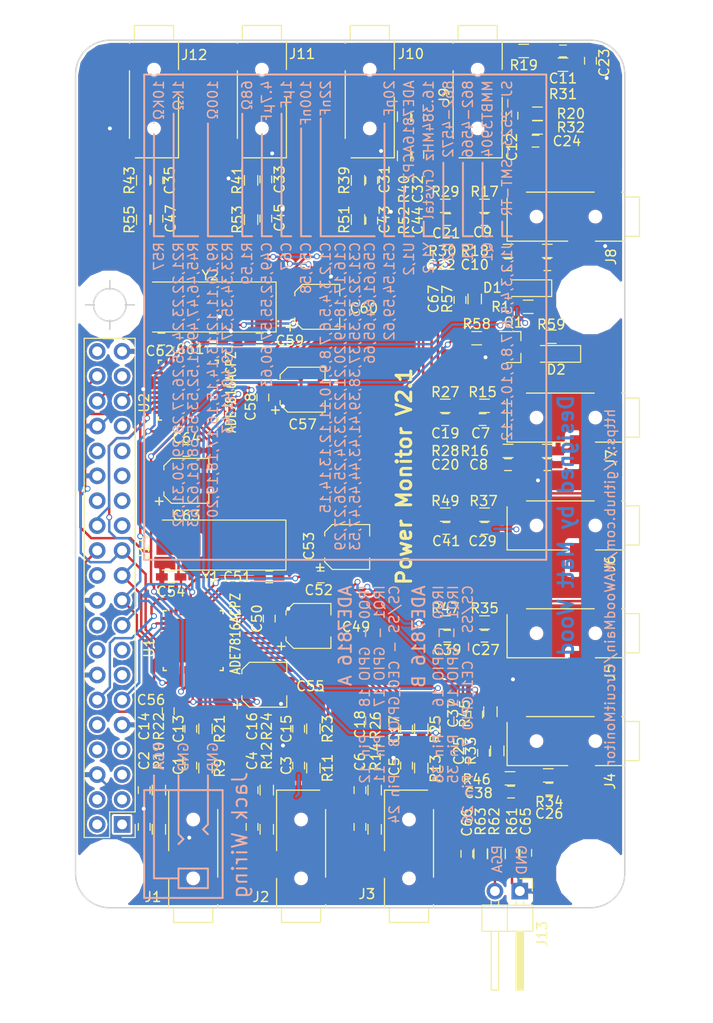
<source format=kicad_pcb>
(kicad_pcb (version 4) (host pcbnew 4.0.7)
  (layers (0 F.Cu signal) (31 B.Cu signal) (34 B.Paste user) (35 F.Paste user) (36 B.SilkS user) (37 F.SilkS user hide) (38 B.Mask user) (39 F.Mask user) (44 Edge.Cuts user))
  (net 0 "")
  (net 1 GND)
  (net 2 +3V3)
  (net 3 "Net-(U1-Pad1)")
  (net 4 "Net-(U1-Pad10)")
  (net 5 "Net-(U1-Pad11)")
  (net 6 "Net-(U1-Pad20)")
  (net 7 "Net-(U1-Pad21)")
  (net 8 "Net-(U1-Pad30)")
  (net 9 "Net-(U1-Pad31)")
  (net 10 "Net-(U1-Pad33)")
  (net 11 "Net-(U1-Pad34)")
  (net 12 "Net-(U1-Pad35)")
  (net 13 "Net-(U1-Pad40)")
  (net 14 "Net-(C9-Pad1)")
  (net 15 "Net-(C10-Pad1)")
  (net 16 "Net-(C11-Pad1)")
  (net 17 "Net-(C12-Pad1)")
  (net 18 /AFE/IAP)
  (net 19 /AFE/IAN)
  (net 20 /AFE/IBP)
  (net 21 /AFE/IBN)
  (net 22 /AFE/ICP)
  (net 23 /AFE/ICN)
  (net 24 "Net-(C25-Pad1)")
  (net 25 "Net-(C26-Pad1)")
  (net 26 /AFE/IDP)
  (net 27 /AFE/IEP)
  (net 28 /AFE/IFP)
  (net 29 "Net-(J1-Pad1)")
  (net 30 "Net-(J2-Pad1)")
  (net 31 "Net-(J3-Pad1)")
  (net 32 "Net-(J4-Pad1)")
  (net 33 "Net-(J5-Pad1)")
  (net 34 "Net-(J6-Pad1)")
  (net 35 "Net-(J7-Pad1)")
  (net 36 "Net-(C33-Pad1)")
  (net 37 "Net-(C35-Pad1)")
  (net 38 "Net-(J8-Pad1)")
  (net 39 "Net-(J9-Pad1)")
  (net 40 "Net-(J10-Pad1)")
  (net 41 "Net-(J11-Pad1)")
  (net 42 "Net-(J12-Pad1)")
  (net 43 "Net-(J13-Pad2)")
  (net 44 "Net-(U2-Pad1)")
  (net 45 "Net-(U2-Pad10)")
  (net 46 "Net-(U2-Pad11)")
  (net 47 "Net-(U2-Pad20)")
  (net 48 "Net-(U2-Pad21)")
  (net 49 "Net-(U2-Pad30)")
  (net 50 "Net-(U2-Pad31)")
  (net 51 "Net-(U2-Pad33)")
  (net 52 "Net-(U2-Pad34)")
  (net 53 "Net-(U2-Pad35)")
  (net 54 "Net-(U2-Pad40)")
  (net 55 "Net-(J14-Pad2)")
  (net 56 /AFE/REFINB)
  (net 57 /AFE/AVDDB)
  (net 58 /AFE/CLKINA)
  (net 59 /AFE/DVDDB)
  (net 60 /AFE/CLKOUTA)
  (net 61 /AFE/INA)
  (net 62 /AFE/IGP)
  (net 63 /AFE/IGN)
  (net 64 /AFE/IHP)
  (net 65 /AFE/IHN)
  (net 66 /AFE/IIP)
  (net 67 /AFE/IIN)
  (net 68 /AFE/IJP)
  (net 69 /AFE/INB)
  (net 70 /AFE/IKP)
  (net 71 /AFE/ILP)
  (net 72 /AFE/REFINA)
  (net 73 /AFE/AVDDA)
  (net 74 /AFE/DVDDA)
  (net 75 /AFE/CLKINB)
  (net 76 /AFE/CLKOUTB)
  (net 77 "Net-(J14-Pad3)")
  (net 78 "Net-(J14-Pad4)")
  (net 79 "Net-(J14-Pad5)")
  (net 80 "Net-(J14-Pad7)")
  (net 81 "Net-(J14-Pad8)")
  (net 82 "Net-(J14-Pad10)")
  (net 83 "Net-(J14-Pad13)")
  (net 84 "Net-(J14-Pad15)")
  (net 85 "Net-(J14-Pad16)")
  (net 86 "Net-(J14-Pad18)")
  (net 87 "Net-(J14-Pad22)")
  (net 88 "Net-(J14-Pad27)")
  (net 89 "Net-(J14-Pad28)")
  (net 90 "Net-(J14-Pad29)")
  (net 91 "Net-(J14-Pad31)")
  (net 92 "Net-(J14-Pad32)")
  (net 93 "Net-(J14-Pad33)")
  (net 94 "Net-(J14-Pad37)")
  (net 95 "Net-(J14-Pad40)")
  (net 96 "Net-(D1-Pad1)")
  (net 97 /IRQ1A)
  (net 98 /IRQ0B)
  (net 99 /MOSI)
  (net 100 /MISO)
  (net 101 /SCLK)
  (net 102 /SSA)
  (net 103 /SSB)
  (net 104 /IRQ1B)
  (net 105 /IRQ0A)
  (net 106 /RST)
  (net 107 "Net-(C1-Pad1)")
  (net 108 "Net-(C2-Pad1)")
  (net 109 "Net-(C3-Pad1)")
  (net 110 "Net-(C4-Pad1)")
  (net 111 "Net-(C5-Pad1)")
  (net 112 "Net-(C6-Pad1)")
  (net 113 "Net-(C7-Pad1)")
  (net 114 "Net-(C8-Pad1)")
  (net 115 "Net-(C27-Pad1)")
  (net 116 "Net-(C29-Pad1)")
  (net 117 "Net-(C31-Pad1)")
  (net 118 "Net-(C32-Pad1)")
  (net 119 /AFE/VN)
  (net 120 /AFE/VP)
  (net 121 "Net-(D2-Pad1)")
  (net 122 "Net-(Q1-Pad1)")
  (net 123 "Net-(Q1-Pad3)")
  (module Mounting_Holes:MountingHole_3mm (layer F.Cu) (at 81 64)
    (fp_text reference REF** hide)
    (fp_text value MountingHole_3mm)
    (pad "" np_thru_hole circle (at 0 0) (size 3 3) (drill 3) (layers *.Cu *.Mask))
  )
  (module Mounting_Holes:MountingHole_3mm (layer F.Cu) (at 81 122.5)
    (fp_text reference REF** hide)
    (fp_text value MountingHole_3mm)
    (pad 1 np_thru_hole circle (at 0 0) (size 3 3) (drill 3) (layers *.Cu *.Mask))
  )
  (module Mounting_Holes:MountingHole_3mm (layer F.Cu) (at 32 122.5)
    (fp_text reference REF** hide)
    (fp_text value MountingHole_3mm)
    (pad 1 np_thru_hole circle (at 0 0) (size 3 3) (drill 3) (layers *.Cu *.Mask))
  )
  (module Capacitors_SMD:C_0603_HandSoldering (layer F.Cu) (at 35.5 117.75 90)
    (fp_text reference C2 (at 6.75 0 270) (layer F.SilkS))
    (fp_text value 22nF)
    (pad 1 smd rect (at -0.95 0 90) (size 1.2 0.75) (layers F.Cu F.Paste F.Mask) (net 108 "Net-(C2-Pad1)"))
    (pad 2 smd rect (at 0.95 0 90) (size 1.2 0.75) (layers F.Cu F.Paste F.Mask) (net 1 GND))
  )
  (module Capacitors_SMD:C_0603_HandSoldering (layer F.Cu) (at 46.5 117.75 90)
    (fp_text reference C4 (at 6.75 0 90) (layer F.SilkS))
    (fp_text value 22nF)
    (pad 1 smd rect (at -0.95 0 90) (size 1.2 0.75) (layers F.Cu F.Paste F.Mask) (net 110 "Net-(C4-Pad1)"))
    (pad 2 smd rect (at 0.95 0 90) (size 1.2 0.75) (layers F.Cu F.Paste F.Mask) (net 1 GND))
  )
  (module Capacitors_SMD:C_0603_HandSoldering (layer F.Cu) (at 62.25 111.5 270)
    (fp_text reference C5 (at 0.1 1.25 270) (layer F.SilkS))
    (fp_text value 22nF)
    (pad 1 smd rect (at -0.95 0 270) (size 1.2 0.75) (layers F.Cu F.Paste F.Mask) (net 111 "Net-(C5-Pad1)"))
    (pad 2 smd rect (at 0.95 0 270) (size 1.2 0.75) (layers F.Cu F.Paste F.Mask) (net 1 GND))
  )
  (module Capacitors_SMD:C_0603_HandSoldering (layer F.Cu) (at 70 76.2)
    (fp_text reference C7 (at -0.2 1.4) (layer F.SilkS))
    (fp_text value 22nF)
    (pad 1 smd rect (at -0.95 0) (size 1.2 0.75) (layers F.Cu F.Paste F.Mask) (net 113 "Net-(C7-Pad1)"))
    (pad 2 smd rect (at 0.95 0) (size 1.2 0.75) (layers F.Cu F.Paste F.Mask) (net 1 GND))
  )
  (module Capacitors_SMD:C_0603_HandSoldering (layer F.Cu) (at 76.6 80.8 180)
    (fp_text reference C8 (at 7 0 180) (layer F.SilkS))
    (fp_text value 22nF)
    (pad 1 smd rect (at -0.95 0 180) (size 1.2 0.75) (layers F.Cu F.Paste F.Mask) (net 114 "Net-(C8-Pad1)"))
    (pad 2 smd rect (at 0.95 0 180) (size 1.2 0.75) (layers F.Cu F.Paste F.Mask) (net 1 GND))
  )
  (module ADE7816ACPZ:QFN50P600X600X80-41N (layer F.Cu) (at 40.5 98.75 90)
    (fp_text reference U1 (at -0.75 -4.5 90) (layer F.SilkS))
    (fp_text value ADE7816ACPZ (at 0.7 4.3 90) (layer F.SilkS) (effects (font (size 1 0.8))))
    (fp_text user * (at -4.58231 -2.240235 90) (layer Edge.Cuts) (effects (font (thickness 0.05))))
    (pad 1 smd rect (at -2.9718 -2.2606) (size 0.3048 0.762) (layers F.Cu F.Paste F.Mask) (net 3 "Net-(U1-Pad1)"))
    (pad 2 smd rect (at -2.9718 -1.7526) (size 0.3048 0.762) (layers F.Cu F.Paste F.Mask) (net 2 +3V3))
    (pad 3 smd rect (at -2.9718 -1.2446) (size 0.3048 0.762) (layers F.Cu F.Paste F.Mask) (net 1 GND))
    (pad 4 smd rect (at -2.9718 -0.762) (size 0.3048 0.762) (layers F.Cu F.Paste F.Mask) (net 106 /RST))
    (pad 5 smd rect (at -2.9718 -0.254) (size 0.3048 0.762) (layers F.Cu F.Paste F.Mask) (net 74 /AFE/DVDDA))
    (pad 6 smd rect (at -2.9718 0.254) (size 0.3048 0.762) (layers F.Cu F.Paste F.Mask) (net 1 GND))
    (pad 7 smd rect (at -2.9718 0.762) (size 0.3048 0.762) (layers F.Cu F.Paste F.Mask) (net 18 /AFE/IAP))
    (pad 8 smd rect (at -2.9718 1.2446) (size 0.3048 0.762) (layers F.Cu F.Paste F.Mask) (net 19 /AFE/IAN))
    (pad 9 smd rect (at -2.9718 1.7526) (size 0.3048 0.762) (layers F.Cu F.Paste F.Mask) (net 20 /AFE/IBP))
    (pad 10 smd rect (at -2.9718 2.2606) (size 0.3048 0.762) (layers F.Cu F.Paste F.Mask) (net 4 "Net-(U1-Pad10)"))
    (pad 11 smd rect (at -2.2606 2.9718 270) (size 0.3048 0.762) (layers F.Cu F.Paste F.Mask) (net 5 "Net-(U1-Pad11)"))
    (pad 12 smd rect (at -1.7526 2.9718 270) (size 0.3048 0.762) (layers F.Cu F.Paste F.Mask) (net 21 /AFE/IBN))
    (pad 13 smd rect (at -1.2446 2.9718 270) (size 0.3048 0.762) (layers F.Cu F.Paste F.Mask) (net 22 /AFE/ICP))
    (pad 14 smd rect (at -0.762 2.9718 270) (size 0.3048 0.762) (layers F.Cu F.Paste F.Mask) (net 23 /AFE/ICN))
    (pad 15 smd rect (at -0.254 2.9718 270) (size 0.3048 0.762) (layers F.Cu F.Paste F.Mask) (net 120 /AFE/VP))
    (pad 16 smd rect (at 0.254 2.9718 270) (size 0.3048 0.762) (layers F.Cu F.Paste F.Mask) (net 119 /AFE/VN))
    (pad 17 smd rect (at 0.762 2.9718 270) (size 0.3048 0.762) (layers F.Cu F.Paste F.Mask) (net 72 /AFE/REFINA))
    (pad 18 smd rect (at 1.2446 2.9718 270) (size 0.3048 0.762) (layers F.Cu F.Paste F.Mask) (net 61 /AFE/INA))
    (pad 19 smd rect (at 1.7526 2.9718 270) (size 0.3048 0.762) (layers F.Cu F.Paste F.Mask) (net 28 /AFE/IFP))
    (pad 20 smd rect (at 2.2606 2.9718 270) (size 0.3048 0.762) (layers F.Cu F.Paste F.Mask) (net 6 "Net-(U1-Pad20)"))
    (pad 21 smd rect (at 2.9718 2.2606) (size 0.3048 0.762) (layers F.Cu F.Paste F.Mask) (net 7 "Net-(U1-Pad21)"))
    (pad 22 smd rect (at 2.9718 1.7526) (size 0.3048 0.762) (layers F.Cu F.Paste F.Mask) (net 27 /AFE/IEP))
    (pad 23 smd rect (at 2.9718 1.2446) (size 0.3048 0.762) (layers F.Cu F.Paste F.Mask) (net 26 /AFE/IDP))
    (pad 24 smd rect (at 2.9718 0.762) (size 0.3048 0.762) (layers F.Cu F.Paste F.Mask) (net 73 /AFE/AVDDA))
    (pad 25 smd rect (at 2.9718 0.254) (size 0.3048 0.762) (layers F.Cu F.Paste F.Mask) (net 1 GND))
    (pad 26 smd rect (at 2.9718 -0.254) (size 0.3048 0.762) (layers F.Cu F.Paste F.Mask) (net 2 +3V3))
    (pad 27 smd rect (at 2.9718 -0.762) (size 0.3048 0.762) (layers F.Cu F.Paste F.Mask) (net 58 /AFE/CLKINA))
    (pad 28 smd rect (at 2.9718 -1.2446) (size 0.3048 0.762) (layers F.Cu F.Paste F.Mask) (net 60 /AFE/CLKOUTA))
    (pad 29 smd rect (at 2.9718 -1.7526) (size 0.3048 0.762) (layers F.Cu F.Paste F.Mask) (net 105 /IRQ0A))
    (pad 30 smd rect (at 2.9718 -2.2606) (size 0.3048 0.762) (layers F.Cu F.Paste F.Mask) (net 8 "Net-(U1-Pad30)"))
    (pad 31 smd rect (at 2.2606 -2.9718 270) (size 0.3048 0.762) (layers F.Cu F.Paste F.Mask) (net 9 "Net-(U1-Pad31)"))
    (pad 32 smd rect (at 1.7526 -2.9718 270) (size 0.3048 0.762) (layers F.Cu F.Paste F.Mask) (net 97 /IRQ1A))
    (pad 33 smd rect (at 1.2446 -2.9718 270) (size 0.3048 0.762) (layers F.Cu F.Paste F.Mask) (net 10 "Net-(U1-Pad33)"))
    (pad 34 smd rect (at 0.762 -2.9718 270) (size 0.3048 0.762) (layers F.Cu F.Paste F.Mask) (net 11 "Net-(U1-Pad34)"))
    (pad 35 smd rect (at 0.254 -2.9718 270) (size 0.3048 0.762) (layers F.Cu F.Paste F.Mask) (net 12 "Net-(U1-Pad35)"))
    (pad 36 smd rect (at -0.254 -2.9718 270) (size 0.3048 0.762) (layers F.Cu F.Paste F.Mask) (net 101 /SCLK))
    (pad 37 smd rect (at -0.762 -2.9718 270) (size 0.3048 0.762) (layers F.Cu F.Paste F.Mask) (net 100 /MISO))
    (pad 38 smd rect (at -1.2446 -2.9718 270) (size 0.3048 0.762) (layers F.Cu F.Paste F.Mask) (net 99 /MOSI))
    (pad 39 smd rect (at -1.7526 -2.9718 270) (size 0.3048 0.762) (layers F.Cu F.Paste F.Mask) (net 102 /SSA))
    (pad 40 smd rect (at -2.2606 -2.9718 270) (size 0.3048 0.762) (layers F.Cu F.Paste F.Mask) (net 13 "Net-(U1-Pad40)"))
    (pad 41 smd rect (at 0 0 90) (size 4.445 4.445) (layers F.Cu F.Paste F.Mask) (net 1 GND))
  )
  (module Crystals:Crystal_SMD_HC49-SD (layer F.Cu) (at 43.25 89 180)
    (fp_text reference Y1 (at 1 -3.25 180) (layer F.SilkS))
    (fp_text value 16.384MHz)
    (pad 1 smd rect (at -4.25 0 180) (size 4.5 2) (layers F.Cu F.Paste F.Mask) (net 58 /AFE/CLKINA))
    (pad 2 smd rect (at 4.25 0 180) (size 4.5 2) (layers F.Cu F.Paste F.Mask) (net 60 /AFE/CLKOUTA))
  )
  (module Capacitors_SMD:C_0603_HandSoldering (layer F.Cu) (at 70.2 55.8)
    (fp_text reference C9 (at -0.2 1.3) (layer F.SilkS))
    (fp_text value 22nF)
    (pad 1 smd rect (at -0.95 0) (size 1.2 0.75) (layers F.Cu F.Paste F.Mask) (net 14 "Net-(C9-Pad1)"))
    (pad 2 smd rect (at 0.95 0) (size 1.2 0.75) (layers F.Cu F.Paste F.Mask) (net 1 GND))
  )
  (module Capacitors_SMD:C_0603_HandSoldering (layer F.Cu) (at 76.6 60.4 180)
    (fp_text reference C10 (at 7.4 0 180) (layer F.SilkS))
    (fp_text value 22nF)
    (pad 1 smd rect (at -0.95 0 180) (size 1.2 0.75) (layers F.Cu F.Paste F.Mask) (net 15 "Net-(C10-Pad1)"))
    (pad 2 smd rect (at 0.95 0 180) (size 1.2 0.75) (layers F.Cu F.Paste F.Mask) (net 1 GND))
  )
  (module Capacitors_SMD:C_0603_HandSoldering (layer F.Cu) (at 78.2 38.6)
    (fp_text reference C11 (at 0 2.8) (layer F.SilkS))
    (fp_text value 22nF)
    (pad 1 smd rect (at -0.95 0) (size 1.2 0.75) (layers F.Cu F.Paste F.Mask) (net 16 "Net-(C11-Pad1)"))
    (pad 2 smd rect (at 0.95 0) (size 1.2 0.75) (layers F.Cu F.Paste F.Mask) (net 1 GND))
  )
  (module Capacitors_SMD:C_0603_HandSoldering (layer F.Cu) (at 73 45.2 90)
    (fp_text reference C12 (at -3.2 0 90) (layer F.SilkS))
    (fp_text value 22nF)
    (pad 1 smd rect (at -0.95 0 90) (size 1.2 0.75) (layers F.Cu F.Paste F.Mask) (net 17 "Net-(C12-Pad1)"))
    (pad 2 smd rect (at 0.95 0 90) (size 1.2 0.75) (layers F.Cu F.Paste F.Mask) (net 1 GND))
  )
  (module Capacitors_SMD:C_0603_HandSoldering (layer F.Cu) (at 40.25 107.75 270)
    (fp_text reference C13 (at 0 1.25 270) (layer F.SilkS))
    (fp_text value 22nF)
    (pad 1 smd rect (at -0.95 0 270) (size 1.2 0.75) (layers F.Cu F.Paste F.Mask) (net 18 /AFE/IAP))
    (pad 2 smd rect (at 0.95 0 270) (size 1.2 0.75) (layers F.Cu F.Paste F.Mask) (net 1 GND))
  )
  (module Capacitors_SMD:C_0603_HandSoldering (layer F.Cu) (at 35.5 114 270)
    (fp_text reference C14 (at -6.5 0 270) (layer F.SilkS))
    (fp_text value 22nF)
    (pad 1 smd rect (at -0.95 0 270) (size 1.2 0.75) (layers F.Cu F.Paste F.Mask) (net 19 /AFE/IAN))
    (pad 2 smd rect (at 0.95 0 270) (size 1.2 0.75) (layers F.Cu F.Paste F.Mask) (net 1 GND))
  )
  (module Capacitors_SMD:C_0603_HandSoldering (layer F.Cu) (at 51.25 107.75 270)
    (fp_text reference C15 (at 0 1.25 270) (layer F.SilkS))
    (fp_text value 22nF)
    (pad 1 smd rect (at -0.95 0 270) (size 1.2 0.75) (layers F.Cu F.Paste F.Mask) (net 20 /AFE/IBP))
    (pad 2 smd rect (at 0.95 0 270) (size 1.2 0.75) (layers F.Cu F.Paste F.Mask) (net 1 GND))
  )
  (module Capacitors_SMD:C_0603_HandSoldering (layer F.Cu) (at 46.5 114 270)
    (fp_text reference C16 (at -6.5 0 270) (layer F.SilkS))
    (fp_text value 22nF)
    (pad 1 smd rect (at -0.95 0 270) (size 1.2 0.75) (layers F.Cu F.Paste F.Mask) (net 21 /AFE/IBN))
    (pad 2 smd rect (at 0.95 0 270) (size 1.2 0.75) (layers F.Cu F.Paste F.Mask) (net 1 GND))
  )
  (module Capacitors_SMD:C_0603_HandSoldering (layer F.Cu) (at 62.25 107.75 270)
    (fp_text reference C17 (at 0.05 1.25 270) (layer F.SilkS))
    (fp_text value 22nF)
    (pad 1 smd rect (at -0.95 0 270) (size 1.2 0.75) (layers F.Cu F.Paste F.Mask) (net 22 /AFE/ICP))
    (pad 2 smd rect (at 0.95 0 270) (size 1.2 0.75) (layers F.Cu F.Paste F.Mask) (net 1 GND))
  )
  (module Capacitors_SMD:C_0603_HandSoldering (layer F.Cu) (at 57.5 114 270)
    (fp_text reference C18 (at -6.7 0 270) (layer F.SilkS))
    (fp_text value 22nF)
    (pad 1 smd rect (at -0.95 0 270) (size 1.2 0.75) (layers F.Cu F.Paste F.Mask) (net 23 /AFE/ICN))
    (pad 2 smd rect (at 0.95 0 270) (size 1.2 0.75) (layers F.Cu F.Paste F.Mask) (net 1 GND))
  )
  (module Capacitors_SMD:C_0603_HandSoldering (layer F.Cu) (at 66.2 76.2)
    (fp_text reference C19 (at 0 1.4) (layer F.SilkS))
    (fp_text value 22nF)
    (pad 1 smd rect (at -0.95 0) (size 1.2 0.75) (layers F.Cu F.Paste F.Mask) (net 62 /AFE/IGP))
    (pad 2 smd rect (at 0.95 0) (size 1.2 0.75) (layers F.Cu F.Paste F.Mask) (net 1 GND))
  )
  (module Capacitors_SMD:C_0603_HandSoldering (layer F.Cu) (at 72.6 80.8)
    (fp_text reference C20 (at -6.4 0) (layer F.SilkS))
    (fp_text value 22nF)
    (pad 1 smd rect (at -0.95 0) (size 1.2 0.75) (layers F.Cu F.Paste F.Mask) (net 63 /AFE/IGN))
    (pad 2 smd rect (at 0.95 0) (size 1.2 0.75) (layers F.Cu F.Paste F.Mask) (net 1 GND))
  )
  (module Capacitors_SMD:C_0603_HandSoldering (layer F.Cu) (at 66.4 55.8)
    (fp_text reference C21 (at -0.1 1.4) (layer F.SilkS))
    (fp_text value 22nF)
    (pad 1 smd rect (at -0.95 0) (size 1.2 0.75) (layers F.Cu F.Paste F.Mask) (net 64 /AFE/IHP))
    (pad 2 smd rect (at 0.95 0) (size 1.2 0.75) (layers F.Cu F.Paste F.Mask) (net 1 GND))
  )
  (module Capacitors_SMD:C_0603_HandSoldering (layer F.Cu) (at 72.6 60.4)
    (fp_text reference C22 (at -6.8 0) (layer F.SilkS))
    (fp_text value 22nF)
    (pad 1 smd rect (at -0.95 0) (size 1.2 0.75) (layers F.Cu F.Paste F.Mask) (net 65 /AFE/IHN))
    (pad 2 smd rect (at 0.95 0) (size 1.2 0.75) (layers F.Cu F.Paste F.Mask) (net 1 GND))
  )
  (module Capacitors_SMD:C_0603_HandSoldering (layer F.Cu) (at 81 39.6 90)
    (fp_text reference C23 (at -0.2 1.4 90) (layer F.SilkS))
    (fp_text value 22nF)
    (pad 1 smd rect (at -0.95 0 90) (size 1.2 0.75) (layers F.Cu F.Paste F.Mask) (net 66 /AFE/IIP))
    (pad 2 smd rect (at 0.95 0 90) (size 1.2 0.75) (layers F.Cu F.Paste F.Mask) (net 1 GND))
  )
  (module Capacitors_SMD:C_0603_HandSoldering (layer F.Cu) (at 75.4 47.8 180)
    (fp_text reference C24 (at -3.2 0 180) (layer F.SilkS))
    (fp_text value 22nF)
    (pad 1 smd rect (at -0.95 0 180) (size 1.2 0.75) (layers F.Cu F.Paste F.Mask) (net 67 /AFE/IIN))
    (pad 2 smd rect (at 0.95 0 180) (size 1.2 0.75) (layers F.Cu F.Paste F.Mask) (net 1 GND))
  )
  (module Capacitors_SMD:C_0603_HandSoldering (layer F.Cu) (at 70.1 110.2 270)
    (fp_text reference C25 (at -0.2 2.5 270) (layer F.SilkS))
    (fp_text value 22nF)
    (pad 1 smd rect (at -0.95 0 270) (size 1.2 0.75) (layers F.Cu F.Paste F.Mask) (net 24 "Net-(C25-Pad1)"))
    (pad 2 smd rect (at 0.95 0 270) (size 1.2 0.75) (layers F.Cu F.Paste F.Mask) (net 1 GND))
  )
  (module Capacitors_SMD:C_0603_HandSoldering (layer F.Cu) (at 76.8 113.9 180)
    (fp_text reference C26 (at 0 -2.5 180) (layer F.SilkS))
    (fp_text value 22nF)
    (pad 1 smd rect (at -0.95 0 180) (size 1.2 0.75) (layers F.Cu F.Paste F.Mask) (net 25 "Net-(C26-Pad1)"))
    (pad 2 smd rect (at 0.95 0 180) (size 1.2 0.75) (layers F.Cu F.Paste F.Mask) (net 1 GND))
  )
  (module Capacitors_SMD:C_0603_HandSoldering (layer F.Cu) (at 70.2 98.3 180)
    (fp_text reference C27 (at -0.1 -1.4 180) (layer F.SilkS))
    (fp_text value 22nF)
    (pad 1 smd rect (at -0.95 0 180) (size 1.2 0.75) (layers F.Cu F.Paste F.Mask) (net 115 "Net-(C27-Pad1)"))
    (pad 2 smd rect (at 0.95 0 180) (size 1.2 0.75) (layers F.Cu F.Paste F.Mask) (net 1 GND))
  )
  (module Capacitors_SMD:C_0603_HandSoldering (layer F.Cu) (at 70.2 87.3)
    (fp_text reference C29 (at -0.2 1.3) (layer F.SilkS))
    (fp_text value 22nF)
    (pad 1 smd rect (at -0.95 0) (size 1.2 0.75) (layers F.Cu F.Paste F.Mask) (net 116 "Net-(C29-Pad1)"))
    (pad 2 smd rect (at 0.95 0) (size 1.2 0.75) (layers F.Cu F.Paste F.Mask) (net 1 GND))
  )
  (module Capacitors_SMD:C_0603_HandSoldering (layer F.Cu) (at 58.7 51.8 90)
    (fp_text reference C31 (at 0.1 1.3 90) (layer F.SilkS))
    (fp_text value 22nF)
    (pad 1 smd rect (at -0.95 0 90) (size 1.2 0.75) (layers F.Cu F.Paste F.Mask) (net 117 "Net-(C31-Pad1)"))
    (pad 2 smd rect (at 0.95 0 90) (size 1.2 0.75) (layers F.Cu F.Paste F.Mask) (net 1 GND))
  )
  (module Capacitors_SMD:C_0603_HandSoldering (layer F.Cu) (at 63.4 45.4 270)
    (fp_text reference C32 (at 7.3 0 270) (layer F.SilkS))
    (fp_text value 22nF)
    (pad 1 smd rect (at -0.95 0 270) (size 1.2 0.75) (layers F.Cu F.Paste F.Mask) (net 118 "Net-(C32-Pad1)"))
    (pad 2 smd rect (at 0.95 0 270) (size 1.2 0.75) (layers F.Cu F.Paste F.Mask) (net 1 GND))
  )
  (module SJ-2523-SMT-TR:CUI_SJ-2523-SMT-TR (layer F.Cu) (at 40.5 126 90)
    (fp_text reference J1 (at 1.1 -4.1 180) (layer F.SilkS) (effects (font (size 1.00357 1.00357))))
    (fp_text value SJ-2523-SMT-TR hide)
    (pad 1 smd rect (at 1.7 3.275 90) (size 2.4 2.95) (layers F.Cu F.Paste F.Mask) (net 29 "Net-(J1-Pad1)"))
    (pad 2 smd rect (at 11.4 3.425 90) (size 2.4 2.65) (layers F.Cu F.Paste F.Mask) (net 1 GND))
    (pad 3 smd rect (at 4.4 -3.275 90) (size 2.4 2.95) (layers F.Cu F.Paste F.Mask) (net 1 GND))
    (pad Hole np_thru_hole circle (at 3 0 90) (size 1 1) (drill 1) (layers *.Cu *.Mask F.SilkS))
    (pad Hole np_thru_hole circle (at 9 0 90) (size 1 1) (drill 1) (layers *.Cu *.Mask F.SilkS))
  )
  (module SJ-2523-SMT-TR:CUI_SJ-2523-SMT-TR (layer F.Cu) (at 51.5 126 90)
    (fp_text reference J2 (at 1.1 -4.1 180) (layer F.SilkS) (effects (font (size 1.00357 1.00357))))
    (fp_text value SJ-2523-SMT-TR hide)
    (pad 1 smd rect (at 1.7 3.275 90) (size 2.4 2.95) (layers F.Cu F.Paste F.Mask) (net 30 "Net-(J2-Pad1)"))
    (pad 2 smd rect (at 11.4 3.425 90) (size 2.4 2.65) (layers F.Cu F.Paste F.Mask) (net 1 GND))
    (pad 3 smd rect (at 4.4 -3.275 90) (size 2.4 2.95) (layers F.Cu F.Paste F.Mask) (net 1 GND))
    (pad Hole np_thru_hole circle (at 3 0 90) (size 1 1) (drill 1) (layers *.Cu *.Mask F.SilkS))
    (pad Hole np_thru_hole circle (at 9 0 90) (size 1 1) (drill 1) (layers *.Cu *.Mask F.SilkS))
  )
  (module SJ-2523-SMT-TR:CUI_SJ-2523-SMT-TR (layer F.Cu) (at 62.5 126 90)
    (fp_text reference J3 (at 1.4 -4.3 180) (layer F.SilkS) (effects (font (size 1.00357 1.00357))))
    (fp_text value SJ-2523-SMT-TR hide)
    (pad 1 smd rect (at 1.7 3.275 90) (size 2.4 2.95) (layers F.Cu F.Paste F.Mask) (net 31 "Net-(J3-Pad1)"))
    (pad 2 smd rect (at 11.4 3.425 90) (size 2.4 2.65) (layers F.Cu F.Paste F.Mask) (net 1 GND))
    (pad 3 smd rect (at 4.4 -3.275 90) (size 2.4 2.95) (layers F.Cu F.Paste F.Mask) (net 1 GND))
    (pad Hole np_thru_hole circle (at 3 0 90) (size 1 1) (drill 1) (layers *.Cu *.Mask F.SilkS))
    (pad Hole np_thru_hole circle (at 9 0 90) (size 1 1) (drill 1) (layers *.Cu *.Mask F.SilkS))
  )
  (module SJ-2523-SMT-TR:CUI_SJ-2523-SMT-TR (layer F.Cu) (at 84.5 109 180)
    (fp_text reference J4 (at 1.5 -4.1 270) (layer F.SilkS) (effects (font (size 1.00357 1.00357))))
    (fp_text value SJ-2523-SMT-TR hide)
    (pad 1 smd rect (at 1.7 3.275 180) (size 2.4 2.95) (layers F.Cu F.Paste F.Mask) (net 32 "Net-(J4-Pad1)"))
    (pad 2 smd rect (at 11.4 3.425 180) (size 2.4 2.65) (layers F.Cu F.Paste F.Mask) (net 1 GND))
    (pad 3 smd rect (at 4.4 -3.275 180) (size 2.4 2.95) (layers F.Cu F.Paste F.Mask) (net 1 GND))
    (pad Hole np_thru_hole circle (at 3 0 180) (size 1 1) (drill 1) (layers *.Cu *.Mask F.SilkS))
    (pad Hole np_thru_hole circle (at 9 0 180) (size 1 1) (drill 1) (layers *.Cu *.Mask F.SilkS))
  )
  (module SJ-2523-SMT-TR:CUI_SJ-2523-SMT-TR (layer F.Cu) (at 84.5 98 180)
    (fp_text reference J5 (at 1.5 -4 270) (layer F.SilkS) (effects (font (size 1.00357 1.00357))))
    (fp_text value SJ-2523-SMT-TR hide)
    (pad 1 smd rect (at 1.7 3.275 180) (size 2.4 2.95) (layers F.Cu F.Paste F.Mask) (net 33 "Net-(J5-Pad1)"))
    (pad 2 smd rect (at 11.4 3.425 180) (size 2.4 2.65) (layers F.Cu F.Paste F.Mask) (net 1 GND))
    (pad 3 smd rect (at 4.4 -3.275 180) (size 2.4 2.95) (layers F.Cu F.Paste F.Mask) (net 1 GND))
    (pad Hole np_thru_hole circle (at 3 0 180) (size 1 1) (drill 1) (layers *.Cu *.Mask F.SilkS))
    (pad Hole np_thru_hole circle (at 9 0 180) (size 1 1) (drill 1) (layers *.Cu *.Mask F.SilkS))
  )
  (module SJ-2523-SMT-TR:CUI_SJ-2523-SMT-TR (layer F.Cu) (at 84.5 87 180)
    (fp_text reference J6 (at 1.5 -3.9 270) (layer F.SilkS) (effects (font (size 1.00357 1.00357))))
    (fp_text value SJ-2523-SMT-TR hide)
    (pad 1 smd rect (at 1.7 3.275 180) (size 2.4 2.95) (layers F.Cu F.Paste F.Mask) (net 34 "Net-(J6-Pad1)"))
    (pad 2 smd rect (at 11.4 3.425 180) (size 2.4 2.65) (layers F.Cu F.Paste F.Mask) (net 1 GND))
    (pad 3 smd rect (at 4.4 -3.275 180) (size 2.4 2.95) (layers F.Cu F.Paste F.Mask) (net 1 GND))
    (pad Hole np_thru_hole circle (at 3 0 180) (size 1 1) (drill 1) (layers *.Cu *.Mask F.SilkS))
    (pad Hole np_thru_hole circle (at 9 0 180) (size 1 1) (drill 1) (layers *.Cu *.Mask F.SilkS))
  )
  (module Resistors_SMD:R_0603_HandSoldering (layer F.Cu) (at 41.75 111.75 270)
    (fp_text reference R9 (at 0 -1.45 270) (layer F.SilkS))
    (fp_text value 100R)
    (pad 1 smd rect (at -1.1 0 270) (size 1.2 0.9) (layers F.Cu F.Paste F.Mask) (net 107 "Net-(C1-Pad1)"))
    (pad 2 smd rect (at 1.1 0 270) (size 1.2 0.9) (layers F.Cu F.Paste F.Mask) (net 29 "Net-(J1-Pad1)"))
  )
  (module Resistors_SMD:R_0603_HandSoldering (layer F.Cu) (at 37 118 270)
    (fp_text reference R10 (at -7.5 0 270) (layer F.SilkS))
    (fp_text value 100R)
    (pad 1 smd rect (at -1.1 0 270) (size 1.2 0.9) (layers F.Cu F.Paste F.Mask) (net 108 "Net-(C2-Pad1)"))
    (pad 2 smd rect (at 1.1 0 270) (size 1.2 0.9) (layers F.Cu F.Paste F.Mask) (net 1 GND))
  )
  (module Resistors_SMD:R_0603_HandSoldering (layer F.Cu) (at 52.75 111.75 270)
    (fp_text reference R11 (at 0 -1.45 270) (layer F.SilkS))
    (fp_text value 100R)
    (pad 1 smd rect (at -1.1 0 270) (size 1.2 0.9) (layers F.Cu F.Paste F.Mask) (net 109 "Net-(C3-Pad1)"))
    (pad 2 smd rect (at 1.1 0 270) (size 1.2 0.9) (layers F.Cu F.Paste F.Mask) (net 30 "Net-(J2-Pad1)"))
  )
  (module Resistors_SMD:R_0603_HandSoldering (layer F.Cu) (at 48 118 270)
    (fp_text reference R12 (at -7.5 0 270) (layer F.SilkS))
    (fp_text value 100R)
    (pad 1 smd rect (at -1.1 0 270) (size 1.2 0.9) (layers F.Cu F.Paste F.Mask) (net 110 "Net-(C4-Pad1)"))
    (pad 2 smd rect (at 1.1 0 270) (size 1.2 0.9) (layers F.Cu F.Paste F.Mask) (net 1 GND))
  )
  (module Resistors_SMD:R_0603_HandSoldering (layer F.Cu) (at 63.75 111.75 270)
    (fp_text reference R13 (at 0.05 -1.45 270) (layer F.SilkS))
    (fp_text value 100R)
    (pad 1 smd rect (at -1.1 0 270) (size 1.2 0.9) (layers F.Cu F.Paste F.Mask) (net 111 "Net-(C5-Pad1)"))
    (pad 2 smd rect (at 1.1 0 270) (size 1.2 0.9) (layers F.Cu F.Paste F.Mask) (net 31 "Net-(J3-Pad1)"))
  )
  (module Resistors_SMD:R_0603_HandSoldering (layer F.Cu) (at 59 118 270)
    (fp_text reference R14 (at -7.4 -0.1 270) (layer F.SilkS))
    (fp_text value 100R)
    (pad 1 smd rect (at -1.1 0 270) (size 1.2 0.9) (layers F.Cu F.Paste F.Mask) (net 112 "Net-(C6-Pad1)"))
    (pad 2 smd rect (at 1.1 0 270) (size 1.2 0.9) (layers F.Cu F.Paste F.Mask) (net 1 GND))
  )
  (module Resistors_SMD:R_0603_HandSoldering (layer F.Cu) (at 70.2 74.8)
    (fp_text reference R15 (at -0.2 -1.4) (layer F.SilkS))
    (fp_text value 100R)
    (pad 1 smd rect (at -1.1 0) (size 1.2 0.9) (layers F.Cu F.Paste F.Mask) (net 113 "Net-(C7-Pad1)"))
    (pad 2 smd rect (at 1.1 0) (size 1.2 0.9) (layers F.Cu F.Paste F.Mask) (net 35 "Net-(J7-Pad1)"))
  )
  (module Resistors_SMD:R_0603_HandSoldering (layer F.Cu) (at 76.6 79.4)
    (fp_text reference R16 (at -7.4 0) (layer F.SilkS))
    (fp_text value 100R)
    (pad 1 smd rect (at -1.1 0) (size 1.2 0.9) (layers F.Cu F.Paste F.Mask) (net 114 "Net-(C8-Pad1)"))
    (pad 2 smd rect (at 1.1 0) (size 1.2 0.9) (layers F.Cu F.Paste F.Mask) (net 1 GND))
  )
  (module Resistors_SMD:R_0603_HandSoldering (layer F.Cu) (at 70.2 54.4)
    (fp_text reference R17 (at 0 -1.45) (layer F.SilkS))
    (fp_text value 100R)
    (pad 1 smd rect (at -1.1 0) (size 1.2 0.9) (layers F.Cu F.Paste F.Mask) (net 14 "Net-(C9-Pad1)"))
    (pad 2 smd rect (at 1.1 0) (size 1.2 0.9) (layers F.Cu F.Paste F.Mask) (net 38 "Net-(J8-Pad1)"))
  )
  (module Resistors_SMD:R_0603_HandSoldering (layer F.Cu) (at 76.6 59)
    (fp_text reference R18 (at -7.4 0) (layer F.SilkS))
    (fp_text value 100R)
    (pad 1 smd rect (at -1.1 0) (size 1.2 0.9) (layers F.Cu F.Paste F.Mask) (net 15 "Net-(C10-Pad1)"))
    (pad 2 smd rect (at 1.1 0) (size 1.2 0.9) (layers F.Cu F.Paste F.Mask) (net 1 GND))
  )
  (module Resistors_SMD:R_0603_HandSoldering (layer F.Cu) (at 74.2 38.6 180)
    (fp_text reference R19 (at 0 -1.45 180) (layer F.SilkS))
    (fp_text value 100R)
    (pad 1 smd rect (at -1.1 0 180) (size 1.2 0.9) (layers F.Cu F.Paste F.Mask) (net 16 "Net-(C11-Pad1)"))
    (pad 2 smd rect (at 1.1 0 180) (size 1.2 0.9) (layers F.Cu F.Paste F.Mask) (net 39 "Net-(J9-Pad1)"))
  )
  (module Resistors_SMD:R_0603_HandSoldering (layer F.Cu) (at 75.6 45 180)
    (fp_text reference R20 (at -3.4 0 180) (layer F.SilkS))
    (fp_text value 100R)
    (pad 1 smd rect (at -1.1 0 180) (size 1.2 0.9) (layers F.Cu F.Paste F.Mask) (net 17 "Net-(C12-Pad1)"))
    (pad 2 smd rect (at 1.1 0 180) (size 1.2 0.9) (layers F.Cu F.Paste F.Mask) (net 1 GND))
  )
  (module Resistors_SMD:R_0603_HandSoldering (layer F.Cu) (at 41.75 107.75 270)
    (fp_text reference R21 (at 0 -1.45 270) (layer F.SilkS))
    (fp_text value 1K)
    (pad 1 smd rect (at -1.1 0 270) (size 1.2 0.9) (layers F.Cu F.Paste F.Mask) (net 18 /AFE/IAP))
    (pad 2 smd rect (at 1.1 0 270) (size 1.2 0.9) (layers F.Cu F.Paste F.Mask) (net 107 "Net-(C1-Pad1)"))
  )
  (module Resistors_SMD:R_0603_HandSoldering (layer F.Cu) (at 37 114 270)
    (fp_text reference R22 (at -6.5 0 270) (layer F.SilkS))
    (fp_text value 1K)
    (pad 1 smd rect (at -1.1 0 270) (size 1.2 0.9) (layers F.Cu F.Paste F.Mask) (net 19 /AFE/IAN))
    (pad 2 smd rect (at 1.1 0 270) (size 1.2 0.9) (layers F.Cu F.Paste F.Mask) (net 108 "Net-(C2-Pad1)"))
  )
  (module Resistors_SMD:R_0603_HandSoldering (layer F.Cu) (at 52.75 107.75 270)
    (fp_text reference R23 (at 0 -1.45 270) (layer F.SilkS))
    (fp_text value 1K)
    (pad 1 smd rect (at -1.1 0 270) (size 1.2 0.9) (layers F.Cu F.Paste F.Mask) (net 20 /AFE/IBP))
    (pad 2 smd rect (at 1.1 0 270) (size 1.2 0.9) (layers F.Cu F.Paste F.Mask) (net 109 "Net-(C3-Pad1)"))
  )
  (module Resistors_SMD:R_0603_HandSoldering (layer F.Cu) (at 48 114 270)
    (fp_text reference R24 (at -6.5 0 270) (layer F.SilkS))
    (fp_text value 1K)
    (pad 1 smd rect (at -1.1 0 270) (size 1.2 0.9) (layers F.Cu F.Paste F.Mask) (net 21 /AFE/IBN))
    (pad 2 smd rect (at 1.1 0 270) (size 1.2 0.9) (layers F.Cu F.Paste F.Mask) (net 110 "Net-(C4-Pad1)"))
  )
  (module Resistors_SMD:R_0603_HandSoldering (layer F.Cu) (at 63.75 107.75 270)
    (fp_text reference R25 (at 0.05 -1.45 270) (layer F.SilkS))
    (fp_text value 1K)
    (pad 1 smd rect (at -1.1 0 270) (size 1.2 0.9) (layers F.Cu F.Paste F.Mask) (net 22 /AFE/ICP))
    (pad 2 smd rect (at 1.1 0 270) (size 1.2 0.9) (layers F.Cu F.Paste F.Mask) (net 111 "Net-(C5-Pad1)"))
  )
  (module Resistors_SMD:R_0603_HandSoldering (layer F.Cu) (at 59 114 270)
    (fp_text reference R26 (at -6.6 -0.1 270) (layer F.SilkS))
    (fp_text value 1K)
    (pad 1 smd rect (at -1.1 0 270) (size 1.2 0.9) (layers F.Cu F.Paste F.Mask) (net 23 /AFE/ICN))
    (pad 2 smd rect (at 1.1 0 270) (size 1.2 0.9) (layers F.Cu F.Paste F.Mask) (net 112 "Net-(C6-Pad1)"))
  )
  (module Mounting_Holes:MountingHole_3mm (layer F.Cu) (at 32 64.5)
    (fp_text reference REF** hide)
    (fp_text value MountingHole_3mm)
    (pad 1 np_thru_hole circle (at 0 0) (size 3 3) (drill 3) (layers *.Cu *.Mask))
  )
  (module Capacitors_SMD:C_0603_HandSoldering (layer F.Cu) (at 47.9 51.7 90)
    (fp_text reference C33 (at 0 1.4 90) (layer F.SilkS))
    (fp_text value 22nF)
    (pad 1 smd rect (at -0.95 0 90) (size 1.2 0.75) (layers F.Cu F.Paste F.Mask) (net 36 "Net-(C33-Pad1)"))
    (pad 2 smd rect (at 0.95 0 90) (size 1.2 0.75) (layers F.Cu F.Paste F.Mask) (net 1 GND))
  )
  (module Capacitors_SMD:C_0603_HandSoldering (layer F.Cu) (at 36.8 51.8 90)
    (fp_text reference C35 (at 0 1.3 90) (layer F.SilkS))
    (fp_text value 22nF)
    (pad 1 smd rect (at -0.95 0 90) (size 1.2 0.75) (layers F.Cu F.Paste F.Mask) (net 37 "Net-(C35-Pad1)"))
    (pad 2 smd rect (at 0.95 0 90) (size 1.2 0.75) (layers F.Cu F.Paste F.Mask) (net 1 GND))
  )
  (module Capacitors_SMD:C_0603_HandSoldering (layer F.Cu) (at 69.4 106.3 270)
    (fp_text reference C37 (at -0.1 2.4 270) (layer F.SilkS))
    (fp_text value 22nF)
    (pad 1 smd rect (at -0.95 0 270) (size 1.2 0.75) (layers F.Cu F.Paste F.Mask) (net 26 /AFE/IDP))
    (pad 2 smd rect (at 0.95 0 270) (size 1.2 0.75) (layers F.Cu F.Paste F.Mask) (net 1 GND))
  )
  (module Capacitors_SMD:C_0603_HandSoldering (layer F.Cu) (at 72.9 114.2)
    (fp_text reference C38 (at -3.3 0.1) (layer F.SilkS))
    (fp_text value 22nF)
    (pad 1 smd rect (at -0.95 0) (size 1.2 0.75) (layers F.Cu F.Paste F.Mask) (net 61 /AFE/INA))
    (pad 2 smd rect (at 0.95 0) (size 1.2 0.75) (layers F.Cu F.Paste F.Mask) (net 1 GND))
  )
  (module Capacitors_SMD:C_0603_HandSoldering (layer F.Cu) (at 66.4 98.3)
    (fp_text reference C39 (at 0 1.4) (layer F.SilkS))
    (fp_text value 22nF)
    (pad 1 smd rect (at -0.95 0) (size 1.2 0.75) (layers F.Cu F.Paste F.Mask) (net 27 /AFE/IEP))
    (pad 2 smd rect (at 0.95 0) (size 1.2 0.75) (layers F.Cu F.Paste F.Mask) (net 1 GND))
  )
  (module Capacitors_SMD:C_0603_HandSoldering (layer F.Cu) (at 66.3 87.3)
    (fp_text reference C41 (at 0 1.3) (layer F.SilkS))
    (fp_text value 22nF)
    (pad 1 smd rect (at -0.95 0) (size 1.2 0.75) (layers F.Cu F.Paste F.Mask) (net 28 /AFE/IFP))
    (pad 2 smd rect (at 0.95 0) (size 1.2 0.75) (layers F.Cu F.Paste F.Mask) (net 1 GND))
  )
  (module Capacitors_SMD:C_0603_HandSoldering (layer F.Cu) (at 58.7 55.9 90)
    (fp_text reference C43 (at 0.1 1.3 90) (layer F.SilkS))
    (fp_text value 22nF)
    (pad 1 smd rect (at -0.95 0 90) (size 1.2 0.75) (layers F.Cu F.Paste F.Mask) (net 68 /AFE/IJP))
    (pad 2 smd rect (at 0.95 0 90) (size 1.2 0.75) (layers F.Cu F.Paste F.Mask) (net 1 GND))
  )
  (module Capacitors_SMD:C_0603_HandSoldering (layer F.Cu) (at 63.4 49.2 90)
    (fp_text reference C44 (at -6.7 0 90) (layer F.SilkS))
    (fp_text value 22nF)
    (pad 1 smd rect (at -0.95 0 90) (size 1.2 0.75) (layers F.Cu F.Paste F.Mask) (net 69 /AFE/INB))
    (pad 2 smd rect (at 0.95 0 90) (size 1.2 0.75) (layers F.Cu F.Paste F.Mask) (net 1 GND))
  )
  (module Capacitors_SMD:C_0603_HandSoldering (layer F.Cu) (at 47.9 55.7 90)
    (fp_text reference C45 (at 0.1 1.4 90) (layer F.SilkS))
    (fp_text value 22nF)
    (pad 1 smd rect (at -0.95 0 90) (size 1.2 0.75) (layers F.Cu F.Paste F.Mask) (net 70 /AFE/IKP))
    (pad 2 smd rect (at 0.95 0 90) (size 1.2 0.75) (layers F.Cu F.Paste F.Mask) (net 1 GND))
  )
  (module Capacitors_SMD:C_0603_HandSoldering (layer F.Cu) (at 36.8 55.7 90)
    (fp_text reference C47 (at 0 1.4 90) (layer F.SilkS))
    (fp_text value 22nF)
    (pad 1 smd rect (at -0.95 0 90) (size 1.2 0.75) (layers F.Cu F.Paste F.Mask) (net 71 /AFE/ILP))
    (pad 2 smd rect (at 0.95 0 90) (size 1.2 0.75) (layers F.Cu F.Paste F.Mask) (net 1 GND))
  )
  (module Capacitors_SMD:C_0603_HandSoldering (layer F.Cu) (at 48.25 96.5 90)
    (fp_text reference C50 (at 0 -1.25 90) (layer F.SilkS))
    (fp_text value 100nF)
    (pad 1 smd rect (at -0.95 0 90) (size 1.2 0.75) (layers F.Cu F.Paste F.Mask) (net 72 /AFE/REFINA))
    (pad 2 smd rect (at 0.95 0 90) (size 1.2 0.75) (layers F.Cu F.Paste F.Mask) (net 1 GND))
  )
  (module Capacitors_SMD:C_0603_HandSoldering (layer F.Cu) (at 48.25 92.25)
    (fp_text reference C51 (at -3.25 0) (layer F.SilkS))
    (fp_text value 20pF)
    (pad 1 smd rect (at -0.95 0) (size 1.2 0.75) (layers F.Cu F.Paste F.Mask) (net 58 /AFE/CLKINA))
    (pad 2 smd rect (at 0.95 0) (size 1.2 0.75) (layers F.Cu F.Paste F.Mask) (net 1 GND))
  )
  (module Capacitors_SMD:C_0603_HandSoldering (layer F.Cu) (at 53.5 92.25)
    (fp_text reference C53 (at -1.2 -3.15 90) (layer F.SilkS))
    (fp_text value 22nF)
    (pad 1 smd rect (at -0.95 0) (size 1.2 0.75) (layers F.Cu F.Paste F.Mask) (net 73 /AFE/AVDDA))
    (pad 2 smd rect (at 0.95 0) (size 1.2 0.75) (layers F.Cu F.Paste F.Mask) (net 1 GND))
  )
  (module Capacitors_SMD:C_0603_HandSoldering (layer F.Cu) (at 38.25 92.25 180)
    (fp_text reference C54 (at 0 -1.5 180) (layer F.SilkS))
    (fp_text value 20pF)
    (pad 1 smd rect (at -0.95 0 180) (size 1.2 0.75) (layers F.Cu F.Paste F.Mask) (net 60 /AFE/CLKOUTA))
    (pad 2 smd rect (at 0.95 0 180) (size 1.2 0.75) (layers F.Cu F.Paste F.Mask) (net 1 GND))
  )
  (module Capacitors_SMD:C_0603_HandSoldering (layer F.Cu) (at 37.95 105.95 270)
    (fp_text reference C56 (at -1.15 1.75 360) (layer F.SilkS))
    (fp_text value 22nF)
    (pad 1 smd rect (at -0.95 0 270) (size 1.2 0.75) (layers F.Cu F.Paste F.Mask) (net 74 /AFE/DVDDA))
    (pad 2 smd rect (at 0.95 0 270) (size 1.2 0.75) (layers F.Cu F.Paste F.Mask) (net 1 GND))
  )
  (module SJ-2523-SMT-TR:CUI_SJ-2523-SMT-TR (layer F.Cu) (at 84.5 55.5 180)
    (fp_text reference J8 (at 1.4 -4.1 270) (layer F.SilkS) (effects (font (size 1.00357 1.00357))))
    (fp_text value SJ-2523-SMT-TR hide)
    (pad 1 smd rect (at 1.7 3.275 180) (size 2.4 2.95) (layers F.Cu F.Paste F.Mask) (net 38 "Net-(J8-Pad1)"))
    (pad 2 smd rect (at 11.4 3.425 180) (size 2.4 2.65) (layers F.Cu F.Paste F.Mask) (net 1 GND))
    (pad 3 smd rect (at 4.4 -3.275 180) (size 2.4 2.95) (layers F.Cu F.Paste F.Mask) (net 1 GND))
    (pad Hole np_thru_hole circle (at 3 0 180) (size 1 1) (drill 1) (layers *.Cu *.Mask F.SilkS))
    (pad Hole np_thru_hole circle (at 9 0 180) (size 1 1) (drill 1) (layers *.Cu *.Mask F.SilkS))
  )
  (module SJ-2523-SMT-TR:CUI_SJ-2523-SMT-TR (layer F.Cu) (at 69.5 37.5 270)
    (fp_text reference J9 (at 5.7 3.4 270) (layer F.SilkS) (effects (font (size 1.00357 1.00357))))
    (fp_text value SJ-2523-SMT-TR hide)
    (pad 1 smd rect (at 1.7 3.275 270) (size 2.4 2.95) (layers F.Cu F.Paste F.Mask) (net 39 "Net-(J9-Pad1)"))
    (pad 2 smd rect (at 11.4 3.425 270) (size 2.4 2.65) (layers F.Cu F.Paste F.Mask) (net 1 GND))
    (pad 3 smd rect (at 4.4 -3.275 270) (size 2.4 2.95) (layers F.Cu F.Paste F.Mask) (net 1 GND))
    (pad Hole np_thru_hole circle (at 3 0 270) (size 1 1) (drill 1) (layers *.Cu *.Mask F.SilkS))
    (pad Hole np_thru_hole circle (at 9 0 270) (size 1 1) (drill 1) (layers *.Cu *.Mask F.SilkS))
  )
  (module SJ-2523-SMT-TR:CUI_SJ-2523-SMT-TR (layer F.Cu) (at 58.5 37.5 270)
    (fp_text reference J10 (at 1.4 -4.2 360) (layer F.SilkS) (effects (font (size 1.00357 1.00357))))
    (fp_text value SJ-2523-SMT-TR hide)
    (pad 1 smd rect (at 1.7 3.275 270) (size 2.4 2.95) (layers F.Cu F.Paste F.Mask) (net 40 "Net-(J10-Pad1)"))
    (pad 2 smd rect (at 11.4 3.425 270) (size 2.4 2.65) (layers F.Cu F.Paste F.Mask) (net 1 GND))
    (pad 3 smd rect (at 4.4 -3.275 270) (size 2.4 2.95) (layers F.Cu F.Paste F.Mask) (net 1 GND))
    (pad Hole np_thru_hole circle (at 3 0 270) (size 1 1) (drill 1) (layers *.Cu *.Mask F.SilkS))
    (pad Hole np_thru_hole circle (at 9 0 270) (size 1 1) (drill 1) (layers *.Cu *.Mask F.SilkS))
  )
  (module SJ-2523-SMT-TR:CUI_SJ-2523-SMT-TR (layer F.Cu) (at 47.5 37.5 270)
    (fp_text reference J11 (at 1.4 -4.1 360) (layer F.SilkS) (effects (font (size 1.00357 1.00357))))
    (fp_text value SJ-2523-SMT-TR hide)
    (pad 1 smd rect (at 1.7 3.275 270) (size 2.4 2.95) (layers F.Cu F.Paste F.Mask) (net 41 "Net-(J11-Pad1)"))
    (pad 2 smd rect (at 11.4 3.425 270) (size 2.4 2.65) (layers F.Cu F.Paste F.Mask) (net 1 GND))
    (pad 3 smd rect (at 4.4 -3.275 270) (size 2.4 2.95) (layers F.Cu F.Paste F.Mask) (net 1 GND))
    (pad Hole np_thru_hole circle (at 3 0 270) (size 1 1) (drill 1) (layers *.Cu *.Mask F.SilkS))
    (pad Hole np_thru_hole circle (at 9 0 270) (size 1 1) (drill 1) (layers *.Cu *.Mask F.SilkS))
  )
  (module SJ-2523-SMT-TR:CUI_SJ-2523-SMT-TR (layer F.Cu) (at 36.5 37.5 270)
    (fp_text reference J12 (at 1.5 -4.1 360) (layer F.SilkS) (effects (font (size 1.00357 1.00357))))
    (fp_text value SJ-2523-SMT-TR hide)
    (pad 1 smd rect (at 1.7 3.275 270) (size 2.4 2.95) (layers F.Cu F.Paste F.Mask) (net 42 "Net-(J12-Pad1)"))
    (pad 2 smd rect (at 11.4 3.425 270) (size 2.4 2.65) (layers F.Cu F.Paste F.Mask) (net 1 GND))
    (pad 3 smd rect (at 4.4 -3.275 270) (size 2.4 2.95) (layers F.Cu F.Paste F.Mask) (net 1 GND))
    (pad Hole np_thru_hole circle (at 3 0 270) (size 1 1) (drill 1) (layers *.Cu *.Mask F.SilkS))
    (pad Hole np_thru_hole circle (at 9 0 270) (size 1 1) (drill 1) (layers *.Cu *.Mask F.SilkS))
  )
  (module Resistors_SMD:R_0603_HandSoldering (layer F.Cu) (at 66.2 74.8)
    (fp_text reference R27 (at 0 -1.4) (layer F.SilkS))
    (fp_text value 1K)
    (pad 1 smd rect (at -1.1 0) (size 1.2 0.9) (layers F.Cu F.Paste F.Mask) (net 62 /AFE/IGP))
    (pad 2 smd rect (at 1.1 0) (size 1.2 0.9) (layers F.Cu F.Paste F.Mask) (net 113 "Net-(C7-Pad1)"))
  )
  (module Resistors_SMD:R_0603_HandSoldering (layer F.Cu) (at 72.6 79.4)
    (fp_text reference R28 (at -6.4 0) (layer F.SilkS))
    (fp_text value 1K)
    (pad 1 smd rect (at -1.1 0) (size 1.2 0.9) (layers F.Cu F.Paste F.Mask) (net 63 /AFE/IGN))
    (pad 2 smd rect (at 1.1 0) (size 1.2 0.9) (layers F.Cu F.Paste F.Mask) (net 114 "Net-(C8-Pad1)"))
  )
  (module Resistors_SMD:R_0603_HandSoldering (layer F.Cu) (at 66.2 54.4)
    (fp_text reference R29 (at 0 -1.45) (layer F.SilkS))
    (fp_text value 1K)
    (pad 1 smd rect (at -1.1 0) (size 1.2 0.9) (layers F.Cu F.Paste F.Mask) (net 64 /AFE/IHP))
    (pad 2 smd rect (at 1.1 0) (size 1.2 0.9) (layers F.Cu F.Paste F.Mask) (net 14 "Net-(C9-Pad1)"))
  )
  (module Resistors_SMD:R_0603_HandSoldering (layer F.Cu) (at 72.6 59)
    (fp_text reference R30 (at -6.7 0) (layer F.SilkS))
    (fp_text value 1K)
    (pad 1 smd rect (at -1.1 0) (size 1.2 0.9) (layers F.Cu F.Paste F.Mask) (net 65 /AFE/IHN))
    (pad 2 smd rect (at 1.1 0) (size 1.2 0.9) (layers F.Cu F.Paste F.Mask) (net 15 "Net-(C10-Pad1)"))
  )
  (module Resistors_SMD:R_0603_HandSoldering (layer F.Cu) (at 78.2 40 180)
    (fp_text reference R31 (at 0 -3 180) (layer F.SilkS))
    (fp_text value 1K)
    (pad 1 smd rect (at -1.1 0 180) (size 1.2 0.9) (layers F.Cu F.Paste F.Mask) (net 66 /AFE/IIP))
    (pad 2 smd rect (at 1.1 0 180) (size 1.2 0.9) (layers F.Cu F.Paste F.Mask) (net 16 "Net-(C11-Pad1)"))
  )
  (module Resistors_SMD:R_0603_HandSoldering (layer F.Cu) (at 75.6 46.4 180)
    (fp_text reference R32 (at -3.4 0 180) (layer F.SilkS))
    (fp_text value 1K)
    (pad 1 smd rect (at -1.1 0 180) (size 1.2 0.9) (layers F.Cu F.Paste F.Mask) (net 67 /AFE/IIN))
    (pad 2 smd rect (at 1.1 0 180) (size 1.2 0.9) (layers F.Cu F.Paste F.Mask) (net 17 "Net-(C12-Pad1)"))
  )
  (module Resistors_SMD:R_0603_HandSoldering (layer F.Cu) (at 71.5 110 270)
    (fp_text reference R33 (at 0 2.7 270) (layer F.SilkS))
    (fp_text value 100R)
    (pad 1 smd rect (at -1.1 0 270) (size 1.2 0.9) (layers F.Cu F.Paste F.Mask) (net 24 "Net-(C25-Pad1)"))
    (pad 2 smd rect (at 1.1 0 270) (size 1.2 0.9) (layers F.Cu F.Paste F.Mask) (net 32 "Net-(J4-Pad1)"))
  )
  (module Resistors_SMD:R_0603_HandSoldering (layer F.Cu) (at 76.7 112.5)
    (fp_text reference R34 (at 0.1 2.7) (layer F.SilkS))
    (fp_text value 100R)
    (pad 1 smd rect (at -1.1 0) (size 1.2 0.9) (layers F.Cu F.Paste F.Mask) (net 25 "Net-(C26-Pad1)"))
    (pad 2 smd rect (at 1.1 0) (size 1.2 0.9) (layers F.Cu F.Paste F.Mask) (net 1 GND))
  )
  (module Resistors_SMD:R_0603_HandSoldering (layer F.Cu) (at 70.2 96.9)
    (fp_text reference R35 (at 0 -1.45) (layer F.SilkS))
    (fp_text value 100R)
    (pad 1 smd rect (at -1.1 0) (size 1.2 0.9) (layers F.Cu F.Paste F.Mask) (net 115 "Net-(C27-Pad1)"))
    (pad 2 smd rect (at 1.1 0) (size 1.2 0.9) (layers F.Cu F.Paste F.Mask) (net 33 "Net-(J5-Pad1)"))
  )
  (module Resistors_SMD:R_0603_HandSoldering (layer F.Cu) (at 70.2 85.9)
    (fp_text reference R37 (at -0.1 -1.4) (layer F.SilkS))
    (fp_text value 100R)
    (pad 1 smd rect (at -1.1 0) (size 1.2 0.9) (layers F.Cu F.Paste F.Mask) (net 116 "Net-(C29-Pad1)"))
    (pad 2 smd rect (at 1.1 0) (size 1.2 0.9) (layers F.Cu F.Paste F.Mask) (net 34 "Net-(J6-Pad1)"))
  )
  (module Resistors_SMD:R_0603_HandSoldering (layer F.Cu) (at 57.3 51.8 90)
    (fp_text reference R39 (at 0 -1.4 90) (layer F.SilkS))
    (fp_text value 100R)
    (pad 1 smd rect (at -1.1 0 90) (size 1.2 0.9) (layers F.Cu F.Paste F.Mask) (net 117 "Net-(C31-Pad1)"))
    (pad 2 smd rect (at 1.1 0 90) (size 1.2 0.9) (layers F.Cu F.Paste F.Mask) (net 40 "Net-(J10-Pad1)"))
  )
  (module Resistors_SMD:R_0603_HandSoldering (layer F.Cu) (at 62 45.3 90)
    (fp_text reference R40 (at -7.4 0 90) (layer F.SilkS))
    (fp_text value 100R)
    (pad 1 smd rect (at -1.1 0 90) (size 1.2 0.9) (layers F.Cu F.Paste F.Mask) (net 118 "Net-(C32-Pad1)"))
    (pad 2 smd rect (at 1.1 0 90) (size 1.2 0.9) (layers F.Cu F.Paste F.Mask) (net 1 GND))
  )
  (module Resistors_SMD:R_0603_HandSoldering (layer F.Cu) (at 46.4 51.8 90)
    (fp_text reference R41 (at 0 -1.4 90) (layer F.SilkS))
    (fp_text value 100R)
    (pad 1 smd rect (at -1.1 0 90) (size 1.2 0.9) (layers F.Cu F.Paste F.Mask) (net 36 "Net-(C33-Pad1)"))
    (pad 2 smd rect (at 1.1 0 90) (size 1.2 0.9) (layers F.Cu F.Paste F.Mask) (net 41 "Net-(J11-Pad1)"))
  )
  (module Resistors_SMD:R_0603_HandSoldering (layer F.Cu) (at 35.4 51.8 90)
    (fp_text reference R43 (at 0 -1.4 90) (layer F.SilkS))
    (fp_text value 100R)
    (pad 1 smd rect (at -1.1 0 90) (size 1.2 0.9) (layers F.Cu F.Paste F.Mask) (net 37 "Net-(C35-Pad1)"))
    (pad 2 smd rect (at 1.1 0 90) (size 1.2 0.9) (layers F.Cu F.Paste F.Mask) (net 42 "Net-(J12-Pad1)"))
  )
  (module Resistors_SMD:R_0603_HandSoldering (layer F.Cu) (at 70.8 106 270)
    (fp_text reference R45 (at 0.2 2.6 270) (layer F.SilkS))
    (fp_text value 1K)
    (pad 1 smd rect (at -1.1 0 270) (size 1.2 0.9) (layers F.Cu F.Paste F.Mask) (net 26 /AFE/IDP))
    (pad 2 smd rect (at 1.1 0 270) (size 1.2 0.9) (layers F.Cu F.Paste F.Mask) (net 24 "Net-(C25-Pad1)"))
  )
  (module Resistors_SMD:R_0603_HandSoldering (layer F.Cu) (at 72.8 112.8)
    (fp_text reference R46 (at -3.4 0.1) (layer F.SilkS))
    (fp_text value 1K)
    (pad 1 smd rect (at -1.1 0) (size 1.2 0.9) (layers F.Cu F.Paste F.Mask) (net 61 /AFE/INA))
    (pad 2 smd rect (at 1.1 0) (size 1.2 0.9) (layers F.Cu F.Paste F.Mask) (net 25 "Net-(C26-Pad1)"))
  )
  (module Resistors_SMD:R_0603_HandSoldering (layer F.Cu) (at 66.2 96.9)
    (fp_text reference R47 (at 0 -1.45) (layer F.SilkS))
    (fp_text value 1K)
    (pad 1 smd rect (at -1.1 0) (size 1.2 0.9) (layers F.Cu F.Paste F.Mask) (net 27 /AFE/IEP))
    (pad 2 smd rect (at 1.1 0) (size 1.2 0.9) (layers F.Cu F.Paste F.Mask) (net 115 "Net-(C27-Pad1)"))
  )
  (module Resistors_SMD:R_0603_HandSoldering (layer F.Cu) (at 66.2 85.9)
    (fp_text reference R49 (at 0 -1.4) (layer F.SilkS))
    (fp_text value 1K)
    (pad 1 smd rect (at -1.1 0) (size 1.2 0.9) (layers F.Cu F.Paste F.Mask) (net 28 /AFE/IFP))
    (pad 2 smd rect (at 1.1 0) (size 1.2 0.9) (layers F.Cu F.Paste F.Mask) (net 116 "Net-(C29-Pad1)"))
  )
  (module ADE7816ACPZ:QFN50P600X600X80-41N (layer F.Cu) (at 40 73.2 90)
    (fp_text reference U2 (at -1.3 -4.5 90) (layer F.SilkS))
    (fp_text value ADE7816ACPZ (at -0.2 4.35 90) (layer F.SilkS) (effects (font (size 1 0.8))))
    (fp_text user * (at -4.58231 -2.240235 90) (layer Edge.Cuts) (effects (font (thickness 0.05))))
    (pad 1 smd rect (at -2.9718 -2.2606) (size 0.3048 0.762) (layers F.Cu F.Paste F.Mask) (net 44 "Net-(U2-Pad1)"))
    (pad 2 smd rect (at -2.9718 -1.7526) (size 0.3048 0.762) (layers F.Cu F.Paste F.Mask) (net 2 +3V3))
    (pad 3 smd rect (at -2.9718 -1.2446) (size 0.3048 0.762) (layers F.Cu F.Paste F.Mask) (net 1 GND))
    (pad 4 smd rect (at -2.9718 -0.762) (size 0.3048 0.762) (layers F.Cu F.Paste F.Mask) (net 106 /RST))
    (pad 5 smd rect (at -2.9718 -0.254) (size 0.3048 0.762) (layers F.Cu F.Paste F.Mask) (net 59 /AFE/DVDDB))
    (pad 6 smd rect (at -2.9718 0.254) (size 0.3048 0.762) (layers F.Cu F.Paste F.Mask) (net 1 GND))
    (pad 7 smd rect (at -2.9718 0.762) (size 0.3048 0.762) (layers F.Cu F.Paste F.Mask) (net 62 /AFE/IGP))
    (pad 8 smd rect (at -2.9718 1.2446) (size 0.3048 0.762) (layers F.Cu F.Paste F.Mask) (net 63 /AFE/IGN))
    (pad 9 smd rect (at -2.9718 1.7526) (size 0.3048 0.762) (layers F.Cu F.Paste F.Mask) (net 64 /AFE/IHP))
    (pad 10 smd rect (at -2.9718 2.2606) (size 0.3048 0.762) (layers F.Cu F.Paste F.Mask) (net 45 "Net-(U2-Pad10)"))
    (pad 11 smd rect (at -2.2606 2.9718 270) (size 0.3048 0.762) (layers F.Cu F.Paste F.Mask) (net 46 "Net-(U2-Pad11)"))
    (pad 12 smd rect (at -1.7526 2.9718 270) (size 0.3048 0.762) (layers F.Cu F.Paste F.Mask) (net 65 /AFE/IHN))
    (pad 13 smd rect (at -1.2446 2.9718 270) (size 0.3048 0.762) (layers F.Cu F.Paste F.Mask) (net 66 /AFE/IIP))
    (pad 14 smd rect (at -0.762 2.9718 270) (size 0.3048 0.762) (layers F.Cu F.Paste F.Mask) (net 67 /AFE/IIN))
    (pad 15 smd rect (at -0.254 2.9718 270) (size 0.3048 0.762) (layers F.Cu F.Paste F.Mask) (net 120 /AFE/VP))
    (pad 16 smd rect (at 0.254 2.9718 270) (size 0.3048 0.762) (layers F.Cu F.Paste F.Mask) (net 119 /AFE/VN))
    (pad 17 smd rect (at 0.762 2.9718 270) (size 0.3048 0.762) (layers F.Cu F.Paste F.Mask) (net 56 /AFE/REFINB))
    (pad 18 smd rect (at 1.2446 2.9718 270) (size 0.3048 0.762) (layers F.Cu F.Paste F.Mask) (net 69 /AFE/INB))
    (pad 19 smd rect (at 1.7526 2.9718 270) (size 0.3048 0.762) (layers F.Cu F.Paste F.Mask) (net 71 /AFE/ILP))
    (pad 20 smd rect (at 2.2606 2.9718 270) (size 0.3048 0.762) (layers F.Cu F.Paste F.Mask) (net 47 "Net-(U2-Pad20)"))
    (pad 21 smd rect (at 2.9718 2.2606) (size 0.3048 0.762) (layers F.Cu F.Paste F.Mask) (net 48 "Net-(U2-Pad21)"))
    (pad 22 smd rect (at 2.9718 1.7526) (size 0.3048 0.762) (layers F.Cu F.Paste F.Mask) (net 70 /AFE/IKP))
    (pad 23 smd rect (at 2.9718 1.2446) (size 0.3048 0.762) (layers F.Cu F.Paste F.Mask) (net 68 /AFE/IJP))
    (pad 24 smd rect (at 2.9718 0.762) (size 0.3048 0.762) (layers F.Cu F.Paste F.Mask) (net 57 /AFE/AVDDB))
    (pad 25 smd rect (at 2.9718 0.254) (size 0.3048 0.762) (layers F.Cu F.Paste F.Mask) (net 1 GND))
    (pad 26 smd rect (at 2.9718 -0.254) (size 0.3048 0.762) (layers F.Cu F.Paste F.Mask) (net 2 +3V3))
    (pad 27 smd rect (at 2.9718 -0.762) (size 0.3048 0.762) (layers F.Cu F.Paste F.Mask) (net 75 /AFE/CLKINB))
    (pad 28 smd rect (at 2.9718 -1.2446) (size 0.3048 0.762) (layers F.Cu F.Paste F.Mask) (net 76 /AFE/CLKOUTB))
    (pad 29 smd rect (at 2.9718 -1.7526) (size 0.3048 0.762) (layers F.Cu F.Paste F.Mask) (net 98 /IRQ0B))
    (pad 30 smd rect (at 2.9718 -2.2606) (size 0.3048 0.762) (layers F.Cu F.Paste F.Mask) (net 49 "Net-(U2-Pad30)"))
    (pad 31 smd rect (at 2.2606 -2.9718 270) (size 0.3048 0.762) (layers F.Cu F.Paste F.Mask) (net 50 "Net-(U2-Pad31)"))
    (pad 32 smd rect (at 1.7526 -2.9718 270) (size 0.3048 0.762) (layers F.Cu F.Paste F.Mask) (net 104 /IRQ1B))
    (pad 33 smd rect (at 1.2446 -2.9718 270) (size 0.3048 0.762) (layers F.Cu F.Paste F.Mask) (net 51 "Net-(U2-Pad33)"))
    (pad 34 smd rect (at 0.762 -2.9718 270) (size 0.3048 0.762) (layers F.Cu F.Paste F.Mask) (net 52 "Net-(U2-Pad34)"))
    (pad 35 smd rect (at 0.254 -2.9718 270) (size 0.3048 0.762) (layers F.Cu F.Paste F.Mask) (net 53 "Net-(U2-Pad35)"))
    (pad 36 smd rect (at -0.254 -2.9718 270) (size 0.3048 0.762) (layers F.Cu F.Paste F.Mask) (net 101 /SCLK))
    (pad 37 smd rect (at -0.762 -2.9718 270) (size 0.3048 0.762) (layers F.Cu F.Paste F.Mask) (net 100 /MISO))
    (pad 38 smd rect (at -1.2446 -2.9718 270) (size 0.3048 0.762) (layers F.Cu F.Paste F.Mask) (net 99 /MOSI))
    (pad 39 smd rect (at -1.7526 -2.9718 270) (size 0.3048 0.762) (layers F.Cu F.Paste F.Mask) (net 103 /SSB))
    (pad 40 smd rect (at -2.2606 -2.9718 270) (size 0.3048 0.762) (layers F.Cu F.Paste F.Mask) (net 54 "Net-(U2-Pad40)"))
    (pad 41 smd rect (at 0 0 90) (size 4.445 4.445) (layers F.Cu F.Paste F.Mask) (net 1 GND))
  )
  (module Capacitors_SMD:CP_Elec_4x5.3 (layer F.Cu) (at 51.65 73.15)
    (fp_text reference C57 (at 0 3.54) (layer F.SilkS))
    (fp_text value 4.7uF)
    (fp_text user + (at -2.77 2.01) (layer F.SilkS))
    (pad 1 smd rect (at -1.8 0 180) (size 2.6 1.6) (layers F.Cu F.Paste F.Mask) (net 56 /AFE/REFINB))
    (pad 2 smd rect (at 1.8 0 180) (size 2.6 1.6) (layers F.Cu F.Paste F.Mask) (net 1 GND))
  )
  (module Capacitors_SMD:C_0603_HandSoldering (layer F.Cu) (at 47.6 73.95 270)
    (fp_text reference C58 (at 0.95 1.25 270) (layer F.SilkS))
    (fp_text value 100nF)
    (pad 1 smd rect (at -0.95 0 270) (size 1.2 0.75) (layers F.Cu F.Paste F.Mask) (net 56 /AFE/REFINB))
    (pad 2 smd rect (at 0.95 0 270) (size 1.2 0.75) (layers F.Cu F.Paste F.Mask) (net 1 GND))
  )
  (module Capacitors_SMD:C_0603_HandSoldering (layer F.Cu) (at 37.26 67.99 180)
    (fp_text reference C62 (at 0.16 -1.21 180) (layer F.SilkS))
    (fp_text value 20pF)
    (pad 1 smd rect (at -0.95 0 180) (size 1.2 0.75) (layers F.Cu F.Paste F.Mask) (net 76 /AFE/CLKOUTB))
    (pad 2 smd rect (at 0.95 0 180) (size 1.2 0.75) (layers F.Cu F.Paste F.Mask) (net 1 GND))
  )
  (module Capacitors_SMD:C_0603_HandSoldering (layer F.Cu) (at 39.8 79.35)
    (fp_text reference C64 (at 0 -1.25) (layer F.SilkS))
    (fp_text value 22nF)
    (pad 1 smd rect (at -0.95 0) (size 1.2 0.75) (layers F.Cu F.Paste F.Mask) (net 59 /AFE/DVDDB))
    (pad 2 smd rect (at 0.95 0) (size 1.2 0.75) (layers F.Cu F.Paste F.Mask) (net 1 GND))
  )
  (module SJ-2523-SMT-TR:CUI_SJ-2523-SMT-TR (layer F.Cu) (at 84.5 76 180)
    (fp_text reference J7 (at 1.4 -4.1 270) (layer F.SilkS) (effects (font (size 1.00357 1.00357))))
    (fp_text value SJ-2523-SMT-TR hide)
    (pad 1 smd rect (at 1.7 3.275 180) (size 2.4 2.95) (layers F.Cu F.Paste F.Mask) (net 35 "Net-(J7-Pad1)"))
    (pad 2 smd rect (at 11.4 3.425 180) (size 2.4 2.65) (layers F.Cu F.Paste F.Mask) (net 1 GND))
    (pad 3 smd rect (at 4.4 -3.275 180) (size 2.4 2.95) (layers F.Cu F.Paste F.Mask) (net 1 GND))
    (pad Hole np_thru_hole circle (at 3 0 180) (size 1 1) (drill 1) (layers *.Cu *.Mask F.SilkS))
    (pad Hole np_thru_hole circle (at 9 0 180) (size 1 1) (drill 1) (layers *.Cu *.Mask F.SilkS))
  )
  (module Crystals:Crystal_SMD_HC49-SD (layer F.Cu) (at 42.25 64.72 180)
    (fp_text reference Y2 (at 0 3.23 180) (layer F.SilkS))
    (fp_text value 16.384MHz)
    (pad 1 smd rect (at -4.25 0 180) (size 4.5 2) (layers F.Cu F.Paste F.Mask) (net 75 /AFE/CLKINB))
    (pad 2 smd rect (at 4.25 0 180) (size 4.5 2) (layers F.Cu F.Paste F.Mask) (net 76 /AFE/CLKOUTB))
  )
  (module Pin_Headers:Pin_Header_Angled_1x02_Pitch2.54mm (layer F.Cu) (at 73.8 124.3 270)
    (fp_text reference J13 (at 4.385 -2.27 270) (layer F.SilkS))
    (fp_text value Conn_01x02)
    (pad 1 thru_hole rect (at 0 0 270) (size 1.7 1.7) (drill 1) (layers *.Cu *.Mask) (net 1 GND))
    (pad 2 thru_hole oval (at 0 2.54 270) (size 1.7 1.7) (drill 1) (layers *.Cu *.Mask) (net 43 "Net-(J13-Pad2)"))
  )
  (module Pin_Headers:Pin_Header_Straight_2x20_Pitch2.54mm (layer F.Cu) (at 33.25 117.5 180)
    (fp_text reference J14 (at -2.25 28.25 270) (layer F.SilkS))
    (fp_text value Raspberry_Pi_2_3)
    (pad 1 thru_hole rect (at 0 0 180) (size 1.7 1.7) (drill 1) (layers *.Cu *.Mask) (net 2 +3V3))
    (pad 2 thru_hole oval (at 2.54 0 180) (size 1.7 1.7) (drill 1) (layers *.Cu *.Mask) (net 55 "Net-(J14-Pad2)"))
    (pad 3 thru_hole oval (at 0 2.54 180) (size 1.7 1.7) (drill 1) (layers *.Cu *.Mask) (net 77 "Net-(J14-Pad3)"))
    (pad 4 thru_hole oval (at 2.54 2.54 180) (size 1.7 1.7) (drill 1) (layers *.Cu *.Mask) (net 78 "Net-(J14-Pad4)"))
    (pad 5 thru_hole oval (at 0 5.08 180) (size 1.7 1.7) (drill 1) (layers *.Cu *.Mask) (net 79 "Net-(J14-Pad5)"))
    (pad 6 thru_hole oval (at 2.54 5.08 180) (size 1.7 1.7) (drill 1) (layers *.Cu *.Mask) (net 1 GND))
    (pad 7 thru_hole oval (at 0 7.62 180) (size 1.7 1.7) (drill 1) (layers *.Cu *.Mask) (net 80 "Net-(J14-Pad7)"))
    (pad 8 thru_hole oval (at 2.54 7.62 180) (size 1.7 1.7) (drill 1) (layers *.Cu *.Mask) (net 81 "Net-(J14-Pad8)"))
    (pad 9 thru_hole oval (at 0 10.16 180) (size 1.7 1.7) (drill 1) (layers *.Cu *.Mask) (net 1 GND))
    (pad 10 thru_hole oval (at 2.54 10.16 180) (size 1.7 1.7) (drill 1) (layers *.Cu *.Mask) (net 82 "Net-(J14-Pad10)"))
    (pad 11 thru_hole oval (at 0 12.7 180) (size 1.7 1.7) (drill 1) (layers *.Cu *.Mask) (net 97 /IRQ1A))
    (pad 12 thru_hole oval (at 2.54 12.7 180) (size 1.7 1.7) (drill 1) (layers *.Cu *.Mask) (net 105 /IRQ0A))
    (pad 13 thru_hole oval (at 0 15.24 180) (size 1.7 1.7) (drill 1) (layers *.Cu *.Mask) (net 83 "Net-(J14-Pad13)"))
    (pad 14 thru_hole oval (at 2.54 15.24 180) (size 1.7 1.7) (drill 1) (layers *.Cu *.Mask) (net 1 GND))
    (pad 15 thru_hole oval (at 0 17.78 180) (size 1.7 1.7) (drill 1) (layers *.Cu *.Mask) (net 84 "Net-(J14-Pad15)"))
    (pad 16 thru_hole oval (at 2.54 17.78 180) (size 1.7 1.7) (drill 1) (layers *.Cu *.Mask) (net 85 "Net-(J14-Pad16)"))
    (pad 17 thru_hole oval (at 0 20.32 180) (size 1.7 1.7) (drill 1) (layers *.Cu *.Mask) (net 2 +3V3))
    (pad 18 thru_hole oval (at 2.54 20.32 180) (size 1.7 1.7) (drill 1) (layers *.Cu *.Mask) (net 86 "Net-(J14-Pad18)"))
    (pad 19 thru_hole oval (at 0 22.86 180) (size 1.7 1.7) (drill 1) (layers *.Cu *.Mask) (net 99 /MOSI))
    (pad 20 thru_hole oval (at 2.54 22.86 180) (size 1.7 1.7) (drill 1) (layers *.Cu *.Mask) (net 1 GND))
    (pad 21 thru_hole oval (at 0 25.4 180) (size 1.7 1.7) (drill 1) (layers *.Cu *.Mask) (net 100 /MISO))
    (pad 22 thru_hole oval (at 2.54 25.4 180) (size 1.7 1.7) (drill 1) (layers *.Cu *.Mask) (net 87 "Net-(J14-Pad22)"))
    (pad 23 thru_hole oval (at 0 27.94 180) (size 1.7 1.7) (drill 1) (layers *.Cu *.Mask) (net 101 /SCLK))
    (pad 24 thru_hole oval (at 2.54 27.94 180) (size 1.7 1.7) (drill 1) (layers *.Cu *.Mask) (net 102 /SSA))
    (pad 25 thru_hole oval (at 0 30.48 180) (size 1.7 1.7) (drill 1) (layers *.Cu *.Mask) (net 1 GND))
    (pad 26 thru_hole oval (at 2.54 30.48 180) (size 1.7 1.7) (drill 1) (layers *.Cu *.Mask) (net 103 /SSB))
    (pad 27 thru_hole oval (at 0 33.02 180) (size 1.7 1.7) (drill 1) (layers *.Cu *.Mask) (net 88 "Net-(J14-Pad27)"))
    (pad 28 thru_hole oval (at 2.54 33.02 180) (size 1.7 1.7) (drill 1) (layers *.Cu *.Mask) (net 89 "Net-(J14-Pad28)"))
    (pad 29 thru_hole oval (at 0 35.56 180) (size 1.7 1.7) (drill 1) (layers *.Cu *.Mask) (net 90 "Net-(J14-Pad29)"))
    (pad 30 thru_hole oval (at 2.54 35.56 180) (size 1.7 1.7) (drill 1) (layers *.Cu *.Mask) (net 1 GND))
    (pad 31 thru_hole oval (at 0 38.1 180) (size 1.7 1.7) (drill 1) (layers *.Cu *.Mask) (net 91 "Net-(J14-Pad31)"))
    (pad 32 thru_hole oval (at 2.54 38.1 180) (size 1.7 1.7) (drill 1) (layers *.Cu *.Mask) (net 92 "Net-(J14-Pad32)"))
    (pad 33 thru_hole oval (at 0 40.64 180) (size 1.7 1.7) (drill 1) (layers *.Cu *.Mask) (net 93 "Net-(J14-Pad33)"))
    (pad 34 thru_hole oval (at 2.54 40.64 180) (size 1.7 1.7) (drill 1) (layers *.Cu *.Mask) (net 1 GND))
    (pad 35 thru_hole oval (at 0 43.18 180) (size 1.7 1.7) (drill 1) (layers *.Cu *.Mask) (net 104 /IRQ1B))
    (pad 36 thru_hole oval (at 2.54 43.18 180) (size 1.7 1.7) (drill 1) (layers *.Cu *.Mask) (net 98 /IRQ0B))
    (pad 37 thru_hole oval (at 0 45.72 180) (size 1.7 1.7) (drill 1) (layers *.Cu *.Mask) (net 94 "Net-(J14-Pad37)"))
    (pad 38 thru_hole oval (at 2.54 45.72 180) (size 1.7 1.7) (drill 1) (layers *.Cu *.Mask) (net 106 /RST))
    (pad 39 thru_hole oval (at 0 48.26 180) (size 1.7 1.7) (drill 1) (layers *.Cu *.Mask) (net 1 GND))
    (pad 40 thru_hole oval (at 2.54 48.26 180) (size 1.7 1.7) (drill 1) (layers *.Cu *.Mask) (net 95 "Net-(J14-Pad40)"))
  )
  (module LEDs:LED_1206 (layer F.Cu) (at 74.55 62.8 180)
    (fp_text reference D1 (at 3.55 0.05 180) (layer F.SilkS))
    (fp_text value 862-4566)
    (pad 2 smd rect (at 1.65 0) (size 1.5 1.5) (layers F.Cu F.Paste F.Mask) (net 2 +3V3))
    (pad 1 smd rect (at -1.65 0) (size 1.5 1.5) (layers F.Cu F.Paste F.Mask) (net 96 "Net-(D1-Pad1)"))
  )
  (module Capacitors_SMD:C_0603_HandSoldering (layer F.Cu) (at 40.25 111.5 270)
    (fp_text reference C1 (at 0 1.25 450) (layer F.SilkS))
    (fp_text value 22nF)
    (pad 1 smd rect (at -0.95 0 270) (size 1.2 0.75) (layers F.Cu F.Paste F.Mask) (net 107 "Net-(C1-Pad1)"))
    (pad 2 smd rect (at 0.95 0 270) (size 1.2 0.75) (layers F.Cu F.Paste F.Mask) (net 1 GND))
  )
  (module Capacitors_SMD:C_0603_HandSoldering (layer F.Cu) (at 51.25 111.5 270)
    (fp_text reference C3 (at 0 1.25 270) (layer F.SilkS))
    (fp_text value 22nF)
    (pad 1 smd rect (at -0.95 0 270) (size 1.2 0.75) (layers F.Cu F.Paste F.Mask) (net 109 "Net-(C3-Pad1)"))
    (pad 2 smd rect (at 0.95 0 270) (size 1.2 0.75) (layers F.Cu F.Paste F.Mask) (net 1 GND))
  )
  (module Capacitors_SMD:C_0603_HandSoldering (layer F.Cu) (at 57.5 117.75 90)
    (fp_text reference C6 (at 6.65 0 90) (layer F.SilkS))
    (fp_text value 22nF)
    (pad 1 smd rect (at -0.95 0 90) (size 1.2 0.75) (layers F.Cu F.Paste F.Mask) (net 112 "Net-(C6-Pad1)"))
    (pad 2 smd rect (at 0.95 0 90) (size 1.2 0.75) (layers F.Cu F.Paste F.Mask) (net 1 GND))
  )
  (module Capacitors_SMD:CP_Elec_4x5.3 (layer F.Cu) (at 52.25 97.25)
    (fp_text reference C49 (at 4.85 0.1) (layer F.SilkS))
    (fp_text value 4.7uF)
    (fp_text user + (at -2.77 2.01) (layer F.SilkS))
    (pad 1 smd rect (at -1.8 0 180) (size 2.6 1.6) (layers F.Cu F.Paste F.Mask) (net 72 /AFE/REFINA))
    (pad 2 smd rect (at 1.8 0 180) (size 2.6 1.6) (layers F.Cu F.Paste F.Mask) (net 1 GND))
  )
  (module Capacitors_SMD:CP_Elec_4x5.3 (layer F.Cu) (at 56.2 89.2)
    (fp_text reference C52 (at -2.9 4.4) (layer F.SilkS))
    (fp_text value 4.7uF)
    (fp_text user + (at -2.77 2.01) (layer F.SilkS))
    (pad 1 smd rect (at -1.8 0 180) (size 2.6 1.6) (layers F.Cu F.Paste F.Mask) (net 73 /AFE/AVDDA))
    (pad 2 smd rect (at 1.8 0 180) (size 2.6 1.6) (layers F.Cu F.Paste F.Mask) (net 1 GND))
  )
  (module Capacitors_SMD:CP_Elec_4x5.3 (layer F.Cu) (at 47.75 103.25)
    (fp_text reference C55 (at 4.7 0.15) (layer F.SilkS))
    (fp_text value 4.7uF)
    (fp_text user + (at -2.77 2.01) (layer F.SilkS))
    (pad 1 smd rect (at -1.8 0 180) (size 2.6 1.6) (layers F.Cu F.Paste F.Mask) (net 74 /AFE/DVDDA))
    (pad 2 smd rect (at 1.8 0 180) (size 2.6 1.6) (layers F.Cu F.Paste F.Mask) (net 1 GND))
  )
  (module Capacitors_SMD:C_0603_HandSoldering (layer F.Cu) (at 47.26 68)
    (fp_text reference C59 (at 3.09 0.15) (layer F.SilkS))
    (fp_text value 20pF)
    (pad 1 smd rect (at -0.95 0) (size 1.2 0.75) (layers F.Cu F.Paste F.Mask) (net 75 /AFE/CLKINB))
    (pad 2 smd rect (at 0.95 0) (size 1.2 0.75) (layers F.Cu F.Paste F.Mask) (net 1 GND))
  )
  (module Capacitors_SMD:CP_Elec_4x5.3 (layer F.Cu) (at 53.15 64.7)
    (fp_text reference C60 (at 4.75 0.15) (layer F.SilkS))
    (fp_text value 4.7uF)
    (fp_text user + (at -2.77 2.01) (layer F.SilkS))
    (pad 1 smd rect (at -1.8 0 180) (size 2.6 1.6) (layers F.Cu F.Paste F.Mask) (net 57 /AFE/AVDDB))
    (pad 2 smd rect (at 1.8 0 180) (size 2.6 1.6) (layers F.Cu F.Paste F.Mask) (net 1 GND))
  )
  (module Capacitors_SMD:C_0603_HandSoldering (layer F.Cu) (at 42.5 68)
    (fp_text reference C61 (at -2.3 1) (layer F.SilkS))
    (fp_text value 22nF)
    (pad 1 smd rect (at -0.95 0) (size 1.2 0.75) (layers F.Cu F.Paste F.Mask) (net 57 /AFE/AVDDB))
    (pad 2 smd rect (at 0.95 0) (size 1.2 0.75) (layers F.Cu F.Paste F.Mask) (net 1 GND))
  )
  (module Capacitors_SMD:CP_Elec_4x5.3 (layer F.Cu) (at 39.8 82.45)
    (fp_text reference C63 (at 0 3.54) (layer F.SilkS))
    (fp_text value 4.7uF)
    (fp_text user + (at -2.77 2.01) (layer F.SilkS))
    (pad 1 smd rect (at -1.8 0 180) (size 2.6 1.6) (layers F.Cu F.Paste F.Mask) (net 59 /AFE/DVDDB))
    (pad 2 smd rect (at 1.8 0 180) (size 2.6 1.6) (layers F.Cu F.Paste F.Mask) (net 1 GND))
  )
  (module Resistors_SMD:R_0603_HandSoldering (layer F.Cu) (at 57.3 55.8 90)
    (fp_text reference R51 (at 0 -1.4 90) (layer F.SilkS))
    (fp_text value 1K)
    (pad 1 smd rect (at -1.1 0 90) (size 1.2 0.9) (layers F.Cu F.Paste F.Mask) (net 68 /AFE/IJP))
    (pad 2 smd rect (at 1.1 0 90) (size 1.2 0.9) (layers F.Cu F.Paste F.Mask) (net 117 "Net-(C31-Pad1)"))
  )
  (module Resistors_SMD:R_0603_HandSoldering (layer F.Cu) (at 62 49.3 90)
    (fp_text reference R52 (at -6.6 0 90) (layer F.SilkS))
    (fp_text value 1K)
    (pad 1 smd rect (at -1.1 0 90) (size 1.2 0.9) (layers F.Cu F.Paste F.Mask) (net 69 /AFE/INB))
    (pad 2 smd rect (at 1.1 0 90) (size 1.2 0.9) (layers F.Cu F.Paste F.Mask) (net 118 "Net-(C32-Pad1)"))
  )
  (module Resistors_SMD:R_0603_HandSoldering (layer F.Cu) (at 46.4 55.8 90)
    (fp_text reference R53 (at 0 -1.4 90) (layer F.SilkS))
    (fp_text value 1K)
    (pad 1 smd rect (at -1.1 0 90) (size 1.2 0.9) (layers F.Cu F.Paste F.Mask) (net 70 /AFE/IKP))
    (pad 2 smd rect (at 1.1 0 90) (size 1.2 0.9) (layers F.Cu F.Paste F.Mask) (net 36 "Net-(C33-Pad1)"))
  )
  (module Resistors_SMD:R_0603_HandSoldering (layer F.Cu) (at 35.4 55.8 90)
    (fp_text reference R55 (at 0 -1.4 90) (layer F.SilkS))
    (fp_text value 1K)
    (pad 1 smd rect (at -1.1 0 90) (size 1.2 0.9) (layers F.Cu F.Paste F.Mask) (net 71 /AFE/ILP))
    (pad 2 smd rect (at 1.1 0 90) (size 1.2 0.9) (layers F.Cu F.Paste F.Mask) (net 37 "Net-(C35-Pad1)"))
  )
  (module Resistors_SMD:R_0603_HandSoldering (layer F.Cu) (at 69.2 63.9 270)
    (fp_text reference R57 (at 0 2.8 270) (layer F.SilkS))
    (fp_text value 10k)
    (pad 1 smd rect (at -1.1 0 270) (size 1.2 0.9) (layers F.Cu F.Paste F.Mask) (net 2 +3V3))
    (pad 2 smd rect (at 1.1 0 270) (size 1.2 0.9) (layers F.Cu F.Paste F.Mask) (net 106 /RST))
  )
  (module Resistors_SMD:R_0603_HandSoldering (layer F.Cu) (at 69.4 67.9)
    (fp_text reference R58 (at 0 -1.45) (layer F.SilkS))
    (fp_text value 1K)
    (pad 1 smd rect (at -1.1 0) (size 1.2 0.9) (layers F.Cu F.Paste F.Mask) (net 106 /RST))
    (pad 2 smd rect (at 1.1 0) (size 1.2 0.9) (layers F.Cu F.Paste F.Mask) (net 122 "Net-(Q1-Pad1)"))
  )
  (module Capacitors_SMD:C_0603_HandSoldering (layer F.Cu) (at 74.4 120.4 270)
    (fp_text reference C65 (at -3.2 0 270) (layer F.SilkS))
    (fp_text value 22nF)
    (pad 1 smd rect (at -0.95 0 270) (size 1.2 0.75) (layers F.Cu F.Paste F.Mask) (net 119 /AFE/VN))
    (pad 2 smd rect (at 0.95 0 270) (size 1.2 0.75) (layers F.Cu F.Paste F.Mask) (net 1 GND))
  )
  (module Capacitors_SMD:C_0603_HandSoldering (layer F.Cu) (at 68.4 120.5 270)
    (fp_text reference C66 (at -3.2 0 270) (layer F.SilkS))
    (fp_text value 22nF)
    (pad 1 smd rect (at -0.95 0 270) (size 1.2 0.75) (layers F.Cu F.Paste F.Mask) (net 120 /AFE/VP))
    (pad 2 smd rect (at 0.95 0 270) (size 1.2 0.75) (layers F.Cu F.Paste F.Mask) (net 1 GND))
  )
  (module Resistors_SMD:R_0603_HandSoldering (layer F.Cu) (at 73 120.5 270)
    (fp_text reference R61 (at -3.3 0 270) (layer F.SilkS))
    (fp_text value 1K)
    (pad 1 smd rect (at -1.1 0 270) (size 1.2 0.9) (layers F.Cu F.Paste F.Mask) (net 119 /AFE/VN))
    (pad 2 smd rect (at 1.1 0 270) (size 1.2 0.9) (layers F.Cu F.Paste F.Mask) (net 1 GND))
  )
  (module Resistors_SMD:R_0603_HandSoldering (layer F.Cu) (at 71.2 120.5 270)
    (fp_text reference R62 (at -3.3 0 270) (layer F.SilkS))
    (fp_text value 1K)
    (pad 1 smd rect (at -1.1 0 270) (size 1.2 0.9) (layers F.Cu F.Paste F.Mask) (net 120 /AFE/VP))
    (pad 2 smd rect (at 1.1 0 270) (size 1.2 0.9) (layers F.Cu F.Paste F.Mask) (net 43 "Net-(J13-Pad2)"))
  )
  (module Resistors_SMD:R_0603_HandSoldering (layer F.Cu) (at 69.8 120.5 90)
    (fp_text reference R63 (at 3.3 0 90) (layer F.SilkS))
    (fp_text value ?)
    (pad 1 smd rect (at -1.1 0 90) (size 1.2 0.9) (layers F.Cu F.Paste F.Mask) (net 1 GND))
    (pad 2 smd rect (at 1.1 0 90) (size 1.2 0.9) (layers F.Cu F.Paste F.Mask) (net 120 /AFE/VP))
  )
  (module Resistors_SMD:R_0603_HandSoldering (layer F.Cu) (at 77 67.75 180)
    (fp_text reference R59 (at 0 1.25 180) (layer F.SilkS))
    (fp_text value 68R)
    (pad 1 smd rect (at -1.1 0 180) (size 1.2 0.9) (layers F.Cu F.Paste F.Mask) (net 121 "Net-(D2-Pad1)"))
    (pad 2 smd rect (at 1.1 0 180) (size 1.2 0.9) (layers F.Cu F.Paste F.Mask) (net 123 "Net-(Q1-Pad3)"))
  )
  (module LEDs:LED_1206 (layer F.Cu) (at 77.5 69.5 180)
    (fp_text reference D2 (at 0 -1.6 180) (layer F.SilkS))
    (fp_text value 862-4572)
    (pad 2 smd rect (at 1.65 0) (size 1.5 1.5) (layers F.Cu F.Paste F.Mask) (net 2 +3V3))
    (pad 1 smd rect (at -1.65 0) (size 1.5 1.5) (layers F.Cu F.Paste F.Mask) (net 121 "Net-(D2-Pad1)"))
  )
  (module TO_SOT_Packages_SMD:SOT-23 (layer F.Cu) (at 73.15 68.8)
    (fp_text reference Q1 (at 0 -2.5) (layer F.SilkS))
    (fp_text value MMBT3904)
    (pad 1 smd rect (at -1 -0.95) (size 0.9 0.8) (layers F.Cu F.Paste F.Mask) (net 122 "Net-(Q1-Pad1)"))
    (pad 2 smd rect (at -1 0.95) (size 0.9 0.8) (layers F.Cu F.Paste F.Mask) (net 1 GND))
    (pad 3 smd rect (at 1 0) (size 0.9 0.8) (layers F.Cu F.Paste F.Mask) (net 123 "Net-(Q1-Pad3)"))
  )
  (module Resistors_SMD:R_0603_HandSoldering (layer F.Cu) (at 74.65 64.7 180)
    (fp_text reference R1 (at 2.8 0 180) (layer F.SilkS))
    (fp_text value 68R)
    (pad 1 smd rect (at -1.1 0 180) (size 1.2 0.9) (layers F.Cu F.Paste F.Mask) (net 96 "Net-(D1-Pad1)"))
    (pad 2 smd rect (at 1.1 0 180) (size 1.2 0.9) (layers F.Cu F.Paste F.Mask) (net 1 GND))
  )
  (module Capacitors_SMD:C_0603_HandSoldering (layer F.Cu) (at 67.7 64 270)
    (fp_text reference C67 (at -0.1 2.7 270) (layer F.SilkS))
    (fp_text value 1uF)
    (pad 1 smd rect (at -0.95 0 270) (size 1.2 0.75) (layers F.Cu F.Paste F.Mask) (net 2 +3V3))
    (pad 2 smd rect (at 0.95 0 270) (size 1.2 0.75) (layers F.Cu F.Paste F.Mask) (net 106 /RST))
  )
  (gr_text https://github.com/MAWoodMain/CircuitMonitor (at 83 75 90) (layer B.SilkS) (effects (font (size 1 1)) (justify left mirror)))
  (gr_text "CS/SS - CE1_GPIO 7 - Pin 26" (at 68.5 93 90) (layer B.SilkS) (effects (font (size 1 1)) (justify left mirror)))
  (gr_text "CS/SS - CE0_GPIO 8 - Pin 24" (at 61 93 90) (layer B.SilkS) (effects (font (size 1 1)) (justify left mirror)))
  (gr_text "IRQ1 - GPIO 19 - Pin 35" (at 67 93 90) (layer B.SilkS) (effects (font (size 1 1)) (justify left mirror)))
  (gr_text "IRQ0 - GPIO 16 - Pin 36" (at 65.5 93 90) (layer B.SilkS) (effects (font (size 1 1)) (justify left mirror)))
  (gr_text "ADE7816 B" (at 63.5 93 90) (layer B.SilkS) (effects (font (size 1.25 1.25) (thickness 0.2)) (justify left mirror)))
  (gr_text "IRQ1 - GPIO 17 - Pin 11" (at 59.5 93 90) (layer B.SilkS) (effects (font (size 1 1)) (justify left mirror)))
  (gr_text "IRQ0 - GPIO 18 - Pin 12" (at 58 93 90) (layer B.SilkS) (effects (font (size 1 1)) (justify left mirror)))
  (gr_text "ADE7816 A" (at 56 93 90) (layer B.SilkS) (effects (font (size 1.25 1.25) (thickness 0.2)) (justify left mirror)))
  (gr_text "PGA\n" (at 71.5 119.5 90) (layer B.SilkS) (effects (font (size 1 1)) (justify left mirror)))
  (gr_text "GND\n" (at 74 119.5 90) (layer B.SilkS) (effects (font (size 1 1)) (justify left mirror)))
  (gr_text "Jack Wiring" (at 45.25 112 90) (layer B.SilkS) (effects (font (size 1.5 1.5) (thickness 0.2)) (justify left mirror)))
  (gr_line (start 39 119.5) (end 39.5 119) (angle 90) (layer B.SilkS) (width 0.2))
  (gr_text "GND\n" (at 42.5 109 90) (layer B.SilkS) (effects (font (size 1 1)) (justify left mirror)))
  (gr_text GND (at 39.5 109 90) (layer B.SilkS) (effects (font (size 1 1)) (justify left mirror)))
  (gr_text PGA (at 37 109 90) (layer B.SilkS) (effects (font (size 1 1)) (justify left mirror)))
  (gr_line (start 43.5 125) (end 43.5 124.5) (angle 90) (layer B.SilkS) (width 0.2))
  (gr_line (start 35.5 125) (end 43.5 125) (angle 90) (layer B.SilkS) (width 0.2))
  (gr_line (start 35.5 114) (end 35.5 125) (angle 90) (layer B.SilkS) (width 0.2))
  (gr_line (start 36 114) (end 35.5 114) (angle 90) (layer B.SilkS) (width 0.2))
  (gr_line (start 43.5 114) (end 36 114) (angle 90) (layer B.SilkS) (width 0.2))
  (gr_line (start 43.5 124.5) (end 43.5 114) (angle 90) (layer B.SilkS) (width 0.2))
  (gr_line (start 36.5 123) (end 36.5 112.5) (angle 90) (layer B.SilkS) (width 0.2))
  (gr_line (start 37.5 123) (end 36.5 123) (angle 90) (layer B.SilkS) (width 0.2))
  (gr_line (start 39 123) (end 37.5 123) (angle 90) (layer B.SilkS) (width 0.2))
  (gr_line (start 42 117.5) (end 42 112.5) (angle 90) (layer B.SilkS) (width 0.2))
  (gr_line (start 41.5 118) (end 42 117.5) (angle 90) (layer B.SilkS) (width 0.2))
  (gr_line (start 42 118.5) (end 41.5 118) (angle 90) (layer B.SilkS) (width 0.2))
  (gr_line (start 39 118.5) (end 39 112.5) (angle 90) (layer B.SilkS) (width 0.2))
  (gr_line (start 39.5 119) (end 39 118.5) (angle 90) (layer B.SilkS) (width 0.2))
  (gr_line (start 39 122) (end 39 123) (angle 90) (layer B.SilkS) (width 0.2))
  (gr_line (start 42 122) (end 39 122) (angle 90) (layer B.SilkS) (width 0.2))
  (gr_line (start 42 124) (end 42 122) (angle 90) (layer B.SilkS) (width 0.2))
  (gr_line (start 39 124) (end 42 124) (angle 90) (layer B.SilkS) (width 0.2))
  (gr_line (start 39 123) (end 39 124) (angle 90) (layer B.SilkS) (width 0.2))
  (gr_line (start 72 57.5) (end 73 57.5) (angle 90) (layer B.SilkS) (width 0.2))
  (gr_line (start 72 56) (end 72 57.5) (angle 90) (layer B.SilkS) (width 0.2))
  (gr_line (start 70 57.5) (end 71 57.5) (angle 90) (layer B.SilkS) (width 0.2))
  (gr_line (start 70 50) (end 70 57.5) (angle 90) (layer B.SilkS) (width 0.2))
  (gr_line (start 68 57.5) (end 69 57.5) (angle 90) (layer B.SilkS) (width 0.2))
  (gr_line (start 68 50) (end 68 57.5) (angle 90) (layer B.SilkS) (width 0.2))
  (gr_line (start 66 57.5) (end 67 57.5) (angle 90) (layer B.SilkS) (width 0.2))
  (gr_line (start 66 50) (end 66 57.5) (angle 90) (layer B.SilkS) (width 0.2))
  (gr_text MMBT3904 (at 70.5 41.5 90) (layer B.SilkS) (effects (font (size 1 1)) (justify left mirror)))
  (gr_line (start 36.5 57.5) (end 36.5 46) (angle 90) (layer B.SilkS) (width 0.2))
  (gr_line (start 37.5 57.5) (end 36.5 57.5) (angle 90) (layer B.SilkS) (width 0.2))
  (gr_line (start 38.5 57.5) (end 38.5 45) (angle 90) (layer B.SilkS) (width 0.2))
  (gr_line (start 41 57.5) (end 38.5 57.5) (angle 90) (layer B.SilkS) (width 0.2))
  (gr_line (start 42 57.5) (end 44.5 57.5) (angle 90) (layer B.SilkS) (width 0.2))
  (gr_line (start 42 46) (end 42 57.5) (angle 90) (layer B.SilkS) (width 0.2))
  (gr_line (start 45.5 50) (end 45.5 45) (angle 90) (layer B.SilkS) (width 0.2))
  (gr_line (start 45.5 50) (end 45.5 57.5) (angle 90) (layer B.SilkS) (width 0.2))
  (gr_line (start 45.5 57.5) (end 46.5 57.5) (angle 90) (layer B.SilkS) (width 0.2))
  (gr_line (start 76.5 41) (end 35.5 41) (angle 90) (layer B.SilkS) (width 0.2))
  (gr_line (start 76.5 90.5) (end 76.5 41) (angle 90) (layer B.SilkS) (width 0.2))
  (gr_line (start 35.5 90.5) (end 76.5 90.5) (angle 90) (layer B.SilkS) (width 0.2))
  (gr_line (start 35.5 41) (end 35.5 90.5) (angle 90) (layer B.SilkS) (width 0.2))
  (gr_line (start 47.5 46.5) (end 47.5 57.5) (angle 90) (layer B.SilkS) (width 0.2))
  (gr_line (start 49.5 57.5) (end 50.5 57.5) (angle 90) (layer B.SilkS) (width 0.2))
  (gr_line (start 49.5 45) (end 49.5 57.5) (angle 90) (layer B.SilkS) (width 0.2))
  (gr_line (start 60 57.5) (end 61 57.5) (angle 90) (layer B.SilkS) (width 0.2))
  (gr_line (start 60 46) (end 60 57.5) (angle 90) (layer B.SilkS) (width 0.2))
  (gr_text C67 (at 50 58 90) (layer B.SilkS) (effects (font (size 1 1)) (justify left mirror)))
  (gr_text 1µF (at 50 41.5 90) (layer B.SilkS) (effects (font (size 1 1)) (justify left mirror)))
  (gr_text "Matt Wood" (at 30.5 55.5 90) (layer F.Cu) (effects (font (size 1.25 1.25) (thickness 0.3))))
  (gr_text "Power Monitor V2.1" (at 62 82 90) (layer F.SilkS) (effects (font (size 1.5 1.5) (thickness 0.3))))
  (gr_text "Designed by Matt Wood" (at 78.5 87 90) (layer B.Cu) (effects (font (size 1.5 1.5) (thickness 0.3)) (justify mirror)))
  (gr_text Y1,2 (at 64.5 58 90) (layer B.SilkS) (effects (font (size 1 1)) (justify left mirror)))
  (gr_line (start 64 57.5) (end 65 57.5) (angle 90) (layer B.SilkS) (width 0.2))
  (gr_line (start 64 56) (end 64 57.5) (angle 90) (layer B.SilkS) (width 0.2))
  (gr_text "16.384MHz Crystal" (at 64.5 41.5 90) (layer B.SilkS) (effects (font (size 1 1)) (justify left mirror)))
  (gr_line (start 62 57.5) (end 63 57.5) (angle 90) (layer B.SilkS) (width 0.2))
  (gr_line (start 62 52.5) (end 62 57.5) (angle 90) (layer B.SilkS) (width 0.2))
  (gr_text ADE7816ACPZ (at 62.5 41.5 90) (layer B.SilkS) (effects (font (size 1 1)) (justify left mirror)))
  (gr_text U1,2 (at 62.5 58 90) (layer B.SilkS) (effects (font (size 1 1)) (justify left mirror)))
  (gr_line (start 53.5 57.5) (end 59 57.5) (angle 90) (layer B.SilkS) (width 0.2))
  (gr_line (start 53.5 45.5) (end 53.5 57.5) (angle 90) (layer B.SilkS) (width 0.2))
  (gr_line (start 51.5 57.5) (end 52.5 57.5) (angle 90) (layer B.SilkS) (width 0.2))
  (gr_line (start 51.5 46.5) (end 51.5 57.5) (angle 90) (layer B.SilkS) (width 0.2))
  (gr_line (start 47.5 57.5) (end 48.5 57.5) (angle 90) (layer B.SilkS) (width 0.2))
  (gr_text R57 (at 37 58 90) (layer B.SilkS) (effects (font (size 1 1)) (justify left mirror)))
  (gr_text R21,22,23,24,25,26,27,28,29,30,31,32 (at 39 58 90) (layer B.SilkS) (effects (font (size 1 1)) (justify left mirror)))
  (gr_text "R45,46,47,49,51,52,53,55,58,61,62,63\n" (at 40.5 58 90) (layer B.SilkS) (effects (font (size 1 1)) (justify left mirror)))
  (gr_text R9,10,11,12,13,14,15,16,17,18,19,20 (at 42.5 58 90) (layer B.SilkS) (effects (font (size 1 1)) (justify left mirror)))
  (gr_text R33,34,35,37,39,40,41,43 (at 44 58 90) (layer B.SilkS) (effects (font (size 1 1)) (justify left mirror)))
  (gr_text R1,59 (at 46 58 90) (layer B.SilkS) (effects (font (size 1 1)) (justify left mirror)))
  (gr_text 10KΩ (at 37 41.5 90) (layer B.SilkS) (effects (font (size 1 1)) (justify left mirror)))
  (gr_text 1KΩ (at 39 41.5 90) (layer B.SilkS) (effects (font (size 1 1)) (justify left mirror)))
  (gr_text 100Ω (at 42.5 41.5 90) (layer B.SilkS) (effects (font (size 1 1)) (justify left mirror)))
  (gr_text 68Ω (at 46 41.5 90) (layer B.SilkS) (effects (font (size 1 1)) (justify left mirror)))
  (gr_text Q1 (at 70.5 58 90) (layer B.SilkS) (effects (font (size 1 1)) (justify left mirror)))
  (gr_text J1,2,3,4,5,6,7,8,9,10,11,12 (at 72.5 58 90) (layer B.SilkS) (effects (font (size 1 1)) (justify left mirror)))
  (gr_text SJ-2523-SMT-TR (at 72.5 41.5 90) (layer B.SilkS) (effects (font (size 1 1)) (justify left mirror)))
  (gr_text D2 (at 66.5 58 90) (layer B.SilkS) (effects (font (size 1 1)) (justify left mirror)))
  (gr_text D1 (at 68.5 58 90) (layer B.SilkS) (effects (font (size 1 1)) (justify left mirror)))
  (gr_text C51,54,59,62 (at 60.5 58 90) (layer B.SilkS) (effects (font (size 1 1)) (justify left mirror)))
  (gr_text 862-4572 (at 66.5 41.5 90) (layer B.SilkS) (effects (font (size 1 1)) (justify left mirror)))
  (gr_text 862-4566 (at 68.5 41.5 90) (layer B.SilkS) (effects (font (size 1 1)) (justify left mirror)))
  (gr_text 20pF (at 60.5 41.5 90) (layer B.SilkS) (effects (font (size 1 1)) (justify left mirror)))
  (gr_text C49,52,55,57,60,63 (at 48 58 90) (layer B.SilkS) (effects (font (size 1 1)) (justify left mirror)))
  (gr_text 4.7µF (at 48 41.5 90) (layer B.SilkS) (effects (font (size 1 1)) (justify left mirror)))
  (gr_text C56,61,64,65,66 (at 58.5 58 90) (layer B.SilkS) (effects (font (size 1 1)) (justify left mirror)))
  (gr_text C31,32,33,35,37,38,39,41,43,44,45,47,53 (at 57 58 90) (layer B.SilkS) (effects (font (size 1 1)) (justify left mirror)))
  (gr_text C50,58 (at 52 58 90) (layer B.SilkS) (effects (font (size 1 1)) (justify left mirror)))
  (gr_text 100nF (at 52 41.5 90) (layer B.SilkS) (effects (font (size 1 1)) (justify left mirror)))
  (gr_text 22nF (at 54 41.5 90) (layer B.SilkS) (effects (font (size 1 1)) (justify left mirror)))
  (gr_text C1,2,3,4,5,6,7,8,9,10,11,12,13,14,15 (at 54 58 90) (layer B.SilkS) (effects (font (size 1 1)) (justify left mirror)))
  (gr_text C16,17,18,19,20,21,22,23,24,25,26,27,29 (at 55.5 58 90) (layer B.SilkS) (effects (font (size 1 1)) (justify left mirror)))
  (gr_arc (start 81 122.5) (end 84.5 122.5) (angle 90) (layer Edge.Cuts) (width 0.15))
  (gr_arc (start 81 41) (end 81 37.5) (angle 90) (layer Edge.Cuts) (width 0.15))
  (gr_arc (start 32 41) (end 28.5 41) (angle 90) (layer Edge.Cuts) (width 0.15))
  (gr_arc (start 32 122.5) (end 32 126) (angle 90) (layer Edge.Cuts) (width 0.15))
  (gr_line (start 81 37.5) (end 32 37.5) (angle 90) (layer Edge.Cuts) (width 0.15))
  (gr_line (start 84.5 122.5) (end 84.5 41) (angle 90) (layer Edge.Cuts) (width 0.15))
  (gr_line (start 32 126) (end 81 126) (angle 90) (layer Edge.Cuts) (width 0.15))
  (gr_line (start 28.5 41) (end 28.5 122.5) (angle 90) (layer Edge.Cuts) (width 0.15))
  (target plus (at 32 64.5) (size 5) (width 0.15) (layer Edge.Cuts))
  (segment (start 73.5 64.85) (end 73.5 65.5) (width 0.25) (layer B.Cu) (net 0))
  (segment (start 74.35 66.35) (end 74.45 66.35) (width 0.25) (layer F.Cu) (net 0))
  (via (at 74.35 66.35) (size 0.6) (drill 0.4) (layers F.Cu B.Cu) (net 0))
  (segment (start 73.5 65.5) (end 74.35 66.35) (width 0.25) (layer B.Cu) (net 0))
  (segment (start 71.2 87.35) (end 73.4 87.35) (width 0.25) (layer B.Cu) (net 0))
  (via (at 73.45 87.4) (size 0.6) (drill 0.4) (layers F.Cu B.Cu) (net 0))
  (segment (start 73.4 87.35) (end 73.45 87.4) (width 0.25) (layer B.Cu) (net 0))
  (segment (start 51.25 112.45) (end 51.25 114.4) (width 0.25) (layer B.Cu) (net 0))
  (segment (start 51.25 114.4) (end 51 114.65) (width 0.25) (layer B.Cu) (net 0))
  (segment (start 33.075 48.9) (end 33.075 47.575) (width 0.25) (layer F.Cu) (net 1))
  (via (at 32 46.5) (size 0.6) (drill 0.4) (layers F.Cu B.Cu) (net 1))
  (segment (start 33.075 47.575) (end 32 46.5) (width 0.25) (layer F.Cu) (net 1))
  (segment (start 80.1 58.775) (end 82.225 58.775) (width 0.25) (layer F.Cu) (net 1))
  (via (at 82.5 58.5) (size 0.6) (drill 0.4) (layers F.Cu B.Cu) (net 1))
  (segment (start 82.225 58.775) (end 82.5 58.5) (width 0.25) (layer F.Cu) (net 1))
  (segment (start 44.075 48.9) (end 44.075 51.575) (width 0.25) (layer F.Cu) (net 1))
  (via (at 44.1 51.6) (size 0.6) (drill 0.4) (layers F.Cu B.Cu) (net 1))
  (segment (start 44.075 51.575) (end 44.1 51.6) (width 0.25) (layer F.Cu) (net 1))
  (segment (start 73.1 105.575) (end 73.1 102.7) (width 0.25) (layer F.Cu) (net 1))
  (via (at 73.1 102.7) (size 0.6) (drill 0.4) (layers F.Cu B.Cu) (net 1))
  (segment (start 47.9 54.75) (end 49.55 54.75) (width 0.25) (layer F.Cu) (net 1))
  (via (at 49.6 54.7) (size 0.6) (drill 0.4) (layers F.Cu B.Cu) (net 1))
  (segment (start 49.55 54.75) (end 49.6 54.7) (width 0.25) (layer F.Cu) (net 1))
  (segment (start 58.7 54.95) (end 60.6 54.95) (width 0.25) (layer F.Cu) (net 1))
  (via (at 60.65 55) (size 0.6) (drill 0.4) (layers F.Cu B.Cu) (net 1))
  (segment (start 60.6 54.95) (end 60.65 55) (width 0.25) (layer F.Cu) (net 1))
  (segment (start 58.7 50.85) (end 58.7 49.75) (width 0.25) (layer F.Cu) (net 1))
  (via (at 59.65 48.8) (size 0.6) (drill 0.4) (layers F.Cu B.Cu) (net 1))
  (segment (start 58.7 49.75) (end 59.65 48.8) (width 0.25) (layer F.Cu) (net 1))
  (segment (start 47.9 50.75) (end 47.9 49.7) (width 0.25) (layer F.Cu) (net 1))
  (via (at 48.55 49.05) (size 0.6) (drill 0.4) (layers F.Cu B.Cu) (net 1))
  (segment (start 47.9 49.7) (end 48.55 49.05) (width 0.25) (layer F.Cu) (net 1))
  (segment (start 43.45 68) (end 43.55 68) (width 0.25) (layer F.Cu) (net 1))
  (segment (start 43.55 68) (end 44.35 67.2) (width 0.25) (layer F.Cu) (net 1))
  (via (at 44.35 67.2) (size 0.6) (drill 0.4) (layers F.Cu B.Cu) (net 1))
  (segment (start 40.754 101.7218) (end 40.754 99.004) (width 0.25) (layer F.Cu) (net 1))
  (segment (start 40.754 99.004) (end 40.5 98.75) (width 0.25) (layer F.Cu) (net 1))
  (segment (start 39.2554 101.7218) (end 39.2554 99.9946) (width 0.25) (layer F.Cu) (net 1))
  (segment (start 39.2554 99.9946) (end 40.5 98.75) (width 0.25) (layer F.Cu) (net 1))
  (segment (start 40.254 76.1718) (end 40.254 73.454) (width 0.25) (layer F.Cu) (net 1))
  (segment (start 40.254 73.454) (end 40 73.2) (width 0.25) (layer F.Cu) (net 1))
  (segment (start 38.7554 76.1718) (end 38.7554 74.4446) (width 0.25) (layer F.Cu) (net 1))
  (segment (start 38.7554 74.4446) (end 40 73.2) (width 0.25) (layer F.Cu) (net 1))
  (segment (start 40.254 70.2282) (end 40.254 72.946) (width 0.25) (layer F.Cu) (net 1))
  (segment (start 40.254 72.946) (end 40 73.2) (width 0.25) (layer F.Cu) (net 1))
  (segment (start 47.6 74.9) (end 49.6 74.9) (width 0.25) (layer F.Cu) (net 1))
  (via (at 49.65 74.85) (size 0.6) (drill 0.4) (layers F.Cu B.Cu) (net 1))
  (segment (start 49.6 74.9) (end 49.65 74.85) (width 0.25) (layer F.Cu) (net 1))
  (segment (start 51.25 108.7) (end 50.4 108.7) (width 0.25) (layer F.Cu) (net 1))
  (segment (start 49.55 105.1) (end 49.55 103.25) (width 0.25) (layer F.Cu) (net 1))
  (segment (start 49.45 105.2) (end 49.55 105.1) (width 0.25) (layer F.Cu) (net 1))
  (via (at 49.45 105.2) (size 0.6) (drill 0.4) (layers F.Cu B.Cu) (net 1))
  (segment (start 49.45 109.25) (end 49.45 105.2) (width 0.25) (layer B.Cu) (net 1))
  (segment (start 49.65 109.45) (end 49.45 109.25) (width 0.25) (layer B.Cu) (net 1))
  (via (at 49.65 109.45) (size 0.6) (drill 0.4) (layers F.Cu B.Cu) (net 1))
  (segment (start 50.4 108.7) (end 49.65 109.45) (width 0.25) (layer F.Cu) (net 1))
  (segment (start 54.95 64.7) (end 54.95 62) (width 0.25) (layer F.Cu) (net 1))
  (via (at 54.55 61.6) (size 0.6) (drill 0.4) (layers F.Cu B.Cu) (net 1))
  (segment (start 54.95 62) (end 54.55 61.6) (width 0.25) (layer F.Cu) (net 1))
  (segment (start 37.3 92.25) (end 37.3 92.9) (width 0.25) (layer F.Cu) (net 1))
  (via (at 38.1 93.7) (size 0.6) (drill 0.4) (layers F.Cu B.Cu) (net 1))
  (segment (start 37.3 92.9) (end 38.1 93.7) (width 0.25) (layer F.Cu) (net 1))
  (segment (start 40.754 95.7782) (end 40.754 98.496) (width 0.25) (layer F.Cu) (net 1))
  (segment (start 40.754 98.496) (end 40.5 98.75) (width 0.25) (layer F.Cu) (net 1))
  (segment (start 41.1 96.85) (end 40.5 97.45) (width 0.25) (layer F.Cu) (net 1))
  (segment (start 40.5 97.45) (end 40.5 98.75) (width 0.25) (layer F.Cu) (net 1))
  (segment (start 48.25 95.55) (end 50.15 95.55) (width 0.25) (layer F.Cu) (net 1))
  (via (at 50.2 95.5) (size 0.6) (drill 0.4) (layers F.Cu B.Cu) (net 1))
  (segment (start 50.15 95.55) (end 50.2 95.5) (width 0.25) (layer F.Cu) (net 1))
  (via (at 60.9 110.7) (size 0.6) (drill 0.4) (layers F.Cu B.Cu) (net 1))
  (via (at 68.65 109.05) (size 0.6) (drill 0.4) (layers F.Cu B.Cu) (net 1))
  (segment (start 68.65 109.05) (end 62.55 109.05) (width 0.25) (layer B.Cu) (net 1))
  (segment (start 62.55 109.05) (end 60.9 110.7) (width 0.25) (layer B.Cu) (net 1))
  (segment (start 62.25 112.45) (end 62.05 112.45) (width 0.25) (layer F.Cu) (net 1))
  (segment (start 62.05 112.45) (end 60.9 111.3) (width 0.25) (layer F.Cu) (net 1))
  (segment (start 60.9 111.3) (end 60.9 110.7) (width 0.25) (layer F.Cu) (net 1))
  (segment (start 60.9 110.7) (end 60.9 110.05) (width 0.25) (layer F.Cu) (net 1))
  (segment (start 60.9 110.05) (end 62.25 108.7) (width 0.25) (layer F.Cu) (net 1))
  (segment (start 37 119.1) (end 39.85 119.1) (width 0.25) (layer F.Cu) (net 1))
  (via (at 40.1 118.85) (size 0.6) (drill 0.4) (layers F.Cu B.Cu) (net 1))
  (segment (start 39.85 119.1) (end 40.1 118.85) (width 0.25) (layer F.Cu) (net 1))
  (segment (start 30.71 76.86) (end 30.94 76.86) (width 0.25) (layer B.Cu) (net 1))
  (segment (start 30.94 76.86) (end 32.15 75.65) (width 0.25) (layer B.Cu) (net 1))
  (segment (start 32.15 75.65) (end 34.4 75.65) (width 0.25) (layer B.Cu) (net 1))
  (segment (start 34.4 75.65) (end 35.4 74.65) (width 0.25) (layer B.Cu) (net 1))
  (segment (start 35.4 74.65) (end 35.4 73.1) (width 0.25) (layer B.Cu) (net 1))
  (via (at 35.4 73.1) (size 0.6) (drill 0.4) (layers F.Cu B.Cu) (net 1))
  (segment (start 40.254 70.2282) (end 40.254 69.146) (width 0.25) (layer F.Cu) (net 1))
  (via (at 43.2 65.7) (size 0.6) (drill 0.4) (layers F.Cu B.Cu) (net 1))
  (segment (start 42.413602 65.7) (end 43.2 65.7) (width 0.25) (layer F.Cu) (net 1))
  (segment (start 40.55 67.563602) (end 42.413602 65.7) (width 0.25) (layer F.Cu) (net 1))
  (segment (start 40.55 68.85) (end 40.55 67.563602) (width 0.25) (layer F.Cu) (net 1))
  (segment (start 40.254 69.146) (end 40.55 68.85) (width 0.25) (layer F.Cu) (net 1))
  (segment (start 48.21 68) (end 48.31 67.41) (width 0.25) (layer F.Cu) (net 1))
  (segment (start 48.25 67.35) (end 48.45 67.35) (width 0.25) (layer B.Cu) (net 1))
  (segment (start 48.2 67.3) (end 48.25 67.35) (width 0.25) (layer B.Cu) (net 1))
  (via (at 48.2 67.3) (size 0.6) (drill 0.4) (layers F.Cu B.Cu) (net 1))
  (segment (start 48.31 67.41) (end 48.2 67.3) (width 0.25) (layer F.Cu) (net 1))
  (segment (start 72.1 69.75) (end 70.4 69.75) (width 0.25) (layer F.Cu) (net 1))
  (via (at 70.3 69.85) (size 0.6) (drill 0.4) (layers F.Cu B.Cu) (net 1))
  (segment (start 70.4 69.75) (end 70.3 69.85) (width 0.25) (layer F.Cu) (net 1))
  (segment (start 81 38.65) (end 81.75 38.65) (width 0.25) (layer F.Cu) (net 1))
  (via (at 82.65 41.35) (size 0.6) (drill 0.4) (layers F.Cu B.Cu) (net 1))
  (segment (start 82.65 39.55) (end 82.65 41.35) (width 0.25) (layer F.Cu) (net 1))
  (segment (start 81.75 38.65) (end 82.65 39.55) (width 0.25) (layer F.Cu) (net 1))
  (segment (start 75.65 80.8) (end 75.65 82.4) (width 0.25) (layer F.Cu) (net 1))
  (segment (start 75.65 82.4) (end 75.65 82.55) (width 0.25) (layer B.Cu) (net 1))
  (via (at 75.65 82.4) (size 0.6) (drill 0.4) (layers F.Cu B.Cu) (net 1))
  (segment (start 67.15 76.2) (end 67.2 76.2) (width 0.25) (layer F.Cu) (net 1))
  (segment (start 67.2 76.2) (end 68.45 77.45) (width 0.25) (layer F.Cu) (net 1))
  (segment (start 68.45 77.45) (end 70.6 77.45) (width 0.25) (layer F.Cu) (net 1))
  (segment (start 70.6 77.45) (end 70.95 77.1) (width 0.25) (layer F.Cu) (net 1))
  (segment (start 70.95 77.1) (end 70.95 76.2) (width 0.25) (layer F.Cu) (net 1))
  (segment (start 75.65 60.4) (end 75.85 60.4) (width 0.25) (layer F.Cu) (net 1))
  (segment (start 62.25 108.7) (end 62.05 108.7) (width 0.25) (layer F.Cu) (net 1))
  (segment (start 70.1 111.15) (end 69.65 111.15) (width 0.25) (layer F.Cu) (net 1))
  (segment (start 68.65 108) (end 69.4 107.25) (width 0.25) (layer F.Cu) (net 1))
  (segment (start 68.65 110.15) (end 68.65 109.05) (width 0.25) (layer F.Cu) (net 1))
  (segment (start 68.65 109.05) (end 68.65 108) (width 0.25) (layer F.Cu) (net 1))
  (segment (start 69.65 111.15) (end 68.65 110.15) (width 0.25) (layer F.Cu) (net 1))
  (segment (start 30.71 112.42) (end 30.71 112.51) (width 0.25) (layer B.Cu) (net 1))
  (segment (start 30.71 112.51) (end 31.95 113.75) (width 0.25) (layer B.Cu) (net 1))
  (segment (start 31.95 113.75) (end 31.95 115.65) (width 0.25) (layer B.Cu) (net 1))
  (segment (start 31.95 115.65) (end 32.45 116.15) (width 0.25) (layer B.Cu) (net 1))
  (segment (start 32.45 116.15) (end 35.2 116.15) (width 0.25) (layer B.Cu) (net 1))
  (segment (start 35.2 116.15) (end 35.45 115.9) (width 0.25) (layer B.Cu) (net 1))
  (via (at 35.45 115.9) (size 0.6) (drill 0.4) (layers F.Cu B.Cu) (net 1))
  (segment (start 73 121.6) (end 74.15 121.6) (width 0.25) (layer F.Cu) (net 1))
  (segment (start 74.15 121.6) (end 74.4 121.35) (width 0.25) (layer F.Cu) (net 1))
  (segment (start 73 121.6) (end 73 123.5) (width 0.25) (layer F.Cu) (net 1))
  (segment (start 73 123.5) (end 73.8 124.3) (width 0.25) (layer F.Cu) (net 1))
  (segment (start 71.15 87.3) (end 70.9 87.3) (width 0.25) (layer F.Cu) (net 1))
  (segment (start 67.7 63.05) (end 68.95 63.05) (width 0.25) (layer F.Cu) (net 2))
  (segment (start 68.95 63.05) (end 69.2 62.8) (width 0.25) (layer F.Cu) (net 2))
  (segment (start 38.7474 101.7218) (end 38.7474 102.5026) (width 0.25) (layer F.Cu) (net 2))
  (segment (start 35.95 94.7) (end 35 94.7) (width 0.25) (layer B.Cu) (net 2))
  (segment (start 37.25 96) (end 35.95 94.7) (width 0.25) (layer B.Cu) (net 2))
  (segment (start 37.25 97.5) (end 37.25 96) (width 0.25) (layer B.Cu) (net 2))
  (segment (start 36.25 98.5) (end 37.25 97.5) (width 0.25) (layer B.Cu) (net 2))
  (segment (start 36.25 101.95) (end 36.25 98.5) (width 0.25) (layer B.Cu) (net 2))
  (segment (start 37.35 103.05) (end 36.25 101.95) (width 0.25) (layer B.Cu) (net 2))
  (via (at 37.35 103.05) (size 0.6) (drill 0.4) (layers F.Cu B.Cu) (net 2))
  (segment (start 38.2 103.05) (end 37.35 103.05) (width 0.25) (layer F.Cu) (net 2))
  (segment (start 38.7474 102.5026) (end 38.2 103.05) (width 0.25) (layer F.Cu) (net 2))
  (segment (start 38.2474 76.1718) (end 38.2474 76.9026) (width 0.25) (layer F.Cu) (net 2))
  (segment (start 35.9 77.4) (end 35.92 77.42) (width 0.25) (layer B.Cu) (net 2))
  (via (at 35.9 77.4) (size 0.6) (drill 0.4) (layers F.Cu B.Cu) (net 2))
  (segment (start 37.75 77.4) (end 35.9 77.4) (width 0.25) (layer F.Cu) (net 2))
  (segment (start 38.2474 76.9026) (end 37.75 77.4) (width 0.25) (layer F.Cu) (net 2))
  (segment (start 72.225 66.075) (end 72.225 66.175) (width 0.25) (layer F.Cu) (net 2))
  (segment (start 64.89 68.51) (end 39.88 68.51) (width 0.25) (layer B.Cu) (net 2))
  (segment (start 66.9 66.5) (end 64.89 68.51) (width 0.25) (layer B.Cu) (net 2))
  (segment (start 71.7 66.5) (end 66.9 66.5) (width 0.25) (layer B.Cu) (net 2))
  (segment (start 71.8 66.6) (end 71.7 66.5) (width 0.25) (layer B.Cu) (net 2))
  (via (at 71.8 66.6) (size 0.6) (drill 0.4) (layers F.Cu B.Cu) (net 2))
  (segment (start 72.225 66.175) (end 71.8 66.6) (width 0.25) (layer F.Cu) (net 2))
  (segment (start 69.2 62.8) (end 69.8 62.8) (width 0.25) (layer F.Cu) (net 2))
  (segment (start 71.1 64.1) (end 71.5 64.1) (width 0.25) (layer F.Cu) (net 2))
  (segment (start 69.8 62.8) (end 71.1 64.1) (width 0.25) (layer F.Cu) (net 2))
  (segment (start 72.9 62.8) (end 71.9 62.8) (width 0.25) (layer F.Cu) (net 2))
  (segment (start 73.9 69.95) (end 75.4 69.95) (width 0.25) (layer F.Cu) (net 2))
  (segment (start 73.1 69.15) (end 73.9 69.95) (width 0.25) (layer F.Cu) (net 2))
  (segment (start 73.1 66.95) (end 73.1 69.15) (width 0.25) (layer F.Cu) (net 2))
  (segment (start 71.5 65.35) (end 72.225 66.075) (width 0.25) (layer F.Cu) (net 2))
  (segment (start 72.225 66.075) (end 73.1 66.95) (width 0.25) (layer F.Cu) (net 2))
  (segment (start 71.5 63.2) (end 71.5 64.1) (width 0.25) (layer F.Cu) (net 2))
  (segment (start 71.5 64.1) (end 71.5 65.35) (width 0.25) (layer F.Cu) (net 2))
  (segment (start 71.9 62.8) (end 71.5 63.2) (width 0.25) (layer F.Cu) (net 2))
  (segment (start 75.4 69.95) (end 75.85 69.5) (width 0.25) (layer F.Cu) (net 2))
  (segment (start 39.746 70.2282) (end 39.746 68.644) (width 0.25) (layer F.Cu) (net 2))
  (segment (start 39.746 68.644) (end 39.88 68.51) (width 0.25) (layer F.Cu) (net 2))
  (via (at 39.88 68.51) (size 0.6) (drill 0.4) (layers F.Cu B.Cu) (net 2))
  (segment (start 40.4 92.34) (end 40.4 93.8) (width 0.25) (layer B.Cu) (net 2))
  (segment (start 39.88 68.51) (end 36.56 71.83) (width 0.25) (layer B.Cu) (net 2))
  (segment (start 36.56 71.83) (end 36.56 76.78) (width 0.25) (layer B.Cu) (net 2))
  (segment (start 36.56 76.78) (end 35.92 77.42) (width 0.25) (layer B.Cu) (net 2))
  (segment (start 35.92 77.42) (end 34.9 78.44) (width 0.25) (layer B.Cu) (net 2))
  (segment (start 34.9 78.44) (end 34.9 86.84) (width 0.25) (layer B.Cu) (net 2))
  (segment (start 34.9 86.84) (end 40.4 92.34) (width 0.25) (layer B.Cu) (net 2))
  (segment (start 40.246 95.7782) (end 40.246 93.854) (width 0.25) (layer F.Cu) (net 2))
  (segment (start 35 95.43) (end 33.25 97.18) (width 0.25) (layer B.Cu) (net 2))
  (segment (start 35 93.9) (end 35 94.7) (width 0.25) (layer B.Cu) (net 2))
  (segment (start 35 94.7) (end 35 95.43) (width 0.25) (layer B.Cu) (net 2))
  (segment (start 35.9 93) (end 35 93.9) (width 0.25) (layer B.Cu) (net 2))
  (segment (start 39.6 93) (end 35.9 93) (width 0.25) (layer B.Cu) (net 2))
  (segment (start 40.4 93.8) (end 39.6 93) (width 0.25) (layer B.Cu) (net 2))
  (via (at 40.4 93.8) (size 0.6) (drill 0.4) (layers F.Cu B.Cu) (net 2))
  (segment (start 40.3 93.8) (end 40.4 93.8) (width 0.25) (layer F.Cu) (net 2))
  (segment (start 40.246 93.854) (end 40.3 93.8) (width 0.25) (layer F.Cu) (net 2))
  (segment (start 69.1 54.4) (end 67.3 54.4) (width 0.25) (layer F.Cu) (net 14))
  (segment (start 69.25 55.8) (end 69.25 54.55) (width 0.25) (layer F.Cu) (net 14))
  (segment (start 69.25 54.55) (end 69.1 54.4) (width 0.25) (layer F.Cu) (net 14))
  (segment (start 73.7 59) (end 75.5 59) (width 0.25) (layer F.Cu) (net 15))
  (segment (start 77.55 60.4) (end 77.4 60.4) (width 0.25) (layer F.Cu) (net 15))
  (segment (start 77.4 60.4) (end 76 59) (width 0.25) (layer F.Cu) (net 15))
  (segment (start 76 59) (end 75.5 59) (width 0.25) (layer F.Cu) (net 15))
  (segment (start 77.1 40) (end 77.1 38.75) (width 0.25) (layer F.Cu) (net 16))
  (segment (start 77.1 38.75) (end 77.25 38.6) (width 0.25) (layer F.Cu) (net 16))
  (segment (start 75.3 38.6) (end 77.25 38.6) (width 0.25) (layer F.Cu) (net 16))
  (segment (start 74.5 46.4) (end 74.9 46.4) (width 0.25) (layer F.Cu) (net 17))
  (segment (start 74.9 46.4) (end 76.3 45) (width 0.25) (layer F.Cu) (net 17))
  (segment (start 76.3 45) (end 76.7 45) (width 0.25) (layer F.Cu) (net 17))
  (segment (start 73 46.15) (end 74.25 46.15) (width 0.25) (layer F.Cu) (net 17))
  (segment (start 74.25 46.15) (end 74.5 46.4) (width 0.25) (layer F.Cu) (net 17))
  (segment (start 41.75 106.65) (end 41.75 103.25) (width 0.25) (layer F.Cu) (net 18))
  (segment (start 41.262 102.762) (end 41.262 101.7218) (width 0.25) (layer F.Cu) (net 18))
  (segment (start 41.75 103.25) (end 41.262 102.762) (width 0.25) (layer F.Cu) (net 18))
  (segment (start 40.25 106.8) (end 41.6 106.8) (width 0.25) (layer F.Cu) (net 18))
  (segment (start 41.6 106.8) (end 41.75 106.65) (width 0.25) (layer F.Cu) (net 18))
  (segment (start 41.7446 101.7218) (end 41.7446 102.608202) (width 0.25) (layer F.Cu) (net 19))
  (segment (start 37 109.5) (end 37 112.9) (width 0.25) (layer F.Cu) (net 19))
  (segment (start 38.75 107.75) (end 37 109.5) (width 0.25) (layer F.Cu) (net 19))
  (segment (start 42.5 107.75) (end 38.75 107.75) (width 0.25) (layer F.Cu) (net 19))
  (segment (start 43 107.25) (end 42.5 107.75) (width 0.25) (layer F.Cu) (net 19))
  (segment (start 43 106) (end 43 107.25) (width 0.25) (layer F.Cu) (net 19))
  (segment (start 42.200002 105.200002) (end 43 106) (width 0.25) (layer F.Cu) (net 19))
  (segment (start 42.200002 103.063604) (end 42.200002 105.200002) (width 0.25) (layer F.Cu) (net 19))
  (segment (start 41.7446 102.608202) (end 42.200002 103.063604) (width 0.25) (layer F.Cu) (net 19))
  (segment (start 35.5 113.05) (end 36.85 113.05) (width 0.25) (layer F.Cu) (net 19))
  (segment (start 36.85 113.05) (end 37 112.9) (width 0.25) (layer F.Cu) (net 19))
  (segment (start 42.2526 101.7218) (end 42.2526 102.479804) (width 0.25) (layer F.Cu) (net 20))
  (segment (start 46.572796 106.8) (end 51.25 106.8) (width 0.25) (layer F.Cu) (net 20))
  (segment (start 42.2526 102.479804) (end 46.572796 106.8) (width 0.25) (layer F.Cu) (net 20))
  (segment (start 51.25 106.8) (end 52.6 106.8) (width 0.25) (layer F.Cu) (net 20))
  (segment (start 52.6 106.8) (end 52.75 106.65) (width 0.25) (layer F.Cu) (net 20))
  (segment (start 43.4718 100.5026) (end 50.0026 100.5026) (width 0.25) (layer F.Cu) (net 21))
  (segment (start 48 109.75) (end 48 112.9) (width 0.25) (layer F.Cu) (net 21))
  (segment (start 50 107.75) (end 48 109.75) (width 0.25) (layer F.Cu) (net 21))
  (segment (start 53.5 107.75) (end 50 107.75) (width 0.25) (layer F.Cu) (net 21))
  (segment (start 54.25 107) (end 53.5 107.75) (width 0.25) (layer F.Cu) (net 21))
  (segment (start 54.25 104.75) (end 54.25 107) (width 0.25) (layer F.Cu) (net 21))
  (segment (start 50.0026 100.5026) (end 54.25 104.75) (width 0.25) (layer F.Cu) (net 21))
  (segment (start 46.5 113.05) (end 47.85 113.05) (width 0.25) (layer F.Cu) (net 21))
  (segment (start 47.85 113.05) (end 48 112.9) (width 0.25) (layer F.Cu) (net 21))
  (segment (start 43.4718 99.9946) (end 55.4446 99.9946) (width 0.25) (layer F.Cu) (net 22))
  (segment (start 55.4446 99.9946) (end 62.25 106.8) (width 0.25) (layer F.Cu) (net 22))
  (segment (start 62.25 106.8) (end 63.6 106.8) (width 0.25) (layer F.Cu) (net 22))
  (segment (start 63.6 106.8) (end 63.75 106.65) (width 0.25) (layer F.Cu) (net 22))
  (segment (start 43.4718 99.512) (end 55.598398 99.512) (width 0.25) (layer F.Cu) (net 23))
  (segment (start 59 110.25) (end 59 112.9) (width 0.25) (layer F.Cu) (net 23))
  (segment (start 61.5 107.75) (end 59 110.25) (width 0.25) (layer F.Cu) (net 23))
  (segment (start 64.45 107.75) (end 61.5 107.75) (width 0.25) (layer F.Cu) (net 23))
  (segment (start 65 107.2) (end 64.45 107.75) (width 0.25) (layer F.Cu) (net 23))
  (segment (start 65 105.75) (end 65 107.2) (width 0.25) (layer F.Cu) (net 23))
  (segment (start 64.25 105) (end 65 105.75) (width 0.25) (layer F.Cu) (net 23))
  (segment (start 61.086398 105) (end 64.25 105) (width 0.25) (layer F.Cu) (net 23))
  (segment (start 55.598398 99.512) (end 61.086398 105) (width 0.25) (layer F.Cu) (net 23))
  (segment (start 57.5 113.05) (end 58.85 113.05) (width 0.25) (layer F.Cu) (net 23))
  (segment (start 58.85 113.05) (end 59 112.9) (width 0.25) (layer F.Cu) (net 23))
  (segment (start 71.5 108.9) (end 71.5 107.8) (width 0.25) (layer F.Cu) (net 24))
  (segment (start 71.5 107.8) (end 70.8 107.1) (width 0.25) (layer F.Cu) (net 24))
  (segment (start 70.1 109.25) (end 71.15 109.25) (width 0.25) (layer F.Cu) (net 24))
  (segment (start 71.15 109.25) (end 71.5 108.9) (width 0.25) (layer F.Cu) (net 24))
  (segment (start 77.75 113.9) (end 77.5 113.9) (width 0.25) (layer F.Cu) (net 25))
  (segment (start 77.5 113.9) (end 76.1 112.5) (width 0.25) (layer F.Cu) (net 25))
  (segment (start 76.1 112.5) (end 75.6 112.5) (width 0.25) (layer F.Cu) (net 25))
  (segment (start 73.9 112.8) (end 75.3 112.8) (width 0.25) (layer F.Cu) (net 25))
  (segment (start 75.3 112.8) (end 75.6 112.5) (width 0.25) (layer F.Cu) (net 25))
  (segment (start 73.85 112.85) (end 73.9 112.8) (width 0.25) (layer F.Cu) (net 25))
  (segment (start 41.7446 95.7782) (end 41.7446 94.869002) (width 0.25) (layer F.Cu) (net 26))
  (segment (start 69.4 103.9) (end 69.4 105.35) (width 0.25) (layer F.Cu) (net 26))
  (segment (start 69.25 103.75) (end 69.4 103.9) (width 0.25) (layer F.Cu) (net 26))
  (via (at 69.25 103.75) (size 0.6) (drill 0.4) (layers F.Cu B.Cu) (net 26))
  (segment (start 67.5 103.75) (end 69.25 103.75) (width 0.25) (layer B.Cu) (net 26))
  (segment (start 57.25 93.5) (end 67.5 103.75) (width 0.25) (layer B.Cu) (net 26))
  (segment (start 57.25 92.75) (end 57.25 93.5) (width 0.25) (layer B.Cu) (net 26))
  (via (at 57.25 92.75) (size 0.6) (drill 0.4) (layers F.Cu B.Cu) (net 26))
  (segment (start 56.850006 93.149994) (end 57.25 92.75) (width 0.25) (layer F.Cu) (net 26))
  (segment (start 43.463608 93.149994) (end 56.850006 93.149994) (width 0.25) (layer F.Cu) (net 26))
  (segment (start 41.7446 94.869002) (end 43.463608 93.149994) (width 0.25) (layer F.Cu) (net 26))
  (segment (start 69.4 105.35) (end 70.35 105.35) (width 0.25) (layer F.Cu) (net 26))
  (segment (start 70.35 105.35) (end 70.8 104.9) (width 0.25) (layer F.Cu) (net 26))
  (segment (start 42.2526 95.7782) (end 42.2526 94.9974) (width 0.25) (layer F.Cu) (net 27))
  (segment (start 63.6 96.9) (end 65.1 96.9) (width 0.25) (layer F.Cu) (net 27))
  (segment (start 63.5 97) (end 63.6 96.9) (width 0.25) (layer F.Cu) (net 27))
  (via (at 63.5 97) (size 0.6) (drill 0.4) (layers F.Cu B.Cu) (net 27))
  (segment (start 62 97) (end 63.5 97) (width 0.25) (layer B.Cu) (net 27))
  (segment (start 58.25 93.25) (end 62 97) (width 0.25) (layer B.Cu) (net 27))
  (via (at 58.25 93.25) (size 0.6) (drill 0.4) (layers F.Cu B.Cu) (net 27))
  (segment (start 57.900004 93.599996) (end 58.25 93.25) (width 0.25) (layer F.Cu) (net 27))
  (segment (start 43.650004 93.599996) (end 57.900004 93.599996) (width 0.25) (layer F.Cu) (net 27))
  (segment (start 42.2526 94.9974) (end 43.650004 93.599996) (width 0.25) (layer F.Cu) (net 27))
  (segment (start 65.45 98.3) (end 65.45 97.25) (width 0.25) (layer F.Cu) (net 27))
  (segment (start 65.45 97.25) (end 65.1 96.9) (width 0.25) (layer F.Cu) (net 27))
  (segment (start 43.4718 96.9974) (end 44.616202 96.9974) (width 0.25) (layer F.Cu) (net 28))
  (segment (start 58.600002 94.049998) (end 65.35 87.3) (width 0.25) (layer F.Cu) (net 28))
  (segment (start 47.563604 94.049998) (end 58.600002 94.049998) (width 0.25) (layer F.Cu) (net 28))
  (segment (start 44.616202 96.9974) (end 47.563604 94.049998) (width 0.25) (layer F.Cu) (net 28))
  (segment (start 65.35 87.3) (end 65.35 86.15) (width 0.25) (layer F.Cu) (net 28))
  (segment (start 65.35 86.15) (end 65.1 85.9) (width 0.25) (layer F.Cu) (net 28))
  (segment (start 43.775 124.3) (end 43.775 118.275) (width 0.25) (layer F.Cu) (net 29))
  (segment (start 41.75 116.25) (end 41.75 112.85) (width 0.25) (layer F.Cu) (net 29))
  (segment (start 43.775 118.275) (end 41.75 116.25) (width 0.25) (layer F.Cu) (net 29))
  (segment (start 54.775 124.3) (end 54.775 118.275) (width 0.25) (layer F.Cu) (net 30))
  (segment (start 52.75 116.25) (end 52.75 112.85) (width 0.25) (layer F.Cu) (net 30))
  (segment (start 54.775 118.275) (end 52.75 116.25) (width 0.25) (layer F.Cu) (net 30))
  (segment (start 65.775 124.3) (end 65.775 117.975) (width 0.25) (layer F.Cu) (net 31))
  (segment (start 63.75 115.95) (end 63.75 112.85) (width 0.25) (layer F.Cu) (net 31))
  (segment (start 65.775 117.975) (end 63.75 115.95) (width 0.25) (layer F.Cu) (net 31))
  (segment (start 82.8 105.725) (end 76.875 105.725) (width 0.25) (layer F.Cu) (net 32))
  (segment (start 76.875 105.725) (end 71.5 111.1) (width 0.25) (layer F.Cu) (net 32))
  (segment (start 82.8 94.725) (end 76.575 94.725) (width 0.25) (layer F.Cu) (net 33))
  (segment (start 74.4 96.9) (end 71.3 96.9) (width 0.25) (layer F.Cu) (net 33))
  (segment (start 76.575 94.725) (end 74.4 96.9) (width 0.25) (layer F.Cu) (net 33))
  (segment (start 82.8 83.725) (end 76.375 83.725) (width 0.25) (layer F.Cu) (net 34))
  (segment (start 74.2 85.9) (end 71.3 85.9) (width 0.25) (layer F.Cu) (net 34))
  (segment (start 76.375 83.725) (end 74.2 85.9) (width 0.25) (layer F.Cu) (net 34))
  (segment (start 82.8 72.725) (end 76.875 72.725) (width 0.25) (layer F.Cu) (net 35))
  (segment (start 74.8 74.8) (end 71.3 74.8) (width 0.25) (layer F.Cu) (net 35))
  (segment (start 76.875 72.725) (end 74.8 74.8) (width 0.25) (layer F.Cu) (net 35))
  (segment (start 47.9 52.65) (end 46.65 52.65) (width 0.25) (layer F.Cu) (net 36))
  (segment (start 46.65 52.65) (end 46.4 52.9) (width 0.25) (layer F.Cu) (net 36))
  (segment (start 46.4 52.9) (end 46.4 54.7) (width 0.25) (layer F.Cu) (net 36))
  (segment (start 35.4 52.9) (end 35.4 54.7) (width 0.25) (layer F.Cu) (net 37))
  (segment (start 36.8 52.75) (end 35.55 52.75) (width 0.25) (layer F.Cu) (net 37))
  (segment (start 35.55 52.75) (end 35.4 52.9) (width 0.25) (layer F.Cu) (net 37))
  (segment (start 82.8 52.225) (end 76.775 52.225) (width 0.25) (layer F.Cu) (net 38))
  (segment (start 74.6 54.4) (end 71.3 54.4) (width 0.25) (layer F.Cu) (net 38))
  (segment (start 76.775 52.225) (end 74.6 54.4) (width 0.25) (layer F.Cu) (net 38))
  (segment (start 73.1 38.6) (end 66.825 38.6) (width 0.25) (layer F.Cu) (net 39))
  (segment (start 66.825 38.6) (end 66.225 39.2) (width 0.25) (layer F.Cu) (net 39))
  (segment (start 55.225 39.2) (end 55.225 45.525) (width 0.25) (layer F.Cu) (net 40))
  (segment (start 57.3 47.6) (end 57.3 50.7) (width 0.25) (layer F.Cu) (net 40))
  (segment (start 55.225 45.525) (end 57.3 47.6) (width 0.25) (layer F.Cu) (net 40))
  (segment (start 44.225 39.2) (end 44.225 45.125) (width 0.25) (layer F.Cu) (net 41))
  (segment (start 46.4 47.3) (end 46.4 50.7) (width 0.25) (layer F.Cu) (net 41))
  (segment (start 44.225 45.125) (end 46.4 47.3) (width 0.25) (layer F.Cu) (net 41))
  (segment (start 33.225 39.2) (end 33.225 45.525) (width 0.25) (layer F.Cu) (net 42))
  (segment (start 35.4 47.7) (end 35.4 50.7) (width 0.25) (layer F.Cu) (net 42))
  (segment (start 33.225 45.525) (end 35.4 47.7) (width 0.25) (layer F.Cu) (net 42))
  (segment (start 71.26 124.3) (end 71.26 121.66) (width 0.25) (layer F.Cu) (net 43))
  (segment (start 71.26 121.66) (end 71.2 121.6) (width 0.25) (layer F.Cu) (net 43))
  (segment (start 47.6 73) (end 49.7 73) (width 0.25) (layer F.Cu) (net 56))
  (segment (start 49.7 73) (end 49.85 73.15) (width 0.25) (layer F.Cu) (net 56))
  (segment (start 42.9718 72.438) (end 47.038 72.438) (width 0.25) (layer F.Cu) (net 56))
  (segment (start 47.038 72.438) (end 47.6 73) (width 0.25) (layer F.Cu) (net 56))
  (segment (start 41.55 68) (end 41.55 67.2) (width 0.25) (layer F.Cu) (net 57))
  (segment (start 51.35 65.75) (end 51.35 64.7) (width 0.25) (layer F.Cu) (net 57))
  (segment (start 50.7 66.4) (end 51.35 65.75) (width 0.25) (layer F.Cu) (net 57))
  (via (at 50.7 66.4) (size 0.6) (drill 0.4) (layers F.Cu B.Cu) (net 57))
  (segment (start 45.8 66.4) (end 50.7 66.4) (width 0.25) (layer B.Cu) (net 57))
  (segment (start 45.65 66.55) (end 45.8 66.4) (width 0.25) (layer B.Cu) (net 57))
  (via (at 45.65 66.55) (size 0.6) (drill 0.4) (layers F.Cu B.Cu) (net 57))
  (segment (start 42.2 66.55) (end 45.65 66.55) (width 0.25) (layer F.Cu) (net 57))
  (segment (start 41.55 67.2) (end 42.2 66.55) (width 0.25) (layer F.Cu) (net 57))
  (segment (start 40.762 70.2282) (end 40.762 69.455204) (width 0.25) (layer F.Cu) (net 57))
  (segment (start 41.55 68.667204) (end 41.55 68) (width 0.25) (layer F.Cu) (net 57))
  (segment (start 40.762 69.455204) (end 41.55 68.667204) (width 0.25) (layer F.Cu) (net 57))
  (segment (start 47.3 92.25) (end 47.3 89.2) (width 0.25) (layer F.Cu) (net 58))
  (segment (start 47.3 89.2) (end 47.5 89) (width 0.25) (layer F.Cu) (net 58))
  (segment (start 39.738 95.7782) (end 39.738 93.512) (width 0.25) (layer F.Cu) (net 58))
  (segment (start 41 92.25) (end 47.3 92.25) (width 0.25) (layer F.Cu) (net 58))
  (segment (start 39.738 93.512) (end 41 92.25) (width 0.25) (layer F.Cu) (net 58))
  (segment (start 38.85 79.35) (end 38.85 81.6) (width 0.25) (layer F.Cu) (net 59))
  (segment (start 38.85 81.6) (end 38 82.45) (width 0.25) (layer F.Cu) (net 59))
  (segment (start 39.746 76.1718) (end 39.746 77.804) (width 0.25) (layer F.Cu) (net 59))
  (segment (start 38.85 78.7) (end 38.85 79.35) (width 0.25) (layer F.Cu) (net 59))
  (segment (start 39.746 77.804) (end 38.85 78.7) (width 0.25) (layer F.Cu) (net 59))
  (segment (start 39.2554 95.7782) (end 39.2554 92.3054) (width 0.25) (layer F.Cu) (net 60))
  (segment (start 39.2554 92.3054) (end 39.2 92.25) (width 0.25) (layer F.Cu) (net 60))
  (segment (start 39 89) (end 39 92.05) (width 0.25) (layer F.Cu) (net 60))
  (segment (start 39 92.05) (end 39.2 92.25) (width 0.25) (layer F.Cu) (net 60))
  (segment (start 62.65 102.9) (end 54.25 94.5) (width 0.25) (layer F.Cu) (net 61))
  (segment (start 44.7446 97.5054) (end 47.75 94.5) (width 0.25) (layer F.Cu) (net 61))
  (segment (start 54 94.5) (end 54.25 94.5) (width 0.25) (layer F.Cu) (net 61))
  (segment (start 47.75 94.5) (end 54 94.5) (width 0.25) (layer F.Cu) (net 61))
  (segment (start 44.7446 97.5054) (end 43.4718 97.5054) (width 0.25) (layer F.Cu) (net 61))
  (segment (start 62.65 102.9) (end 62.75 102.9) (width 0.25) (layer F.Cu) (net 61))
  (segment (start 71.7 112.8) (end 69.8 112.8) (width 0.25) (layer F.Cu) (net 61))
  (segment (start 68 111) (end 68 102.9) (width 0.25) (layer F.Cu) (net 61))
  (segment (start 69.8 112.8) (end 68 111) (width 0.25) (layer F.Cu) (net 61))
  (segment (start 62.65 102.9) (end 62.75 102.9) (width 0.25) (layer F.Cu) (net 61))
  (segment (start 62.75 102.9) (end 68 102.9) (width 0.25) (layer F.Cu) (net 61))
  (segment (start 71.95 114.2) (end 71.95 113.05) (width 0.25) (layer F.Cu) (net 61))
  (segment (start 71.95 113.05) (end 71.7 112.8) (width 0.25) (layer F.Cu) (net 61))
  (segment (start 40.762 76.1718) (end 40.762 77.062) (width 0.25) (layer F.Cu) (net 62))
  (segment (start 62.75 78.7) (end 65.25 76.2) (width 0.25) (layer F.Cu) (net 62))
  (segment (start 42.4 78.7) (end 62.75 78.7) (width 0.25) (layer F.Cu) (net 62))
  (segment (start 40.762 77.062) (end 42.4 78.7) (width 0.25) (layer F.Cu) (net 62))
  (segment (start 65.25 76.2) (end 65.25 74.95) (width 0.25) (layer F.Cu) (net 62))
  (segment (start 65.25 74.95) (end 65.1 74.8) (width 0.25) (layer F.Cu) (net 62))
  (segment (start 41.2446 76.1718) (end 41.2446 76.908202) (width 0.25) (layer F.Cu) (net 63))
  (segment (start 68.5 79.4) (end 71.5 79.4) (width 0.25) (layer F.Cu) (net 63))
  (segment (start 66.2 77.1) (end 68.5 79.4) (width 0.25) (layer F.Cu) (net 63))
  (segment (start 66.2 73.7) (end 66.2 77.1) (width 0.25) (layer F.Cu) (net 63))
  (segment (start 65.6 73.1) (end 66.2 73.7) (width 0.25) (layer F.Cu) (net 63))
  (segment (start 64.5 73.1) (end 65.6 73.1) (width 0.25) (layer F.Cu) (net 63))
  (segment (start 59.350002 78.249998) (end 64.5 73.1) (width 0.25) (layer F.Cu) (net 63))
  (segment (start 42.586396 78.249998) (end 59.350002 78.249998) (width 0.25) (layer F.Cu) (net 63))
  (segment (start 41.2446 76.908202) (end 42.586396 78.249998) (width 0.25) (layer F.Cu) (net 63))
  (segment (start 71.65 80.8) (end 71.65 79.55) (width 0.25) (layer F.Cu) (net 63))
  (segment (start 71.65 79.55) (end 71.5 79.4) (width 0.25) (layer F.Cu) (net 63))
  (segment (start 41.7526 76.1718) (end 41.7526 76.779804) (width 0.25) (layer F.Cu) (net 64))
  (segment (start 65.45 71.513602) (end 65.45 55.8) (width 0.25) (layer F.Cu) (net 64))
  (segment (start 59.163606 77.799996) (end 65.45 71.513602) (width 0.25) (layer F.Cu) (net 64))
  (segment (start 42.772792 77.799996) (end 59.163606 77.799996) (width 0.25) (layer F.Cu) (net 64))
  (segment (start 41.7526 76.779804) (end 42.772792 77.799996) (width 0.25) (layer F.Cu) (net 64))
  (segment (start 65.45 55.8) (end 65.45 54.75) (width 0.25) (layer F.Cu) (net 64))
  (segment (start 65.45 54.75) (end 65.1 54.4) (width 0.25) (layer F.Cu) (net 64))
  (segment (start 42.9718 74.9526) (end 43.6026 74.9526) (width 0.25) (layer F.Cu) (net 65))
  (segment (start 69.5 60.4) (end 71.65 60.4) (width 0.25) (layer F.Cu) (net 65))
  (segment (start 66.2 60.4) (end 69.5 60.4) (width 0.25) (layer F.Cu) (net 65))
  (via (at 66.2 60.4) (size 0.6) (drill 0.4) (layers F.Cu B.Cu) (net 65))
  (segment (start 64.85 60.45) (end 66.2 60.4) (width 0.25) (layer B.Cu) (net 65))
  (segment (start 64.8 60.5) (end 64.85 60.45) (width 0.25) (layer B.Cu) (net 65))
  (via (at 64.8 60.5) (size 0.6) (drill 0.4) (layers F.Cu B.Cu) (net 65))
  (segment (start 64.8 71.527204) (end 64.8 60.5) (width 0.25) (layer F.Cu) (net 65))
  (segment (start 58.97721 77.349994) (end 64.8 71.527204) (width 0.25) (layer F.Cu) (net 65))
  (segment (start 44.4 77.349994) (end 58.97721 77.349994) (width 0.25) (layer F.Cu) (net 65))
  (segment (start 43.75 76.699994) (end 44.4 77.349994) (width 0.25) (layer F.Cu) (net 65))
  (segment (start 43.75 75.1) (end 43.75 76.699994) (width 0.25) (layer F.Cu) (net 65))
  (segment (start 43.6026 74.9526) (end 43.75 75.1) (width 0.25) (layer F.Cu) (net 65))
  (segment (start 71.65 60.4) (end 71.65 59.15) (width 0.25) (layer F.Cu) (net 65))
  (segment (start 71.65 59.15) (end 71.5 59) (width 0.25) (layer F.Cu) (net 65))
  (segment (start 42.9718 74.4446) (end 43.730998 74.4446) (width 0.25) (layer F.Cu) (net 66))
  (segment (start 81 47.55) (end 81 40.55) (width 0.25) (layer F.Cu) (net 66))
  (segment (start 78.7 49.85) (end 81 47.55) (width 0.25) (layer F.Cu) (net 66))
  (segment (start 72.3 49.85) (end 78.7 49.85) (width 0.25) (layer F.Cu) (net 66))
  (segment (start 69.25 52.9) (end 72.3 49.85) (width 0.25) (layer F.Cu) (net 66))
  (segment (start 64.75 52.9) (end 69.25 52.9) (width 0.25) (layer F.Cu) (net 66))
  (segment (start 63.95 53.7) (end 64.75 52.9) (width 0.25) (layer F.Cu) (net 66))
  (segment (start 63.95 71.740806) (end 63.95 53.7) (width 0.25) (layer F.Cu) (net 66))
  (segment (start 58.790814 76.899992) (end 63.95 71.740806) (width 0.25) (layer F.Cu) (net 66))
  (segment (start 44.586396 76.899992) (end 58.790814 76.899992) (width 0.25) (layer F.Cu) (net 66))
  (segment (start 44.200002 76.513598) (end 44.586396 76.899992) (width 0.25) (layer F.Cu) (net 66))
  (segment (start 44.200002 74.913604) (end 44.200002 76.513598) (width 0.25) (layer F.Cu) (net 66))
  (segment (start 43.730998 74.4446) (end 44.200002 74.913604) (width 0.25) (layer F.Cu) (net 66))
  (segment (start 81 40.55) (end 79.85 40.55) (width 0.25) (layer F.Cu) (net 66))
  (segment (start 79.85 40.55) (end 79.3 40) (width 0.25) (layer F.Cu) (net 66))
  (segment (start 74.7 49.399998) (end 75.650002 49.399998) (width 0.25) (layer F.Cu) (net 67))
  (segment (start 76.35 48.7) (end 76.35 47.8) (width 0.25) (layer F.Cu) (net 67))
  (segment (start 75.650002 49.399998) (end 76.35 48.7) (width 0.25) (layer F.Cu) (net 67))
  (segment (start 42.9718 73.962) (end 43.884796 73.962) (width 0.25) (layer F.Cu) (net 67))
  (segment (start 72.113604 49.399998) (end 74.7 49.399998) (width 0.25) (layer F.Cu) (net 67))
  (segment (start 74.7 49.399998) (end 74.750002 49.399998) (width 0.25) (layer F.Cu) (net 67))
  (segment (start 69.063604 52.449998) (end 72.113604 49.399998) (width 0.25) (layer F.Cu) (net 67))
  (segment (start 64.563604 52.449998) (end 69.063604 52.449998) (width 0.25) (layer F.Cu) (net 67))
  (segment (start 63.499998 53.513604) (end 64.563604 52.449998) (width 0.25) (layer F.Cu) (net 67))
  (segment (start 63.499998 71.55441) (end 63.499998 53.513604) (width 0.25) (layer F.Cu) (net 67))
  (segment (start 58.604418 76.44999) (end 63.499998 71.55441) (width 0.25) (layer F.Cu) (net 67))
  (segment (start 45.3 76.44999) (end 58.604418 76.44999) (width 0.25) (layer F.Cu) (net 67))
  (segment (start 44.650004 75.799994) (end 45.3 76.44999) (width 0.25) (layer F.Cu) (net 67))
  (segment (start 44.650004 74.727208) (end 44.650004 75.799994) (width 0.25) (layer F.Cu) (net 67))
  (segment (start 43.884796 73.962) (end 44.650004 74.727208) (width 0.25) (layer F.Cu) (net 67))
  (segment (start 76.7 46.4) (end 76.7 47.45) (width 0.25) (layer F.Cu) (net 67))
  (segment (start 76.7 47.45) (end 76.35 47.8) (width 0.25) (layer F.Cu) (net 67))
  (segment (start 43.04 69.059998) (end 48.790002 69.059998) (width 0.25) (layer F.Cu) (net 68))
  (segment (start 41.2446 69.609002) (end 41.793604 69.059998) (width 0.25) (layer F.Cu) (net 68))
  (segment (start 41.793604 69.059998) (end 43.04 69.059998) (width 0.25) (layer F.Cu) (net 68))
  (segment (start 41.2446 70.2282) (end 41.2446 69.609002) (width 0.25) (layer F.Cu) (net 68))
  (segment (start 54.7 56.9) (end 57.3 56.9) (width 0.25) (layer F.Cu) (net 68))
  (segment (start 49.4 62.2) (end 54.7 56.9) (width 0.25) (layer F.Cu) (net 68))
  (segment (start 49.4 68.45) (end 49.4 62.2) (width 0.25) (layer F.Cu) (net 68))
  (segment (start 48.790002 69.059998) (end 49.4 68.45) (width 0.25) (layer F.Cu) (net 68))
  (segment (start 58.7 56.85) (end 57.35 56.85) (width 0.25) (layer F.Cu) (net 68))
  (segment (start 57.35 56.85) (end 57.3 56.9) (width 0.25) (layer F.Cu) (net 68))
  (segment (start 42.9718 71.9554) (end 48.567396 71.9554) (width 0.25) (layer F.Cu) (net 69))
  (segment (start 62 61.386398) (end 62 50.4) (width 0.25) (layer F.Cu) (net 69))
  (segment (start 56.786396 66.600002) (end 62 61.386398) (width 0.25) (layer F.Cu) (net 69))
  (segment (start 53.922794 66.600002) (end 56.786396 66.600002) (width 0.25) (layer F.Cu) (net 69))
  (segment (start 48.567396 71.9554) (end 53.922794 66.600002) (width 0.25) (layer F.Cu) (net 69))
  (segment (start 63.4 50.15) (end 62.25 50.15) (width 0.25) (layer F.Cu) (net 69))
  (segment (start 62.25 50.15) (end 62 50.4) (width 0.25) (layer F.Cu) (net 69))
  (segment (start 43.05 69.51) (end 49.74 69.51) (width 0.25) (layer F.Cu) (net 70))
  (segment (start 41.7526 69.7374) (end 41.98 69.51) (width 0.25) (layer F.Cu) (net 70))
  (segment (start 41.98 69.51) (end 43.05 69.51) (width 0.25) (layer F.Cu) (net 70))
  (segment (start 41.7526 70.2282) (end 41.7526 69.7374) (width 0.25) (layer F.Cu) (net 70))
  (segment (start 47.9 57.85) (end 47.9 56.65) (width 0.25) (layer F.Cu) (net 70))
  (segment (start 50.35 60.3) (end 47.9 57.85) (width 0.25) (layer F.Cu) (net 70))
  (via (at 50.35 60.3) (size 0.6) (drill 0.4) (layers F.Cu B.Cu) (net 70))
  (segment (start 52.2 60.3) (end 50.35 60.3) (width 0.25) (layer B.Cu) (net 70))
  (segment (start 52.25 60.35) (end 52.2 60.3) (width 0.25) (layer B.Cu) (net 70))
  (via (at 52.25 60.35) (size 0.6) (drill 0.4) (layers F.Cu B.Cu) (net 70))
  (segment (start 53.1 61.2) (end 52.25 60.35) (width 0.25) (layer F.Cu) (net 70))
  (segment (start 53.1 66.15) (end 53.1 61.2) (width 0.25) (layer F.Cu) (net 70))
  (segment (start 49.74 69.51) (end 53.1 66.15) (width 0.25) (layer F.Cu) (net 70))
  (segment (start 47.9 56.65) (end 46.65 56.65) (width 0.25) (layer F.Cu) (net 70))
  (segment (start 46.65 56.65) (end 46.4 56.9) (width 0.25) (layer F.Cu) (net 70))
  (segment (start 42.9718 71.4474) (end 48.438998 71.4474) (width 0.25) (layer F.Cu) (net 71))
  (segment (start 36.8 58.25) (end 36.8 56.65) (width 0.25) (layer F.Cu) (net 71))
  (segment (start 38.15 59.6) (end 36.8 58.25) (width 0.25) (layer F.Cu) (net 71))
  (segment (start 45.05 59.6) (end 38.15 59.6) (width 0.25) (layer F.Cu) (net 71))
  (segment (start 48.65 59.6) (end 45.05 59.6) (width 0.25) (layer F.Cu) (net 71))
  (via (at 48.65 59.6) (size 0.6) (drill 0.4) (layers F.Cu B.Cu) (net 71))
  (segment (start 53.05 59.6) (end 48.65 59.6) (width 0.25) (layer B.Cu) (net 71))
  (segment (start 53.1 59.55) (end 53.05 59.6) (width 0.25) (layer B.Cu) (net 71))
  (via (at 53.1 59.55) (size 0.6) (drill 0.4) (layers F.Cu B.Cu) (net 71))
  (segment (start 55.5 59.55) (end 53.1 59.55) (width 0.25) (layer F.Cu) (net 71))
  (segment (start 57.65 61.7) (end 55.5 59.55) (width 0.25) (layer F.Cu) (net 71))
  (segment (start 57.65 65.1) (end 57.65 61.7) (width 0.25) (layer F.Cu) (net 71))
  (segment (start 56.6 66.15) (end 57.65 65.1) (width 0.25) (layer F.Cu) (net 71))
  (segment (start 53.736398 66.15) (end 56.6 66.15) (width 0.25) (layer F.Cu) (net 71))
  (segment (start 48.438998 71.4474) (end 53.736398 66.15) (width 0.25) (layer F.Cu) (net 71))
  (segment (start 36.8 56.65) (end 35.65 56.65) (width 0.25) (layer F.Cu) (net 71))
  (segment (start 35.65 56.65) (end 35.4 56.9) (width 0.25) (layer F.Cu) (net 71))
  (segment (start 48.25 97.45) (end 50.25 97.45) (width 0.25) (layer F.Cu) (net 72))
  (segment (start 50.25 97.45) (end 50.45 97.25) (width 0.25) (layer F.Cu) (net 72))
  (segment (start 43.4718 97.988) (end 47.712 97.988) (width 0.25) (layer F.Cu) (net 72))
  (segment (start 47.712 97.988) (end 48.25 97.45) (width 0.25) (layer F.Cu) (net 72))
  (segment (start 54.4 89.2) (end 54.4 90.1) (width 0.25) (layer F.Cu) (net 73))
  (segment (start 52.55 91.35) (end 52.55 92.25) (width 0.25) (layer F.Cu) (net 73))
  (segment (start 53.05 90.85) (end 52.55 91.35) (width 0.25) (layer F.Cu) (net 73))
  (segment (start 53.65 90.85) (end 53.05 90.85) (width 0.25) (layer F.Cu) (net 73))
  (segment (start 54.4 90.1) (end 53.65 90.85) (width 0.25) (layer F.Cu) (net 73))
  (segment (start 41.262 95.7782) (end 41.262 94.438) (width 0.25) (layer F.Cu) (net 73))
  (segment (start 51.05 92.25) (end 52.55 92.25) (width 0.25) (layer F.Cu) (net 73))
  (segment (start 50.9 92.4) (end 51.05 92.25) (width 0.25) (layer F.Cu) (net 73))
  (via (at 50.9 92.4) (size 0.6) (drill 0.4) (layers F.Cu B.Cu) (net 73))
  (segment (start 43.3 92.4) (end 50.9 92.4) (width 0.25) (layer B.Cu) (net 73))
  (segment (start 42.8 92.9) (end 43.3 92.4) (width 0.25) (layer B.Cu) (net 73))
  (via (at 42.8 92.9) (size 0.6) (drill 0.4) (layers F.Cu B.Cu) (net 73))
  (segment (start 41.262 94.438) (end 42.8 92.9) (width 0.25) (layer F.Cu) (net 73))
  (segment (start 37.95 105) (end 40.5 105) (width 0.25) (layer F.Cu) (net 74))
  (segment (start 40.45 103.75) (end 40.45 104.95) (width 0.25) (layer F.Cu) (net 74))
  (segment (start 47 105) (end 45.95 103.95) (width 0.25) (layer F.Cu) (net 74))
  (via (at 47 105) (size 0.6) (drill 0.4) (layers F.Cu B.Cu) (net 74))
  (segment (start 40.5 105) (end 47 105) (width 0.25) (layer B.Cu) (net 74))
  (via (at 40.5 105) (size 0.6) (drill 0.4) (layers F.Cu B.Cu) (net 74))
  (segment (start 40.45 104.95) (end 40.5 105) (width 0.25) (layer F.Cu) (net 74))
  (segment (start 45.95 103.95) (end 45.95 103.25) (width 0.25) (layer F.Cu) (net 74))
  (segment (start 40.246 101.7218) (end 40.246 103.546) (width 0.25) (layer F.Cu) (net 74))
  (segment (start 40.246 103.546) (end 40.45 103.75) (width 0.25) (layer F.Cu) (net 74))
  (segment (start 39.238 70.2282) (end 39.238 67.732) (width 0.25) (layer F.Cu) (net 75))
  (segment (start 42.25 64.72) (end 46.5 64.72) (width 0.25) (layer F.Cu) (net 75))
  (segment (start 39.238 67.732) (end 42.25 64.72) (width 0.25) (layer F.Cu) (net 75))
  (segment (start 46.5 64.72) (end 46.5 67.81) (width 0.25) (layer F.Cu) (net 75))
  (segment (start 46.5 67.81) (end 46.31 68) (width 0.25) (layer F.Cu) (net 75))
  (segment (start 38.7554 70.2282) (end 38.7554 69.419002) (width 0.25) (layer F.Cu) (net 76))
  (segment (start 38.21 68.873602) (end 38.21 67.99) (width 0.25) (layer F.Cu) (net 76))
  (segment (start 38.7554 69.419002) (end 38.21 68.873602) (width 0.25) (layer F.Cu) (net 76))
  (segment (start 38 64.72) (end 38 67.78) (width 0.25) (layer F.Cu) (net 76))
  (segment (start 38 67.78) (end 38.21 67.99) (width 0.25) (layer F.Cu) (net 76))
  (segment (start 75.75 64.7) (end 75.75 63.25) (width 0.25) (layer F.Cu) (net 96))
  (segment (start 75.75 63.25) (end 76.2 62.8) (width 0.25) (layer F.Cu) (net 96))
  (segment (start 37.5282 96.9974) (end 36.7526 96.9974) (width 0.25) (layer F.Cu) (net 97))
  (segment (start 35 103.05) (end 33.25 104.8) (width 0.25) (layer B.Cu) (net 97))
  (segment (start 35 98.75) (end 35 103.05) (width 0.25) (layer B.Cu) (net 97))
  (segment (start 36.5 97.25) (end 35 98.75) (width 0.25) (layer B.Cu) (net 97))
  (via (at 36.5 97.25) (size 0.6) (drill 0.4) (layers F.Cu B.Cu) (net 97))
  (segment (start 36.7526 96.9974) (end 36.5 97.25) (width 0.25) (layer F.Cu) (net 97))
  (segment (start 38.2474 70.2282) (end 38.2474 69.5474) (width 0.25) (layer F.Cu) (net 98))
  (segment (start 32.03 73) (end 30.71 74.32) (width 0.25) (layer F.Cu) (net 98))
  (segment (start 33.9 73) (end 32.03 73) (width 0.25) (layer F.Cu) (net 98))
  (segment (start 34.866801 72.033199) (end 33.9 73) (width 0.25) (layer F.Cu) (net 98))
  (segment (start 34.866801 71.333199) (end 34.866801 72.033199) (width 0.25) (layer F.Cu) (net 98))
  (segment (start 37 69.2) (end 34.866801 71.333199) (width 0.25) (layer F.Cu) (net 98))
  (segment (start 37.9 69.2) (end 37 69.2) (width 0.25) (layer F.Cu) (net 98))
  (segment (start 38.2474 69.5474) (end 37.9 69.2) (width 0.25) (layer F.Cu) (net 98))
  (segment (start 37.0282 74.4446) (end 36.391798 74.4446) (width 0.25) (layer F.Cu) (net 99))
  (segment (start 35.1 92.7) (end 33.25 94.55) (width 0.25) (layer B.Cu) (net 99))
  (segment (start 35.1 91.5) (end 35.1 92.7) (width 0.25) (layer B.Cu) (net 99))
  (segment (start 35.1 88.1) (end 35.1 91.5) (width 0.25) (layer B.Cu) (net 99))
  (via (at 35.1 88.1) (size 0.6) (drill 0.4) (layers F.Cu B.Cu) (net 99))
  (segment (start 35.1 75.736398) (end 35.1 88.1) (width 0.25) (layer F.Cu) (net 99))
  (segment (start 36.391798 74.4446) (end 35.1 75.736398) (width 0.25) (layer F.Cu) (net 99))
  (segment (start 33.25 94.55) (end 33.25 94.64) (width 0.25) (layer B.Cu) (net 99))
  (segment (start 37.5282 99.9946) (end 36.7446 99.9946) (width 0.25) (layer F.Cu) (net 99))
  (segment (start 34.75 96.14) (end 33.25 94.64) (width 0.25) (layer F.Cu) (net 99))
  (segment (start 34.75 98) (end 34.75 96.14) (width 0.25) (layer F.Cu) (net 99))
  (segment (start 36.7446 99.9946) (end 34.75 98) (width 0.25) (layer F.Cu) (net 99))
  (segment (start 31.94 86.17) (end 31.94 87.613602) (width 0.25) (layer B.Cu) (net 100))
  (segment (start 32 87.673602) (end 32.626398 88.3) (width 0.25) (layer B.Cu) (net 100))
  (segment (start 32.626398 88.3) (end 33.9 88.3) (width 0.25) (layer B.Cu) (net 100))
  (segment (start 33.9 88.3) (end 34.5 88.9) (width 0.25) (layer B.Cu) (net 100))
  (segment (start 34.5 88.9) (end 34.5 90.85) (width 0.25) (layer B.Cu) (net 100))
  (segment (start 34.5 90.85) (end 33.25 92.1) (width 0.25) (layer B.Cu) (net 100))
  (segment (start 31.94 87.613602) (end 32 87.673602) (width 0.25) (layer B.Cu) (net 100))
  (segment (start 37.0282 73.962) (end 36.088 73.962) (width 0.25) (layer F.Cu) (net 100))
  (segment (start 31.94 86.17) (end 32.04 86.27) (width 0.25) (layer B.Cu) (net 100))
  (via (at 31.94 86.17) (size 0.6) (drill 0.4) (layers F.Cu B.Cu) (net 100))
  (segment (start 31.9 78.9) (end 31.94 86.17) (width 0.25) (layer F.Cu) (net 100))
  (segment (start 32.7 78.1) (end 31.9 78.9) (width 0.25) (layer F.Cu) (net 100))
  (segment (start 33.9 78.1) (end 32.7 78.1) (width 0.25) (layer F.Cu) (net 100))
  (segment (start 34.6 77.4) (end 33.9 78.1) (width 0.25) (layer F.Cu) (net 100))
  (segment (start 34.6 75.45) (end 34.6 77.4) (width 0.25) (layer F.Cu) (net 100))
  (segment (start 36.088 73.962) (end 34.6 75.45) (width 0.25) (layer F.Cu) (net 100))
  (segment (start 37.5282 99.512) (end 36.898398 99.512) (width 0.25) (layer F.Cu) (net 100))
  (segment (start 36.898398 99.512) (end 35.200002 97.813604) (width 0.25) (layer F.Cu) (net 100))
  (segment (start 35.200002 97.813604) (end 35.200002 94.050002) (width 0.25) (layer F.Cu) (net 100))
  (segment (start 35.200002 94.050002) (end 33.25 92.1) (width 0.25) (layer F.Cu) (net 100))
  (segment (start 37.0282 73.454) (end 35.959602 73.454) (width 0.25) (layer F.Cu) (net 101))
  (segment (start 32.06 90.75) (end 33.25 89.56) (width 0.25) (layer B.Cu) (net 101))
  (segment (start 29.99 90.75) (end 32.06 90.75) (width 0.25) (layer B.Cu) (net 101))
  (segment (start 29.04 89.8) (end 29.99 90.75) (width 0.25) (layer B.Cu) (net 101))
  (segment (start 29.04 83.94) (end 29.04 89.8) (width 0.25) (layer B.Cu) (net 101))
  (segment (start 29.73 83.25) (end 29.04 83.94) (width 0.25) (layer B.Cu) (net 101))
  (via (at 29.73 83.25) (size 0.6) (drill 0.4) (layers F.Cu B.Cu) (net 101))
  (segment (start 29.48 83) (end 29.73 83.25) (width 0.25) (layer F.Cu) (net 101))
  (segment (start 29.48 75.97) (end 29.48 83) (width 0.25) (layer F.Cu) (net 101))
  (segment (start 29.82 75.63) (end 29.48 75.97) (width 0.25) (layer F.Cu) (net 101))
  (segment (start 33.783602 75.63) (end 29.82 75.63) (width 0.25) (layer F.Cu) (net 101))
  (segment (start 35.959602 73.454) (end 33.783602 75.63) (width 0.25) (layer F.Cu) (net 101))
  (segment (start 37.5282 99.004) (end 37.026796 99.004) (width 0.25) (layer F.Cu) (net 101))
  (segment (start 35.650004 91.960004) (end 33.25 89.56) (width 0.25) (layer F.Cu) (net 101))
  (segment (start 35.650004 97.627208) (end 35.650004 91.960004) (width 0.25) (layer F.Cu) (net 101))
  (segment (start 37.026796 99.004) (end 35.650004 97.627208) (width 0.25) (layer F.Cu) (net 101))
  (segment (start 37.5282 100.5026) (end 36.7526 100.5026) (width 0.25) (layer F.Cu) (net 102))
  (segment (start 36.5 100.7552) (end 36.5 101) (width 0.25) (layer F.Cu) (net 102))
  (segment (start 36.7526 100.5026) (end 36.5 100.7552) (width 0.25) (layer F.Cu) (net 102))
  (segment (start 36.5 101) (end 36.5 105.25) (width 0.25) (layer F.Cu) (net 102))
  (segment (start 36.5 105.25) (end 35.75 106) (width 0.25) (layer F.Cu) (net 102))
  (segment (start 35.75 106) (end 30 106) (width 0.25) (layer F.Cu) (net 102))
  (segment (start 30 106) (end 29.25 105.25) (width 0.25) (layer F.Cu) (net 102))
  (segment (start 29.25 105.25) (end 29.25 91.02) (width 0.25) (layer F.Cu) (net 102))
  (segment (start 29.25 91.02) (end 30.71 89.56) (width 0.25) (layer F.Cu) (net 102))
  (segment (start 37.0282 74.9526) (end 36.520196 74.9526) (width 0.25) (layer F.Cu) (net 103))
  (segment (start 31.92 85.11) (end 30.71 86.32) (width 0.25) (layer B.Cu) (net 103))
  (segment (start 31.92 78.9) (end 31.92 85.11) (width 0.25) (layer B.Cu) (net 103))
  (segment (start 32.73 78.09) (end 31.92 78.9) (width 0.25) (layer B.Cu) (net 103))
  (segment (start 33.95 78.09) (end 32.73 78.09) (width 0.25) (layer B.Cu) (net 103))
  (segment (start 35.895 76.145) (end 33.95 78.09) (width 0.25) (layer B.Cu) (net 103))
  (via (at 35.8 76.06) (size 0.6) (drill 0.4) (layers F.Cu B.Cu) (net 103))
  (segment (start 35.8 75.672796) (end 35.8 76.06) (width 0.25) (layer F.Cu) (net 103))
  (segment (start 36.520196 74.9526) (end 35.8 75.672796) (width 0.25) (layer F.Cu) (net 103))
  (segment (start 30.71 86.32) (end 30.71 87.02) (width 0.25) (layer B.Cu) (net 103))
  (segment (start 37.0282 71.4474) (end 36.1226 71.4474) (width 0.25) (layer F.Cu) (net 104))
  (segment (start 36.1226 71.4474) (end 33.25 74.32) (width 0.25) (layer F.Cu) (net 104))
  (segment (start 38.7474 95.7782) (end 38.7474 94.9974) (width 0.25) (layer F.Cu) (net 105))
  (segment (start 32 103.51) (end 30.71 104.8) (width 0.25) (layer B.Cu) (net 105))
  (segment (start 32 99) (end 32 103.51) (width 0.25) (layer B.Cu) (net 105))
  (segment (start 32.5 98.5) (end 32 99) (width 0.25) (layer B.Cu) (net 105))
  (segment (start 34.25 98.5) (end 32.5 98.5) (width 0.25) (layer B.Cu) (net 105))
  (segment (start 36.5 96.25) (end 34.25 98.5) (width 0.25) (layer B.Cu) (net 105))
  (via (at 36.5 96.25) (size 0.6) (drill 0.4) (layers F.Cu B.Cu) (net 105))
  (segment (start 36.25 96) (end 36.5 96.25) (width 0.25) (layer F.Cu) (net 105))
  (segment (start 36.25 95.25) (end 36.25 96) (width 0.25) (layer F.Cu) (net 105))
  (segment (start 37 94.5) (end 36.25 95.25) (width 0.25) (layer F.Cu) (net 105))
  (segment (start 38.25 94.5) (end 37 94.5) (width 0.25) (layer F.Cu) (net 105))
  (segment (start 38.7474 94.9974) (end 38.25 94.5) (width 0.25) (layer F.Cu) (net 105))
  (segment (start 67.7 64.95) (end 69.15 64.95) (width 0.25) (layer F.Cu) (net 106))
  (segment (start 69.15 64.95) (end 69.2 65) (width 0.25) (layer F.Cu) (net 106))
  (segment (start 39.738 101.7218) (end 39.738 103.462) (width 0.25) (layer F.Cu) (net 106))
  (segment (start 36.5 93.2) (end 36.2 92.9) (width 0.25) (layer F.Cu) (net 106))
  (segment (start 36.2 92.9) (end 36.2 90.4) (width 0.25) (layer F.Cu) (net 106))
  (via (at 36.5 93.75) (size 0.6) (drill 0.4) (layers F.Cu B.Cu) (net 106))
  (segment (start 37.5 94.75) (end 36.5 93.75) (width 0.25) (layer B.Cu) (net 106))
  (segment (start 36.5 93.75) (end 36.5 93.2) (width 0.25) (layer F.Cu) (net 106))
  (segment (start 36.2 90.4) (end 36.2 89.65) (width 0.25) (layer F.Cu) (net 106))
  (segment (start 39.4 96.65) (end 37.5 94.75) (width 0.25) (layer B.Cu) (net 106))
  (segment (start 39.4 103.8) (end 39.4 96.65) (width 0.25) (layer B.Cu) (net 106))
  (segment (start 39.25 103.95) (end 39.4 103.8) (width 0.25) (layer B.Cu) (net 106))
  (via (at 39.25 103.95) (size 0.6) (drill 0.4) (layers F.Cu B.Cu) (net 106))
  (segment (start 39.738 103.462) (end 39.25 103.95) (width 0.25) (layer F.Cu) (net 106))
  (segment (start 69.2 65) (end 69.2 66.1) (width 0.25) (layer F.Cu) (net 106))
  (segment (start 68.3 67) (end 68.3 67.9) (width 0.25) (layer F.Cu) (net 106))
  (segment (start 69.2 66.1) (end 68.3 67) (width 0.25) (layer F.Cu) (net 106))
  (segment (start 68.3 67.9) (end 67.1 67.9) (width 0.25) (layer F.Cu) (net 106))
  (segment (start 36.2 79.95) (end 36.2 80) (width 0.25) (layer F.Cu) (net 106))
  (via (at 36.2 79.95) (size 0.6) (drill 0.4) (layers F.Cu B.Cu) (net 106))
  (segment (start 43.75 72.4) (end 36.2 79.95) (width 0.25) (layer B.Cu) (net 106))
  (segment (start 62.6 72.4) (end 43.75 72.4) (width 0.25) (layer B.Cu) (net 106))
  (segment (start 66.45 68.55) (end 62.6 72.4) (width 0.25) (layer B.Cu) (net 106))
  (via (at 66.45 68.55) (size 0.6) (drill 0.4) (layers F.Cu B.Cu) (net 106))
  (segment (start 67.1 67.9) (end 66.45 68.55) (width 0.25) (layer F.Cu) (net 106))
  (segment (start 34.1 88.3) (end 35.45 89.65) (width 0.25) (layer F.Cu) (net 106))
  (segment (start 29 87.2) (end 29 73.49) (width 0.25) (layer F.Cu) (net 106))
  (segment (start 30.1 88.3) (end 29 87.2) (width 0.25) (layer F.Cu) (net 106))
  (segment (start 34.1 88.3) (end 30.1 88.3) (width 0.25) (layer F.Cu) (net 106))
  (segment (start 30.71 71.78) (end 29 73.49) (width 0.25) (layer F.Cu) (net 106))
  (segment (start 35.45 89.65) (end 36.2 89.65) (width 0.25) (layer F.Cu) (net 106))
  (segment (start 36.2 89.65) (end 36.15 89.65) (width 0.25) (layer F.Cu) (net 106))
  (segment (start 36.15 89.65) (end 36.2 89.65) (width 0.25) (layer F.Cu) (net 106))
  (segment (start 36.2 80.05) (end 36.2 80) (width 0.25) (layer F.Cu) (net 106))
  (segment (start 39.238 76.1718) (end 39.238 76.962) (width 0.25) (layer F.Cu) (net 106))
  (segment (start 36.2 80.05) (end 36.2 89.65) (width 0.25) (layer F.Cu) (net 106))
  (segment (start 36.2 80) (end 39.238 76.962) (width 0.25) (layer F.Cu) (net 106))
  (segment (start 41.75 110.65) (end 41.75 108.85) (width 0.25) (layer F.Cu) (net 107))
  (segment (start 41.75 110.65) (end 40.35 110.65) (width 0.25) (layer F.Cu) (net 107))
  (segment (start 40.35 110.65) (end 40.25 110.55) (width 0.25) (layer F.Cu) (net 107))
  (segment (start 37 116.9) (end 37 115.1) (width 0.25) (layer F.Cu) (net 108))
  (segment (start 35.5 118.7) (end 35.5 118.4) (width 0.25) (layer F.Cu) (net 108))
  (segment (start 35.5 118.4) (end 37 116.9) (width 0.25) (layer F.Cu) (net 108))
  (segment (start 52.75 110.65) (end 51.35 110.65) (width 0.25) (layer F.Cu) (net 109))
  (segment (start 52.75 110.65) (end 52.75 108.85) (width 0.25) (layer F.Cu) (net 109))
  (segment (start 51.35 110.65) (end 51.25 110.55) (width 0.25) (layer F.Cu) (net 109))
  (segment (start 48 116.9) (end 48 115.1) (width 0.25) (layer F.Cu) (net 110))
  (segment (start 46.5 118.7) (end 46.5 118.4) (width 0.25) (layer F.Cu) (net 110))
  (segment (start 46.5 118.4) (end 48 116.9) (width 0.25) (layer F.Cu) (net 110))
  (segment (start 63.75 110.65) (end 63.75 108.85) (width 0.25) (layer F.Cu) (net 111))
  (segment (start 62.25 110.55) (end 63.65 110.55) (width 0.25) (layer F.Cu) (net 111))
  (segment (start 63.65 110.55) (end 63.75 110.65) (width 0.25) (layer F.Cu) (net 111))
  (segment (start 59 116.9) (end 59 115.1) (width 0.25) (layer F.Cu) (net 112))
  (segment (start 57.5 118.7) (end 57.5 118.4) (width 0.25) (layer F.Cu) (net 112))
  (segment (start 57.5 118.4) (end 59 116.9) (width 0.25) (layer F.Cu) (net 112))
  (segment (start 69.1 74.8) (end 67.3 74.8) (width 0.25) (layer F.Cu) (net 113))
  (segment (start 69.05 76.2) (end 69.05 74.85) (width 0.25) (layer F.Cu) (net 113))
  (segment (start 69.05 74.85) (end 69.1 74.8) (width 0.25) (layer F.Cu) (net 113))
  (segment (start 75.5 79.4) (end 73.7 79.4) (width 0.25) (layer F.Cu) (net 114))
  (segment (start 77.55 80.8) (end 77.4 80.8) (width 0.25) (layer F.Cu) (net 114))
  (segment (start 77.4 80.8) (end 76 79.4) (width 0.25) (layer F.Cu) (net 114))
  (segment (start 76 79.4) (end 75.5 79.4) (width 0.25) (layer F.Cu) (net 114))
  (segment (start 71.15 98.3) (end 70.9 98.3) (width 0.25) (layer F.Cu) (net 115))
  (segment (start 70.9 98.3) (end 69.5 96.9) (width 0.25) (layer F.Cu) (net 115))
  (segment (start 69.5 96.9) (end 69.1 96.9) (width 0.25) (layer F.Cu) (net 115))
  (segment (start 69.1 96.9) (end 67.3 96.9) (width 0.25) (layer F.Cu) (net 115))
  (segment (start 69.1 85.9) (end 69.1 87.15) (width 0.25) (layer F.Cu) (net 116))
  (segment (start 69.1 87.15) (end 69.25 87.3) (width 0.25) (layer F.Cu) (net 116))
  (segment (start 67.3 85.9) (end 69.1 85.9) (width 0.25) (layer F.Cu) (net 116))
  (segment (start 69.5 85.9) (end 69.1 85.9) (width 0.25) (layer F.Cu) (net 116))
  (segment (start 57.3 52.9) (end 57.3 54.7) (width 0.25) (layer F.Cu) (net 117))
  (segment (start 58.7 52.75) (end 57.45 52.75) (width 0.25) (layer F.Cu) (net 117))
  (segment (start 57.45 52.75) (end 57.3 52.9) (width 0.25) (layer F.Cu) (net 117))
  (segment (start 62 46.4) (end 62 48.2) (width 0.25) (layer F.Cu) (net 118))
  (segment (start 63.4 44.45) (end 63.4 44.8) (width 0.25) (layer F.Cu) (net 118))
  (segment (start 63.4 44.8) (end 62 46.2) (width 0.25) (layer F.Cu) (net 118))
  (segment (start 62 46.2) (end 62 46.4) (width 0.25) (layer F.Cu) (net 118))
  (segment (start 42.9718 72.946) (end 46.196 72.946) (width 0.25) (layer F.Cu) (net 119))
  (segment (start 64.811398 104.238602) (end 64.811398 104.288602) (width 0.25) (layer F.Cu) (net 119))
  (segment (start 65.45 103.6) (end 64.811398 104.238602) (width 0.25) (layer F.Cu) (net 119))
  (via (at 65.45 103.6) (size 0.6) (drill 0.4) (layers F.Cu B.Cu) (net 119))
  (segment (start 52.5 103.6) (end 65.45 103.6) (width 0.25) (layer B.Cu) (net 119))
  (segment (start 42.1 93.2) (end 52.5 103.6) (width 0.25) (layer B.Cu) (net 119))
  (segment (start 42.1 77.55) (end 42.1 93.2) (width 0.25) (layer B.Cu) (net 119))
  (segment (start 46.45 73.2) (end 42.1 77.55) (width 0.25) (layer B.Cu) (net 119))
  (via (at 46.45 73.2) (size 0.6) (drill 0.4) (layers F.Cu B.Cu) (net 119))
  (segment (start 46.196 72.946) (end 46.45 73.2) (width 0.25) (layer F.Cu) (net 119))
  (segment (start 43.4718 98.496) (end 55.855194 98.496) (width 0.25) (layer F.Cu) (net 119))
  (segment (start 73 117.863602) (end 73 119.4) (width 0.25) (layer F.Cu) (net 119))
  (segment (start 66.450002 111.313604) (end 73 117.863602) (width 0.25) (layer F.Cu) (net 119))
  (segment (start 66.450002 105.927206) (end 66.450002 111.313604) (width 0.25) (layer F.Cu) (net 119))
  (segment (start 64.622792 104.099996) (end 64.811398 104.288602) (width 0.25) (layer F.Cu) (net 119))
  (segment (start 64.811398 104.288602) (end 66.450002 105.927206) (width 0.25) (layer F.Cu) (net 119))
  (segment (start 61.45919 104.099996) (end 64.622792 104.099996) (width 0.25) (layer F.Cu) (net 119))
  (segment (start 55.855194 98.496) (end 61.45919 104.099996) (width 0.25) (layer F.Cu) (net 119))
  (segment (start 73 119.4) (end 74.35 119.4) (width 0.25) (layer F.Cu) (net 119))
  (segment (start 74.35 119.4) (end 74.4 119.45) (width 0.25) (layer F.Cu) (net 119))
  (segment (start 42.9718 73.454) (end 44.954 73.454) (width 0.25) (layer F.Cu) (net 120))
  (segment (start 65.25 108.15) (end 66 108.15) (width 0.25) (layer F.Cu) (net 120))
  (via (at 65.25 108.15) (size 0.6) (drill 0.4) (layers F.Cu B.Cu) (net 120))
  (segment (start 56.413602 108.15) (end 65.25 108.15) (width 0.25) (layer B.Cu) (net 120))
  (segment (start 41.55 93.286398) (end 56.413602 108.15) (width 0.25) (layer B.Cu) (net 120))
  (segment (start 41.55 77.15) (end 41.55 93.286398) (width 0.25) (layer B.Cu) (net 120))
  (segment (start 45.1 73.6) (end 41.55 77.15) (width 0.25) (layer B.Cu) (net 120))
  (via (at 45.1 73.6) (size 0.6) (drill 0.4) (layers F.Cu B.Cu) (net 120))
  (segment (start 44.954 73.454) (end 45.1 73.6) (width 0.25) (layer F.Cu) (net 120))
  (segment (start 66 108.15) (end 65.95 108.15) (width 0.25) (layer F.Cu) (net 120))
  (segment (start 65.95 108.15) (end 66 108.15) (width 0.25) (layer F.Cu) (net 120))
  (segment (start 43.4718 99.004) (end 55.726796 99.004) (width 0.25) (layer F.Cu) (net 120))
  (segment (start 68.4 113.9) (end 68.4 119.55) (width 0.25) (layer F.Cu) (net 120))
  (segment (start 66 111.5) (end 68.4 113.9) (width 0.25) (layer F.Cu) (net 120))
  (segment (start 66 106.113602) (end 66 108.15) (width 0.25) (layer F.Cu) (net 120))
  (segment (start 66 108.15) (end 66 111.5) (width 0.25) (layer F.Cu) (net 120))
  (segment (start 64.436396 104.549998) (end 66 106.113602) (width 0.25) (layer F.Cu) (net 120))
  (segment (start 61.272794 104.549998) (end 64.436396 104.549998) (width 0.25) (layer F.Cu) (net 120))
  (segment (start 55.726796 99.004) (end 61.272794 104.549998) (width 0.25) (layer F.Cu) (net 120))
  (segment (start 69.8 119.4) (end 71.2 119.4) (width 0.25) (layer F.Cu) (net 120))
  (segment (start 68.4 119.55) (end 69.65 119.55) (width 0.25) (layer F.Cu) (net 120))
  (segment (start 69.65 119.55) (end 69.8 119.4) (width 0.25) (layer F.Cu) (net 120))
  (segment (start 79.15 69.5) (end 79.15 68.8) (width 0.25) (layer F.Cu) (net 121))
  (segment (start 79.15 68.8) (end 78.1 67.75) (width 0.25) (layer F.Cu) (net 121))
  (segment (start 72.05 67.9) (end 72.1 67.85) (width 0.25) (layer F.Cu) (net 122))
  (segment (start 70.5 67.9) (end 72.05 67.9) (width 0.25) (layer F.Cu) (net 122))
  (segment (start 74.1 68.8) (end 74.1 68.4) (width 0.25) (layer F.Cu) (net 123))
  (segment (start 74.1 68.4) (end 74.75 67.75) (width 0.25) (layer F.Cu) (net 123))
  (segment (start 74.75 67.75) (end 75.9 67.75) (width 0.25) (layer F.Cu) (net 123))
  (zone (net 1) (net_name GND) (layer F.Cu) (connect_pads (clearance 0.2)) (min_thickness 0.254) (fill yes (arc_segments 16) (thermal_gap 0.508) (thermal_bridge_width 0.508))
    (polygon (pts (xy 24.6 35.45) (xy 88.9 35.2) (xy 89.15 133.2) (xy 24 131.2)))
  )
  (zone (net 1) (net_name GND) (layer B.Cu) (connect_pads (clearance 0.2)) (min_thickness 0.254) (fill yes (arc_segments 16) (thermal_gap 0.508) (thermal_bridge_width 0.508))
    (polygon (pts (xy 20.8 33.4) (xy 92.8 33.9) (xy 93.5 137.75) (xy 21.4 136.65)))
  )
)
</source>
